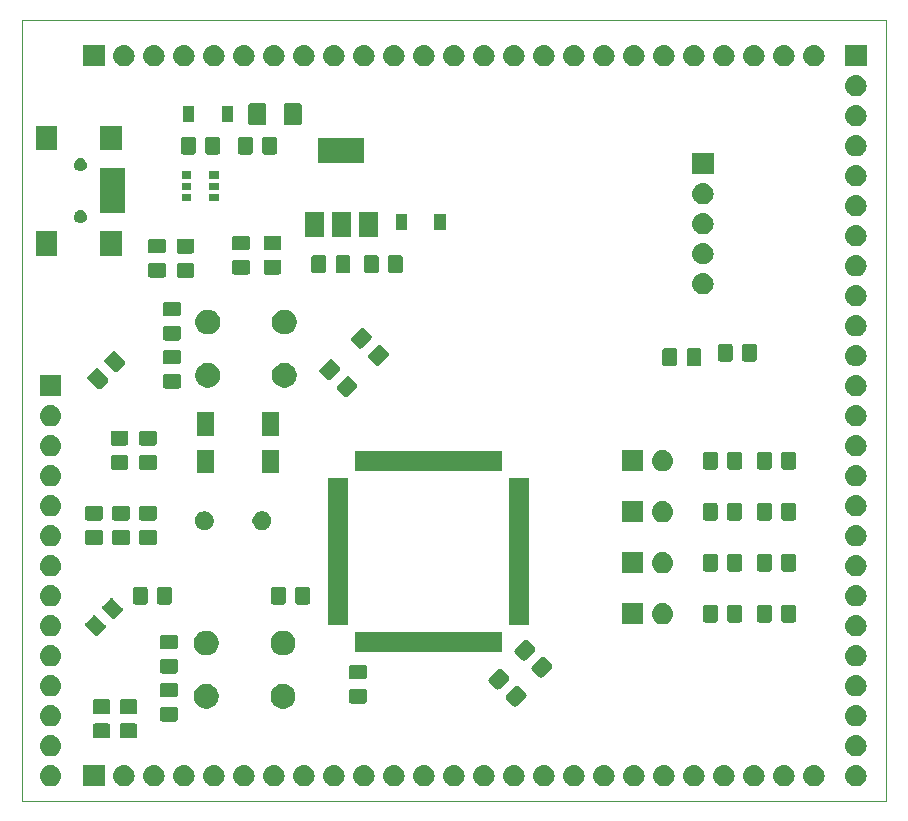
<source format=gbr>
%TF.GenerationSoftware,KiCad,Pcbnew,(5.1.4)-1*%
%TF.CreationDate,2020-02-09T20:37:11+05:30*%
%TF.ProjectId,stm32breakout,73746d33-3262-4726-9561-6b6f75742e6b,rev?*%
%TF.SameCoordinates,Original*%
%TF.FileFunction,Soldermask,Top*%
%TF.FilePolarity,Negative*%
%FSLAX46Y46*%
G04 Gerber Fmt 4.6, Leading zero omitted, Abs format (unit mm)*
G04 Created by KiCad (PCBNEW (5.1.4)-1) date 2020-02-09 20:37:11*
%MOMM*%
%LPD*%
G04 APERTURE LIST*
%ADD10C,0.050000*%
%ADD11C,0.150000*%
G04 APERTURE END LIST*
D10*
X113919000Y-49022000D02*
X114427000Y-49022000D01*
X113919000Y-115189000D02*
X113919000Y-49022000D01*
X187071000Y-115189000D02*
X113919000Y-115189000D01*
X187071000Y-49022000D02*
X187071000Y-115189000D01*
X114427000Y-49022000D02*
X187071000Y-49022000D01*
D11*
G36*
X148065443Y-112135519D02*
G01*
X148131627Y-112142037D01*
X148301466Y-112193557D01*
X148457991Y-112277222D01*
X148493729Y-112306552D01*
X148595186Y-112389814D01*
X148678448Y-112491271D01*
X148707778Y-112527009D01*
X148791443Y-112683534D01*
X148842963Y-112853373D01*
X148860359Y-113030000D01*
X148842963Y-113206627D01*
X148791443Y-113376466D01*
X148707778Y-113532991D01*
X148678448Y-113568729D01*
X148595186Y-113670186D01*
X148493729Y-113753448D01*
X148457991Y-113782778D01*
X148301466Y-113866443D01*
X148131627Y-113917963D01*
X148065443Y-113924481D01*
X147999260Y-113931000D01*
X147910740Y-113931000D01*
X147844557Y-113924481D01*
X147778373Y-113917963D01*
X147608534Y-113866443D01*
X147452009Y-113782778D01*
X147416271Y-113753448D01*
X147314814Y-113670186D01*
X147231552Y-113568729D01*
X147202222Y-113532991D01*
X147118557Y-113376466D01*
X147067037Y-113206627D01*
X147049641Y-113030000D01*
X147067037Y-112853373D01*
X147118557Y-112683534D01*
X147202222Y-112527009D01*
X147231552Y-112491271D01*
X147314814Y-112389814D01*
X147416271Y-112306552D01*
X147452009Y-112277222D01*
X147608534Y-112193557D01*
X147778373Y-112142037D01*
X147844557Y-112135519D01*
X147910740Y-112129000D01*
X147999260Y-112129000D01*
X148065443Y-112135519D01*
X148065443Y-112135519D01*
G37*
G36*
X173465443Y-112135519D02*
G01*
X173531627Y-112142037D01*
X173701466Y-112193557D01*
X173857991Y-112277222D01*
X173893729Y-112306552D01*
X173995186Y-112389814D01*
X174078448Y-112491271D01*
X174107778Y-112527009D01*
X174191443Y-112683534D01*
X174242963Y-112853373D01*
X174260359Y-113030000D01*
X174242963Y-113206627D01*
X174191443Y-113376466D01*
X174107778Y-113532991D01*
X174078448Y-113568729D01*
X173995186Y-113670186D01*
X173893729Y-113753448D01*
X173857991Y-113782778D01*
X173701466Y-113866443D01*
X173531627Y-113917963D01*
X173465443Y-113924481D01*
X173399260Y-113931000D01*
X173310740Y-113931000D01*
X173244557Y-113924481D01*
X173178373Y-113917963D01*
X173008534Y-113866443D01*
X172852009Y-113782778D01*
X172816271Y-113753448D01*
X172714814Y-113670186D01*
X172631552Y-113568729D01*
X172602222Y-113532991D01*
X172518557Y-113376466D01*
X172467037Y-113206627D01*
X172449641Y-113030000D01*
X172467037Y-112853373D01*
X172518557Y-112683534D01*
X172602222Y-112527009D01*
X172631552Y-112491271D01*
X172714814Y-112389814D01*
X172816271Y-112306552D01*
X172852009Y-112277222D01*
X173008534Y-112193557D01*
X173178373Y-112142037D01*
X173244557Y-112135519D01*
X173310740Y-112129000D01*
X173399260Y-112129000D01*
X173465443Y-112135519D01*
X173465443Y-112135519D01*
G37*
G36*
X140445443Y-112135519D02*
G01*
X140511627Y-112142037D01*
X140681466Y-112193557D01*
X140837991Y-112277222D01*
X140873729Y-112306552D01*
X140975186Y-112389814D01*
X141058448Y-112491271D01*
X141087778Y-112527009D01*
X141171443Y-112683534D01*
X141222963Y-112853373D01*
X141240359Y-113030000D01*
X141222963Y-113206627D01*
X141171443Y-113376466D01*
X141087778Y-113532991D01*
X141058448Y-113568729D01*
X140975186Y-113670186D01*
X140873729Y-113753448D01*
X140837991Y-113782778D01*
X140681466Y-113866443D01*
X140511627Y-113917963D01*
X140445443Y-113924481D01*
X140379260Y-113931000D01*
X140290740Y-113931000D01*
X140224557Y-113924481D01*
X140158373Y-113917963D01*
X139988534Y-113866443D01*
X139832009Y-113782778D01*
X139796271Y-113753448D01*
X139694814Y-113670186D01*
X139611552Y-113568729D01*
X139582222Y-113532991D01*
X139498557Y-113376466D01*
X139447037Y-113206627D01*
X139429641Y-113030000D01*
X139447037Y-112853373D01*
X139498557Y-112683534D01*
X139582222Y-112527009D01*
X139611552Y-112491271D01*
X139694814Y-112389814D01*
X139796271Y-112306552D01*
X139832009Y-112277222D01*
X139988534Y-112193557D01*
X140158373Y-112142037D01*
X140224557Y-112135519D01*
X140290740Y-112129000D01*
X140379260Y-112129000D01*
X140445443Y-112135519D01*
X140445443Y-112135519D01*
G37*
G36*
X142985443Y-112135519D02*
G01*
X143051627Y-112142037D01*
X143221466Y-112193557D01*
X143377991Y-112277222D01*
X143413729Y-112306552D01*
X143515186Y-112389814D01*
X143598448Y-112491271D01*
X143627778Y-112527009D01*
X143711443Y-112683534D01*
X143762963Y-112853373D01*
X143780359Y-113030000D01*
X143762963Y-113206627D01*
X143711443Y-113376466D01*
X143627778Y-113532991D01*
X143598448Y-113568729D01*
X143515186Y-113670186D01*
X143413729Y-113753448D01*
X143377991Y-113782778D01*
X143221466Y-113866443D01*
X143051627Y-113917963D01*
X142985443Y-113924481D01*
X142919260Y-113931000D01*
X142830740Y-113931000D01*
X142764557Y-113924481D01*
X142698373Y-113917963D01*
X142528534Y-113866443D01*
X142372009Y-113782778D01*
X142336271Y-113753448D01*
X142234814Y-113670186D01*
X142151552Y-113568729D01*
X142122222Y-113532991D01*
X142038557Y-113376466D01*
X141987037Y-113206627D01*
X141969641Y-113030000D01*
X141987037Y-112853373D01*
X142038557Y-112683534D01*
X142122222Y-112527009D01*
X142151552Y-112491271D01*
X142234814Y-112389814D01*
X142336271Y-112306552D01*
X142372009Y-112277222D01*
X142528534Y-112193557D01*
X142698373Y-112142037D01*
X142764557Y-112135519D01*
X142830740Y-112129000D01*
X142919260Y-112129000D01*
X142985443Y-112135519D01*
X142985443Y-112135519D01*
G37*
G36*
X145525443Y-112135519D02*
G01*
X145591627Y-112142037D01*
X145761466Y-112193557D01*
X145917991Y-112277222D01*
X145953729Y-112306552D01*
X146055186Y-112389814D01*
X146138448Y-112491271D01*
X146167778Y-112527009D01*
X146251443Y-112683534D01*
X146302963Y-112853373D01*
X146320359Y-113030000D01*
X146302963Y-113206627D01*
X146251443Y-113376466D01*
X146167778Y-113532991D01*
X146138448Y-113568729D01*
X146055186Y-113670186D01*
X145953729Y-113753448D01*
X145917991Y-113782778D01*
X145761466Y-113866443D01*
X145591627Y-113917963D01*
X145525443Y-113924481D01*
X145459260Y-113931000D01*
X145370740Y-113931000D01*
X145304557Y-113924481D01*
X145238373Y-113917963D01*
X145068534Y-113866443D01*
X144912009Y-113782778D01*
X144876271Y-113753448D01*
X144774814Y-113670186D01*
X144691552Y-113568729D01*
X144662222Y-113532991D01*
X144578557Y-113376466D01*
X144527037Y-113206627D01*
X144509641Y-113030000D01*
X144527037Y-112853373D01*
X144578557Y-112683534D01*
X144662222Y-112527009D01*
X144691552Y-112491271D01*
X144774814Y-112389814D01*
X144876271Y-112306552D01*
X144912009Y-112277222D01*
X145068534Y-112193557D01*
X145238373Y-112142037D01*
X145304557Y-112135519D01*
X145370740Y-112129000D01*
X145459260Y-112129000D01*
X145525443Y-112135519D01*
X145525443Y-112135519D01*
G37*
G36*
X150605443Y-112135519D02*
G01*
X150671627Y-112142037D01*
X150841466Y-112193557D01*
X150997991Y-112277222D01*
X151033729Y-112306552D01*
X151135186Y-112389814D01*
X151218448Y-112491271D01*
X151247778Y-112527009D01*
X151331443Y-112683534D01*
X151382963Y-112853373D01*
X151400359Y-113030000D01*
X151382963Y-113206627D01*
X151331443Y-113376466D01*
X151247778Y-113532991D01*
X151218448Y-113568729D01*
X151135186Y-113670186D01*
X151033729Y-113753448D01*
X150997991Y-113782778D01*
X150841466Y-113866443D01*
X150671627Y-113917963D01*
X150605443Y-113924481D01*
X150539260Y-113931000D01*
X150450740Y-113931000D01*
X150384557Y-113924481D01*
X150318373Y-113917963D01*
X150148534Y-113866443D01*
X149992009Y-113782778D01*
X149956271Y-113753448D01*
X149854814Y-113670186D01*
X149771552Y-113568729D01*
X149742222Y-113532991D01*
X149658557Y-113376466D01*
X149607037Y-113206627D01*
X149589641Y-113030000D01*
X149607037Y-112853373D01*
X149658557Y-112683534D01*
X149742222Y-112527009D01*
X149771552Y-112491271D01*
X149854814Y-112389814D01*
X149956271Y-112306552D01*
X149992009Y-112277222D01*
X150148534Y-112193557D01*
X150318373Y-112142037D01*
X150384557Y-112135519D01*
X150450740Y-112129000D01*
X150539260Y-112129000D01*
X150605443Y-112135519D01*
X150605443Y-112135519D01*
G37*
G36*
X153145443Y-112135519D02*
G01*
X153211627Y-112142037D01*
X153381466Y-112193557D01*
X153537991Y-112277222D01*
X153573729Y-112306552D01*
X153675186Y-112389814D01*
X153758448Y-112491271D01*
X153787778Y-112527009D01*
X153871443Y-112683534D01*
X153922963Y-112853373D01*
X153940359Y-113030000D01*
X153922963Y-113206627D01*
X153871443Y-113376466D01*
X153787778Y-113532991D01*
X153758448Y-113568729D01*
X153675186Y-113670186D01*
X153573729Y-113753448D01*
X153537991Y-113782778D01*
X153381466Y-113866443D01*
X153211627Y-113917963D01*
X153145443Y-113924481D01*
X153079260Y-113931000D01*
X152990740Y-113931000D01*
X152924557Y-113924481D01*
X152858373Y-113917963D01*
X152688534Y-113866443D01*
X152532009Y-113782778D01*
X152496271Y-113753448D01*
X152394814Y-113670186D01*
X152311552Y-113568729D01*
X152282222Y-113532991D01*
X152198557Y-113376466D01*
X152147037Y-113206627D01*
X152129641Y-113030000D01*
X152147037Y-112853373D01*
X152198557Y-112683534D01*
X152282222Y-112527009D01*
X152311552Y-112491271D01*
X152394814Y-112389814D01*
X152496271Y-112306552D01*
X152532009Y-112277222D01*
X152688534Y-112193557D01*
X152858373Y-112142037D01*
X152924557Y-112135519D01*
X152990740Y-112129000D01*
X153079260Y-112129000D01*
X153145443Y-112135519D01*
X153145443Y-112135519D01*
G37*
G36*
X155685443Y-112135519D02*
G01*
X155751627Y-112142037D01*
X155921466Y-112193557D01*
X156077991Y-112277222D01*
X156113729Y-112306552D01*
X156215186Y-112389814D01*
X156298448Y-112491271D01*
X156327778Y-112527009D01*
X156411443Y-112683534D01*
X156462963Y-112853373D01*
X156480359Y-113030000D01*
X156462963Y-113206627D01*
X156411443Y-113376466D01*
X156327778Y-113532991D01*
X156298448Y-113568729D01*
X156215186Y-113670186D01*
X156113729Y-113753448D01*
X156077991Y-113782778D01*
X155921466Y-113866443D01*
X155751627Y-113917963D01*
X155685443Y-113924481D01*
X155619260Y-113931000D01*
X155530740Y-113931000D01*
X155464557Y-113924481D01*
X155398373Y-113917963D01*
X155228534Y-113866443D01*
X155072009Y-113782778D01*
X155036271Y-113753448D01*
X154934814Y-113670186D01*
X154851552Y-113568729D01*
X154822222Y-113532991D01*
X154738557Y-113376466D01*
X154687037Y-113206627D01*
X154669641Y-113030000D01*
X154687037Y-112853373D01*
X154738557Y-112683534D01*
X154822222Y-112527009D01*
X154851552Y-112491271D01*
X154934814Y-112389814D01*
X155036271Y-112306552D01*
X155072009Y-112277222D01*
X155228534Y-112193557D01*
X155398373Y-112142037D01*
X155464557Y-112135519D01*
X155530740Y-112129000D01*
X155619260Y-112129000D01*
X155685443Y-112135519D01*
X155685443Y-112135519D01*
G37*
G36*
X158225443Y-112135519D02*
G01*
X158291627Y-112142037D01*
X158461466Y-112193557D01*
X158617991Y-112277222D01*
X158653729Y-112306552D01*
X158755186Y-112389814D01*
X158838448Y-112491271D01*
X158867778Y-112527009D01*
X158951443Y-112683534D01*
X159002963Y-112853373D01*
X159020359Y-113030000D01*
X159002963Y-113206627D01*
X158951443Y-113376466D01*
X158867778Y-113532991D01*
X158838448Y-113568729D01*
X158755186Y-113670186D01*
X158653729Y-113753448D01*
X158617991Y-113782778D01*
X158461466Y-113866443D01*
X158291627Y-113917963D01*
X158225443Y-113924481D01*
X158159260Y-113931000D01*
X158070740Y-113931000D01*
X158004557Y-113924481D01*
X157938373Y-113917963D01*
X157768534Y-113866443D01*
X157612009Y-113782778D01*
X157576271Y-113753448D01*
X157474814Y-113670186D01*
X157391552Y-113568729D01*
X157362222Y-113532991D01*
X157278557Y-113376466D01*
X157227037Y-113206627D01*
X157209641Y-113030000D01*
X157227037Y-112853373D01*
X157278557Y-112683534D01*
X157362222Y-112527009D01*
X157391552Y-112491271D01*
X157474814Y-112389814D01*
X157576271Y-112306552D01*
X157612009Y-112277222D01*
X157768534Y-112193557D01*
X157938373Y-112142037D01*
X158004557Y-112135519D01*
X158070740Y-112129000D01*
X158159260Y-112129000D01*
X158225443Y-112135519D01*
X158225443Y-112135519D01*
G37*
G36*
X160765443Y-112135519D02*
G01*
X160831627Y-112142037D01*
X161001466Y-112193557D01*
X161157991Y-112277222D01*
X161193729Y-112306552D01*
X161295186Y-112389814D01*
X161378448Y-112491271D01*
X161407778Y-112527009D01*
X161491443Y-112683534D01*
X161542963Y-112853373D01*
X161560359Y-113030000D01*
X161542963Y-113206627D01*
X161491443Y-113376466D01*
X161407778Y-113532991D01*
X161378448Y-113568729D01*
X161295186Y-113670186D01*
X161193729Y-113753448D01*
X161157991Y-113782778D01*
X161001466Y-113866443D01*
X160831627Y-113917963D01*
X160765443Y-113924481D01*
X160699260Y-113931000D01*
X160610740Y-113931000D01*
X160544557Y-113924481D01*
X160478373Y-113917963D01*
X160308534Y-113866443D01*
X160152009Y-113782778D01*
X160116271Y-113753448D01*
X160014814Y-113670186D01*
X159931552Y-113568729D01*
X159902222Y-113532991D01*
X159818557Y-113376466D01*
X159767037Y-113206627D01*
X159749641Y-113030000D01*
X159767037Y-112853373D01*
X159818557Y-112683534D01*
X159902222Y-112527009D01*
X159931552Y-112491271D01*
X160014814Y-112389814D01*
X160116271Y-112306552D01*
X160152009Y-112277222D01*
X160308534Y-112193557D01*
X160478373Y-112142037D01*
X160544557Y-112135519D01*
X160610740Y-112129000D01*
X160699260Y-112129000D01*
X160765443Y-112135519D01*
X160765443Y-112135519D01*
G37*
G36*
X163305443Y-112135519D02*
G01*
X163371627Y-112142037D01*
X163541466Y-112193557D01*
X163697991Y-112277222D01*
X163733729Y-112306552D01*
X163835186Y-112389814D01*
X163918448Y-112491271D01*
X163947778Y-112527009D01*
X164031443Y-112683534D01*
X164082963Y-112853373D01*
X164100359Y-113030000D01*
X164082963Y-113206627D01*
X164031443Y-113376466D01*
X163947778Y-113532991D01*
X163918448Y-113568729D01*
X163835186Y-113670186D01*
X163733729Y-113753448D01*
X163697991Y-113782778D01*
X163541466Y-113866443D01*
X163371627Y-113917963D01*
X163305443Y-113924481D01*
X163239260Y-113931000D01*
X163150740Y-113931000D01*
X163084557Y-113924481D01*
X163018373Y-113917963D01*
X162848534Y-113866443D01*
X162692009Y-113782778D01*
X162656271Y-113753448D01*
X162554814Y-113670186D01*
X162471552Y-113568729D01*
X162442222Y-113532991D01*
X162358557Y-113376466D01*
X162307037Y-113206627D01*
X162289641Y-113030000D01*
X162307037Y-112853373D01*
X162358557Y-112683534D01*
X162442222Y-112527009D01*
X162471552Y-112491271D01*
X162554814Y-112389814D01*
X162656271Y-112306552D01*
X162692009Y-112277222D01*
X162848534Y-112193557D01*
X163018373Y-112142037D01*
X163084557Y-112135519D01*
X163150740Y-112129000D01*
X163239260Y-112129000D01*
X163305443Y-112135519D01*
X163305443Y-112135519D01*
G37*
G36*
X165845443Y-112135519D02*
G01*
X165911627Y-112142037D01*
X166081466Y-112193557D01*
X166237991Y-112277222D01*
X166273729Y-112306552D01*
X166375186Y-112389814D01*
X166458448Y-112491271D01*
X166487778Y-112527009D01*
X166571443Y-112683534D01*
X166622963Y-112853373D01*
X166640359Y-113030000D01*
X166622963Y-113206627D01*
X166571443Y-113376466D01*
X166487778Y-113532991D01*
X166458448Y-113568729D01*
X166375186Y-113670186D01*
X166273729Y-113753448D01*
X166237991Y-113782778D01*
X166081466Y-113866443D01*
X165911627Y-113917963D01*
X165845443Y-113924481D01*
X165779260Y-113931000D01*
X165690740Y-113931000D01*
X165624557Y-113924481D01*
X165558373Y-113917963D01*
X165388534Y-113866443D01*
X165232009Y-113782778D01*
X165196271Y-113753448D01*
X165094814Y-113670186D01*
X165011552Y-113568729D01*
X164982222Y-113532991D01*
X164898557Y-113376466D01*
X164847037Y-113206627D01*
X164829641Y-113030000D01*
X164847037Y-112853373D01*
X164898557Y-112683534D01*
X164982222Y-112527009D01*
X165011552Y-112491271D01*
X165094814Y-112389814D01*
X165196271Y-112306552D01*
X165232009Y-112277222D01*
X165388534Y-112193557D01*
X165558373Y-112142037D01*
X165624557Y-112135519D01*
X165690740Y-112129000D01*
X165779260Y-112129000D01*
X165845443Y-112135519D01*
X165845443Y-112135519D01*
G37*
G36*
X168385443Y-112135519D02*
G01*
X168451627Y-112142037D01*
X168621466Y-112193557D01*
X168777991Y-112277222D01*
X168813729Y-112306552D01*
X168915186Y-112389814D01*
X168998448Y-112491271D01*
X169027778Y-112527009D01*
X169111443Y-112683534D01*
X169162963Y-112853373D01*
X169180359Y-113030000D01*
X169162963Y-113206627D01*
X169111443Y-113376466D01*
X169027778Y-113532991D01*
X168998448Y-113568729D01*
X168915186Y-113670186D01*
X168813729Y-113753448D01*
X168777991Y-113782778D01*
X168621466Y-113866443D01*
X168451627Y-113917963D01*
X168385443Y-113924481D01*
X168319260Y-113931000D01*
X168230740Y-113931000D01*
X168164557Y-113924481D01*
X168098373Y-113917963D01*
X167928534Y-113866443D01*
X167772009Y-113782778D01*
X167736271Y-113753448D01*
X167634814Y-113670186D01*
X167551552Y-113568729D01*
X167522222Y-113532991D01*
X167438557Y-113376466D01*
X167387037Y-113206627D01*
X167369641Y-113030000D01*
X167387037Y-112853373D01*
X167438557Y-112683534D01*
X167522222Y-112527009D01*
X167551552Y-112491271D01*
X167634814Y-112389814D01*
X167736271Y-112306552D01*
X167772009Y-112277222D01*
X167928534Y-112193557D01*
X168098373Y-112142037D01*
X168164557Y-112135519D01*
X168230740Y-112129000D01*
X168319260Y-112129000D01*
X168385443Y-112135519D01*
X168385443Y-112135519D01*
G37*
G36*
X170925443Y-112135519D02*
G01*
X170991627Y-112142037D01*
X171161466Y-112193557D01*
X171317991Y-112277222D01*
X171353729Y-112306552D01*
X171455186Y-112389814D01*
X171538448Y-112491271D01*
X171567778Y-112527009D01*
X171651443Y-112683534D01*
X171702963Y-112853373D01*
X171720359Y-113030000D01*
X171702963Y-113206627D01*
X171651443Y-113376466D01*
X171567778Y-113532991D01*
X171538448Y-113568729D01*
X171455186Y-113670186D01*
X171353729Y-113753448D01*
X171317991Y-113782778D01*
X171161466Y-113866443D01*
X170991627Y-113917963D01*
X170925443Y-113924481D01*
X170859260Y-113931000D01*
X170770740Y-113931000D01*
X170704557Y-113924481D01*
X170638373Y-113917963D01*
X170468534Y-113866443D01*
X170312009Y-113782778D01*
X170276271Y-113753448D01*
X170174814Y-113670186D01*
X170091552Y-113568729D01*
X170062222Y-113532991D01*
X169978557Y-113376466D01*
X169927037Y-113206627D01*
X169909641Y-113030000D01*
X169927037Y-112853373D01*
X169978557Y-112683534D01*
X170062222Y-112527009D01*
X170091552Y-112491271D01*
X170174814Y-112389814D01*
X170276271Y-112306552D01*
X170312009Y-112277222D01*
X170468534Y-112193557D01*
X170638373Y-112142037D01*
X170704557Y-112135519D01*
X170770740Y-112129000D01*
X170859260Y-112129000D01*
X170925443Y-112135519D01*
X170925443Y-112135519D01*
G37*
G36*
X178545443Y-112135519D02*
G01*
X178611627Y-112142037D01*
X178781466Y-112193557D01*
X178937991Y-112277222D01*
X178973729Y-112306552D01*
X179075186Y-112389814D01*
X179158448Y-112491271D01*
X179187778Y-112527009D01*
X179271443Y-112683534D01*
X179322963Y-112853373D01*
X179340359Y-113030000D01*
X179322963Y-113206627D01*
X179271443Y-113376466D01*
X179187778Y-113532991D01*
X179158448Y-113568729D01*
X179075186Y-113670186D01*
X178973729Y-113753448D01*
X178937991Y-113782778D01*
X178781466Y-113866443D01*
X178611627Y-113917963D01*
X178545443Y-113924481D01*
X178479260Y-113931000D01*
X178390740Y-113931000D01*
X178324557Y-113924481D01*
X178258373Y-113917963D01*
X178088534Y-113866443D01*
X177932009Y-113782778D01*
X177896271Y-113753448D01*
X177794814Y-113670186D01*
X177711552Y-113568729D01*
X177682222Y-113532991D01*
X177598557Y-113376466D01*
X177547037Y-113206627D01*
X177529641Y-113030000D01*
X177547037Y-112853373D01*
X177598557Y-112683534D01*
X177682222Y-112527009D01*
X177711552Y-112491271D01*
X177794814Y-112389814D01*
X177896271Y-112306552D01*
X177932009Y-112277222D01*
X178088534Y-112193557D01*
X178258373Y-112142037D01*
X178324557Y-112135519D01*
X178390740Y-112129000D01*
X178479260Y-112129000D01*
X178545443Y-112135519D01*
X178545443Y-112135519D01*
G37*
G36*
X184641443Y-112135519D02*
G01*
X184707627Y-112142037D01*
X184877466Y-112193557D01*
X185033991Y-112277222D01*
X185069729Y-112306552D01*
X185171186Y-112389814D01*
X185254448Y-112491271D01*
X185283778Y-112527009D01*
X185367443Y-112683534D01*
X185418963Y-112853373D01*
X185436359Y-113030000D01*
X185418963Y-113206627D01*
X185367443Y-113376466D01*
X185283778Y-113532991D01*
X185254448Y-113568729D01*
X185171186Y-113670186D01*
X185069729Y-113753448D01*
X185033991Y-113782778D01*
X184877466Y-113866443D01*
X184707627Y-113917963D01*
X184641443Y-113924481D01*
X184575260Y-113931000D01*
X184486740Y-113931000D01*
X184420557Y-113924481D01*
X184354373Y-113917963D01*
X184184534Y-113866443D01*
X184028009Y-113782778D01*
X183992271Y-113753448D01*
X183890814Y-113670186D01*
X183807552Y-113568729D01*
X183778222Y-113532991D01*
X183694557Y-113376466D01*
X183643037Y-113206627D01*
X183625641Y-113030000D01*
X183643037Y-112853373D01*
X183694557Y-112683534D01*
X183778222Y-112527009D01*
X183807552Y-112491271D01*
X183890814Y-112389814D01*
X183992271Y-112306552D01*
X184028009Y-112277222D01*
X184184534Y-112193557D01*
X184354373Y-112142037D01*
X184420557Y-112135519D01*
X184486740Y-112129000D01*
X184575260Y-112129000D01*
X184641443Y-112135519D01*
X184641443Y-112135519D01*
G37*
G36*
X116442443Y-112135519D02*
G01*
X116508627Y-112142037D01*
X116678466Y-112193557D01*
X116834991Y-112277222D01*
X116870729Y-112306552D01*
X116972186Y-112389814D01*
X117055448Y-112491271D01*
X117084778Y-112527009D01*
X117168443Y-112683534D01*
X117219963Y-112853373D01*
X117237359Y-113030000D01*
X117219963Y-113206627D01*
X117168443Y-113376466D01*
X117084778Y-113532991D01*
X117055448Y-113568729D01*
X116972186Y-113670186D01*
X116870729Y-113753448D01*
X116834991Y-113782778D01*
X116678466Y-113866443D01*
X116508627Y-113917963D01*
X116442443Y-113924481D01*
X116376260Y-113931000D01*
X116287740Y-113931000D01*
X116221557Y-113924481D01*
X116155373Y-113917963D01*
X115985534Y-113866443D01*
X115829009Y-113782778D01*
X115793271Y-113753448D01*
X115691814Y-113670186D01*
X115608552Y-113568729D01*
X115579222Y-113532991D01*
X115495557Y-113376466D01*
X115444037Y-113206627D01*
X115426641Y-113030000D01*
X115444037Y-112853373D01*
X115495557Y-112683534D01*
X115579222Y-112527009D01*
X115608552Y-112491271D01*
X115691814Y-112389814D01*
X115793271Y-112306552D01*
X115829009Y-112277222D01*
X115985534Y-112193557D01*
X116155373Y-112142037D01*
X116221557Y-112135519D01*
X116287740Y-112129000D01*
X116376260Y-112129000D01*
X116442443Y-112135519D01*
X116442443Y-112135519D01*
G37*
G36*
X120916000Y-113931000D02*
G01*
X119114000Y-113931000D01*
X119114000Y-112129000D01*
X120916000Y-112129000D01*
X120916000Y-113931000D01*
X120916000Y-113931000D01*
G37*
G36*
X122665443Y-112135519D02*
G01*
X122731627Y-112142037D01*
X122901466Y-112193557D01*
X123057991Y-112277222D01*
X123093729Y-112306552D01*
X123195186Y-112389814D01*
X123278448Y-112491271D01*
X123307778Y-112527009D01*
X123391443Y-112683534D01*
X123442963Y-112853373D01*
X123460359Y-113030000D01*
X123442963Y-113206627D01*
X123391443Y-113376466D01*
X123307778Y-113532991D01*
X123278448Y-113568729D01*
X123195186Y-113670186D01*
X123093729Y-113753448D01*
X123057991Y-113782778D01*
X122901466Y-113866443D01*
X122731627Y-113917963D01*
X122665443Y-113924481D01*
X122599260Y-113931000D01*
X122510740Y-113931000D01*
X122444557Y-113924481D01*
X122378373Y-113917963D01*
X122208534Y-113866443D01*
X122052009Y-113782778D01*
X122016271Y-113753448D01*
X121914814Y-113670186D01*
X121831552Y-113568729D01*
X121802222Y-113532991D01*
X121718557Y-113376466D01*
X121667037Y-113206627D01*
X121649641Y-113030000D01*
X121667037Y-112853373D01*
X121718557Y-112683534D01*
X121802222Y-112527009D01*
X121831552Y-112491271D01*
X121914814Y-112389814D01*
X122016271Y-112306552D01*
X122052009Y-112277222D01*
X122208534Y-112193557D01*
X122378373Y-112142037D01*
X122444557Y-112135519D01*
X122510740Y-112129000D01*
X122599260Y-112129000D01*
X122665443Y-112135519D01*
X122665443Y-112135519D01*
G37*
G36*
X125205443Y-112135519D02*
G01*
X125271627Y-112142037D01*
X125441466Y-112193557D01*
X125597991Y-112277222D01*
X125633729Y-112306552D01*
X125735186Y-112389814D01*
X125818448Y-112491271D01*
X125847778Y-112527009D01*
X125931443Y-112683534D01*
X125982963Y-112853373D01*
X126000359Y-113030000D01*
X125982963Y-113206627D01*
X125931443Y-113376466D01*
X125847778Y-113532991D01*
X125818448Y-113568729D01*
X125735186Y-113670186D01*
X125633729Y-113753448D01*
X125597991Y-113782778D01*
X125441466Y-113866443D01*
X125271627Y-113917963D01*
X125205443Y-113924481D01*
X125139260Y-113931000D01*
X125050740Y-113931000D01*
X124984557Y-113924481D01*
X124918373Y-113917963D01*
X124748534Y-113866443D01*
X124592009Y-113782778D01*
X124556271Y-113753448D01*
X124454814Y-113670186D01*
X124371552Y-113568729D01*
X124342222Y-113532991D01*
X124258557Y-113376466D01*
X124207037Y-113206627D01*
X124189641Y-113030000D01*
X124207037Y-112853373D01*
X124258557Y-112683534D01*
X124342222Y-112527009D01*
X124371552Y-112491271D01*
X124454814Y-112389814D01*
X124556271Y-112306552D01*
X124592009Y-112277222D01*
X124748534Y-112193557D01*
X124918373Y-112142037D01*
X124984557Y-112135519D01*
X125050740Y-112129000D01*
X125139260Y-112129000D01*
X125205443Y-112135519D01*
X125205443Y-112135519D01*
G37*
G36*
X127745443Y-112135519D02*
G01*
X127811627Y-112142037D01*
X127981466Y-112193557D01*
X128137991Y-112277222D01*
X128173729Y-112306552D01*
X128275186Y-112389814D01*
X128358448Y-112491271D01*
X128387778Y-112527009D01*
X128471443Y-112683534D01*
X128522963Y-112853373D01*
X128540359Y-113030000D01*
X128522963Y-113206627D01*
X128471443Y-113376466D01*
X128387778Y-113532991D01*
X128358448Y-113568729D01*
X128275186Y-113670186D01*
X128173729Y-113753448D01*
X128137991Y-113782778D01*
X127981466Y-113866443D01*
X127811627Y-113917963D01*
X127745443Y-113924481D01*
X127679260Y-113931000D01*
X127590740Y-113931000D01*
X127524557Y-113924481D01*
X127458373Y-113917963D01*
X127288534Y-113866443D01*
X127132009Y-113782778D01*
X127096271Y-113753448D01*
X126994814Y-113670186D01*
X126911552Y-113568729D01*
X126882222Y-113532991D01*
X126798557Y-113376466D01*
X126747037Y-113206627D01*
X126729641Y-113030000D01*
X126747037Y-112853373D01*
X126798557Y-112683534D01*
X126882222Y-112527009D01*
X126911552Y-112491271D01*
X126994814Y-112389814D01*
X127096271Y-112306552D01*
X127132009Y-112277222D01*
X127288534Y-112193557D01*
X127458373Y-112142037D01*
X127524557Y-112135519D01*
X127590740Y-112129000D01*
X127679260Y-112129000D01*
X127745443Y-112135519D01*
X127745443Y-112135519D01*
G37*
G36*
X132825443Y-112135519D02*
G01*
X132891627Y-112142037D01*
X133061466Y-112193557D01*
X133217991Y-112277222D01*
X133253729Y-112306552D01*
X133355186Y-112389814D01*
X133438448Y-112491271D01*
X133467778Y-112527009D01*
X133551443Y-112683534D01*
X133602963Y-112853373D01*
X133620359Y-113030000D01*
X133602963Y-113206627D01*
X133551443Y-113376466D01*
X133467778Y-113532991D01*
X133438448Y-113568729D01*
X133355186Y-113670186D01*
X133253729Y-113753448D01*
X133217991Y-113782778D01*
X133061466Y-113866443D01*
X132891627Y-113917963D01*
X132825443Y-113924481D01*
X132759260Y-113931000D01*
X132670740Y-113931000D01*
X132604557Y-113924481D01*
X132538373Y-113917963D01*
X132368534Y-113866443D01*
X132212009Y-113782778D01*
X132176271Y-113753448D01*
X132074814Y-113670186D01*
X131991552Y-113568729D01*
X131962222Y-113532991D01*
X131878557Y-113376466D01*
X131827037Y-113206627D01*
X131809641Y-113030000D01*
X131827037Y-112853373D01*
X131878557Y-112683534D01*
X131962222Y-112527009D01*
X131991552Y-112491271D01*
X132074814Y-112389814D01*
X132176271Y-112306552D01*
X132212009Y-112277222D01*
X132368534Y-112193557D01*
X132538373Y-112142037D01*
X132604557Y-112135519D01*
X132670740Y-112129000D01*
X132759260Y-112129000D01*
X132825443Y-112135519D01*
X132825443Y-112135519D01*
G37*
G36*
X176005443Y-112135519D02*
G01*
X176071627Y-112142037D01*
X176241466Y-112193557D01*
X176397991Y-112277222D01*
X176433729Y-112306552D01*
X176535186Y-112389814D01*
X176618448Y-112491271D01*
X176647778Y-112527009D01*
X176731443Y-112683534D01*
X176782963Y-112853373D01*
X176800359Y-113030000D01*
X176782963Y-113206627D01*
X176731443Y-113376466D01*
X176647778Y-113532991D01*
X176618448Y-113568729D01*
X176535186Y-113670186D01*
X176433729Y-113753448D01*
X176397991Y-113782778D01*
X176241466Y-113866443D01*
X176071627Y-113917963D01*
X176005443Y-113924481D01*
X175939260Y-113931000D01*
X175850740Y-113931000D01*
X175784557Y-113924481D01*
X175718373Y-113917963D01*
X175548534Y-113866443D01*
X175392009Y-113782778D01*
X175356271Y-113753448D01*
X175254814Y-113670186D01*
X175171552Y-113568729D01*
X175142222Y-113532991D01*
X175058557Y-113376466D01*
X175007037Y-113206627D01*
X174989641Y-113030000D01*
X175007037Y-112853373D01*
X175058557Y-112683534D01*
X175142222Y-112527009D01*
X175171552Y-112491271D01*
X175254814Y-112389814D01*
X175356271Y-112306552D01*
X175392009Y-112277222D01*
X175548534Y-112193557D01*
X175718373Y-112142037D01*
X175784557Y-112135519D01*
X175850740Y-112129000D01*
X175939260Y-112129000D01*
X176005443Y-112135519D01*
X176005443Y-112135519D01*
G37*
G36*
X181085443Y-112135519D02*
G01*
X181151627Y-112142037D01*
X181321466Y-112193557D01*
X181477991Y-112277222D01*
X181513729Y-112306552D01*
X181615186Y-112389814D01*
X181698448Y-112491271D01*
X181727778Y-112527009D01*
X181811443Y-112683534D01*
X181862963Y-112853373D01*
X181880359Y-113030000D01*
X181862963Y-113206627D01*
X181811443Y-113376466D01*
X181727778Y-113532991D01*
X181698448Y-113568729D01*
X181615186Y-113670186D01*
X181513729Y-113753448D01*
X181477991Y-113782778D01*
X181321466Y-113866443D01*
X181151627Y-113917963D01*
X181085443Y-113924481D01*
X181019260Y-113931000D01*
X180930740Y-113931000D01*
X180864557Y-113924481D01*
X180798373Y-113917963D01*
X180628534Y-113866443D01*
X180472009Y-113782778D01*
X180436271Y-113753448D01*
X180334814Y-113670186D01*
X180251552Y-113568729D01*
X180222222Y-113532991D01*
X180138557Y-113376466D01*
X180087037Y-113206627D01*
X180069641Y-113030000D01*
X180087037Y-112853373D01*
X180138557Y-112683534D01*
X180222222Y-112527009D01*
X180251552Y-112491271D01*
X180334814Y-112389814D01*
X180436271Y-112306552D01*
X180472009Y-112277222D01*
X180628534Y-112193557D01*
X180798373Y-112142037D01*
X180864557Y-112135519D01*
X180930740Y-112129000D01*
X181019260Y-112129000D01*
X181085443Y-112135519D01*
X181085443Y-112135519D01*
G37*
G36*
X137905443Y-112135519D02*
G01*
X137971627Y-112142037D01*
X138141466Y-112193557D01*
X138297991Y-112277222D01*
X138333729Y-112306552D01*
X138435186Y-112389814D01*
X138518448Y-112491271D01*
X138547778Y-112527009D01*
X138631443Y-112683534D01*
X138682963Y-112853373D01*
X138700359Y-113030000D01*
X138682963Y-113206627D01*
X138631443Y-113376466D01*
X138547778Y-113532991D01*
X138518448Y-113568729D01*
X138435186Y-113670186D01*
X138333729Y-113753448D01*
X138297991Y-113782778D01*
X138141466Y-113866443D01*
X137971627Y-113917963D01*
X137905443Y-113924481D01*
X137839260Y-113931000D01*
X137750740Y-113931000D01*
X137684557Y-113924481D01*
X137618373Y-113917963D01*
X137448534Y-113866443D01*
X137292009Y-113782778D01*
X137256271Y-113753448D01*
X137154814Y-113670186D01*
X137071552Y-113568729D01*
X137042222Y-113532991D01*
X136958557Y-113376466D01*
X136907037Y-113206627D01*
X136889641Y-113030000D01*
X136907037Y-112853373D01*
X136958557Y-112683534D01*
X137042222Y-112527009D01*
X137071552Y-112491271D01*
X137154814Y-112389814D01*
X137256271Y-112306552D01*
X137292009Y-112277222D01*
X137448534Y-112193557D01*
X137618373Y-112142037D01*
X137684557Y-112135519D01*
X137750740Y-112129000D01*
X137839260Y-112129000D01*
X137905443Y-112135519D01*
X137905443Y-112135519D01*
G37*
G36*
X130285443Y-112135519D02*
G01*
X130351627Y-112142037D01*
X130521466Y-112193557D01*
X130677991Y-112277222D01*
X130713729Y-112306552D01*
X130815186Y-112389814D01*
X130898448Y-112491271D01*
X130927778Y-112527009D01*
X131011443Y-112683534D01*
X131062963Y-112853373D01*
X131080359Y-113030000D01*
X131062963Y-113206627D01*
X131011443Y-113376466D01*
X130927778Y-113532991D01*
X130898448Y-113568729D01*
X130815186Y-113670186D01*
X130713729Y-113753448D01*
X130677991Y-113782778D01*
X130521466Y-113866443D01*
X130351627Y-113917963D01*
X130285443Y-113924481D01*
X130219260Y-113931000D01*
X130130740Y-113931000D01*
X130064557Y-113924481D01*
X129998373Y-113917963D01*
X129828534Y-113866443D01*
X129672009Y-113782778D01*
X129636271Y-113753448D01*
X129534814Y-113670186D01*
X129451552Y-113568729D01*
X129422222Y-113532991D01*
X129338557Y-113376466D01*
X129287037Y-113206627D01*
X129269641Y-113030000D01*
X129287037Y-112853373D01*
X129338557Y-112683534D01*
X129422222Y-112527009D01*
X129451552Y-112491271D01*
X129534814Y-112389814D01*
X129636271Y-112306552D01*
X129672009Y-112277222D01*
X129828534Y-112193557D01*
X129998373Y-112142037D01*
X130064557Y-112135519D01*
X130130740Y-112129000D01*
X130219260Y-112129000D01*
X130285443Y-112135519D01*
X130285443Y-112135519D01*
G37*
G36*
X135365443Y-112135519D02*
G01*
X135431627Y-112142037D01*
X135601466Y-112193557D01*
X135757991Y-112277222D01*
X135793729Y-112306552D01*
X135895186Y-112389814D01*
X135978448Y-112491271D01*
X136007778Y-112527009D01*
X136091443Y-112683534D01*
X136142963Y-112853373D01*
X136160359Y-113030000D01*
X136142963Y-113206627D01*
X136091443Y-113376466D01*
X136007778Y-113532991D01*
X135978448Y-113568729D01*
X135895186Y-113670186D01*
X135793729Y-113753448D01*
X135757991Y-113782778D01*
X135601466Y-113866443D01*
X135431627Y-113917963D01*
X135365443Y-113924481D01*
X135299260Y-113931000D01*
X135210740Y-113931000D01*
X135144557Y-113924481D01*
X135078373Y-113917963D01*
X134908534Y-113866443D01*
X134752009Y-113782778D01*
X134716271Y-113753448D01*
X134614814Y-113670186D01*
X134531552Y-113568729D01*
X134502222Y-113532991D01*
X134418557Y-113376466D01*
X134367037Y-113206627D01*
X134349641Y-113030000D01*
X134367037Y-112853373D01*
X134418557Y-112683534D01*
X134502222Y-112527009D01*
X134531552Y-112491271D01*
X134614814Y-112389814D01*
X134716271Y-112306552D01*
X134752009Y-112277222D01*
X134908534Y-112193557D01*
X135078373Y-112142037D01*
X135144557Y-112135519D01*
X135210740Y-112129000D01*
X135299260Y-112129000D01*
X135365443Y-112135519D01*
X135365443Y-112135519D01*
G37*
G36*
X184641442Y-109595518D02*
G01*
X184707627Y-109602037D01*
X184877466Y-109653557D01*
X185033991Y-109737222D01*
X185067964Y-109765103D01*
X185171186Y-109849814D01*
X185254448Y-109951271D01*
X185283778Y-109987009D01*
X185367443Y-110143534D01*
X185418963Y-110313373D01*
X185436359Y-110490000D01*
X185418963Y-110666627D01*
X185367443Y-110836466D01*
X185283778Y-110992991D01*
X185254448Y-111028729D01*
X185171186Y-111130186D01*
X185069729Y-111213448D01*
X185033991Y-111242778D01*
X184877466Y-111326443D01*
X184707627Y-111377963D01*
X184641443Y-111384481D01*
X184575260Y-111391000D01*
X184486740Y-111391000D01*
X184420557Y-111384481D01*
X184354373Y-111377963D01*
X184184534Y-111326443D01*
X184028009Y-111242778D01*
X183992271Y-111213448D01*
X183890814Y-111130186D01*
X183807552Y-111028729D01*
X183778222Y-110992991D01*
X183694557Y-110836466D01*
X183643037Y-110666627D01*
X183625641Y-110490000D01*
X183643037Y-110313373D01*
X183694557Y-110143534D01*
X183778222Y-109987009D01*
X183807552Y-109951271D01*
X183890814Y-109849814D01*
X183994036Y-109765103D01*
X184028009Y-109737222D01*
X184184534Y-109653557D01*
X184354373Y-109602037D01*
X184420558Y-109595518D01*
X184486740Y-109589000D01*
X184575260Y-109589000D01*
X184641442Y-109595518D01*
X184641442Y-109595518D01*
G37*
G36*
X116442442Y-109595518D02*
G01*
X116508627Y-109602037D01*
X116678466Y-109653557D01*
X116834991Y-109737222D01*
X116868964Y-109765103D01*
X116972186Y-109849814D01*
X117055448Y-109951271D01*
X117084778Y-109987009D01*
X117168443Y-110143534D01*
X117219963Y-110313373D01*
X117237359Y-110490000D01*
X117219963Y-110666627D01*
X117168443Y-110836466D01*
X117084778Y-110992991D01*
X117055448Y-111028729D01*
X116972186Y-111130186D01*
X116870729Y-111213448D01*
X116834991Y-111242778D01*
X116678466Y-111326443D01*
X116508627Y-111377963D01*
X116442443Y-111384481D01*
X116376260Y-111391000D01*
X116287740Y-111391000D01*
X116221557Y-111384481D01*
X116155373Y-111377963D01*
X115985534Y-111326443D01*
X115829009Y-111242778D01*
X115793271Y-111213448D01*
X115691814Y-111130186D01*
X115608552Y-111028729D01*
X115579222Y-110992991D01*
X115495557Y-110836466D01*
X115444037Y-110666627D01*
X115426641Y-110490000D01*
X115444037Y-110313373D01*
X115495557Y-110143534D01*
X115579222Y-109987009D01*
X115608552Y-109951271D01*
X115691814Y-109849814D01*
X115795036Y-109765103D01*
X115829009Y-109737222D01*
X115985534Y-109653557D01*
X116155373Y-109602037D01*
X116221558Y-109595518D01*
X116287740Y-109589000D01*
X116376260Y-109589000D01*
X116442442Y-109595518D01*
X116442442Y-109595518D01*
G37*
G36*
X121238674Y-108616465D02*
G01*
X121276367Y-108627899D01*
X121311103Y-108646466D01*
X121341548Y-108671452D01*
X121366534Y-108701897D01*
X121385101Y-108736633D01*
X121396535Y-108774326D01*
X121401000Y-108819661D01*
X121401000Y-109656339D01*
X121396535Y-109701674D01*
X121385101Y-109739367D01*
X121366534Y-109774103D01*
X121341548Y-109804548D01*
X121311103Y-109829534D01*
X121276367Y-109848101D01*
X121238674Y-109859535D01*
X121193339Y-109864000D01*
X120106661Y-109864000D01*
X120061326Y-109859535D01*
X120023633Y-109848101D01*
X119988897Y-109829534D01*
X119958452Y-109804548D01*
X119933466Y-109774103D01*
X119914899Y-109739367D01*
X119903465Y-109701674D01*
X119899000Y-109656339D01*
X119899000Y-108819661D01*
X119903465Y-108774326D01*
X119914899Y-108736633D01*
X119933466Y-108701897D01*
X119958452Y-108671452D01*
X119988897Y-108646466D01*
X120023633Y-108627899D01*
X120061326Y-108616465D01*
X120106661Y-108612000D01*
X121193339Y-108612000D01*
X121238674Y-108616465D01*
X121238674Y-108616465D01*
G37*
G36*
X123524674Y-108607465D02*
G01*
X123562367Y-108618899D01*
X123597103Y-108637466D01*
X123627548Y-108662452D01*
X123652534Y-108692897D01*
X123671101Y-108727633D01*
X123682535Y-108765326D01*
X123687000Y-108810661D01*
X123687000Y-109647339D01*
X123682535Y-109692674D01*
X123671101Y-109730367D01*
X123652534Y-109765103D01*
X123627548Y-109795548D01*
X123597103Y-109820534D01*
X123562367Y-109839101D01*
X123524674Y-109850535D01*
X123479339Y-109855000D01*
X122392661Y-109855000D01*
X122347326Y-109850535D01*
X122309633Y-109839101D01*
X122274897Y-109820534D01*
X122244452Y-109795548D01*
X122219466Y-109765103D01*
X122200899Y-109730367D01*
X122189465Y-109692674D01*
X122185000Y-109647339D01*
X122185000Y-108810661D01*
X122189465Y-108765326D01*
X122200899Y-108727633D01*
X122219466Y-108692897D01*
X122244452Y-108662452D01*
X122274897Y-108637466D01*
X122309633Y-108618899D01*
X122347326Y-108607465D01*
X122392661Y-108603000D01*
X123479339Y-108603000D01*
X123524674Y-108607465D01*
X123524674Y-108607465D01*
G37*
G36*
X116442442Y-107055518D02*
G01*
X116508627Y-107062037D01*
X116678466Y-107113557D01*
X116834991Y-107197222D01*
X116841093Y-107202230D01*
X116972186Y-107309814D01*
X117050024Y-107404661D01*
X117084778Y-107447009D01*
X117168443Y-107603534D01*
X117219963Y-107773373D01*
X117237359Y-107950000D01*
X117219963Y-108126627D01*
X117171413Y-108286674D01*
X117168442Y-108296468D01*
X117151567Y-108328038D01*
X117084778Y-108452991D01*
X117055448Y-108488729D01*
X116972186Y-108590186D01*
X116884128Y-108662452D01*
X116834991Y-108702778D01*
X116678466Y-108786443D01*
X116508627Y-108837963D01*
X116442442Y-108844482D01*
X116376260Y-108851000D01*
X116287740Y-108851000D01*
X116221558Y-108844482D01*
X116155373Y-108837963D01*
X115985534Y-108786443D01*
X115829009Y-108702778D01*
X115779872Y-108662452D01*
X115691814Y-108590186D01*
X115608552Y-108488729D01*
X115579222Y-108452991D01*
X115512433Y-108328038D01*
X115495558Y-108296468D01*
X115492587Y-108286674D01*
X115444037Y-108126627D01*
X115426641Y-107950000D01*
X115444037Y-107773373D01*
X115495557Y-107603534D01*
X115579222Y-107447009D01*
X115613976Y-107404661D01*
X115691814Y-107309814D01*
X115822907Y-107202230D01*
X115829009Y-107197222D01*
X115985534Y-107113557D01*
X116155373Y-107062037D01*
X116221558Y-107055518D01*
X116287740Y-107049000D01*
X116376260Y-107049000D01*
X116442442Y-107055518D01*
X116442442Y-107055518D01*
G37*
G36*
X184641442Y-107055518D02*
G01*
X184707627Y-107062037D01*
X184877466Y-107113557D01*
X185033991Y-107197222D01*
X185040093Y-107202230D01*
X185171186Y-107309814D01*
X185249024Y-107404661D01*
X185283778Y-107447009D01*
X185367443Y-107603534D01*
X185418963Y-107773373D01*
X185436359Y-107950000D01*
X185418963Y-108126627D01*
X185370413Y-108286674D01*
X185367442Y-108296468D01*
X185350567Y-108328038D01*
X185283778Y-108452991D01*
X185254448Y-108488729D01*
X185171186Y-108590186D01*
X185083128Y-108662452D01*
X185033991Y-108702778D01*
X184877466Y-108786443D01*
X184707627Y-108837963D01*
X184641442Y-108844482D01*
X184575260Y-108851000D01*
X184486740Y-108851000D01*
X184420558Y-108844482D01*
X184354373Y-108837963D01*
X184184534Y-108786443D01*
X184028009Y-108702778D01*
X183978872Y-108662452D01*
X183890814Y-108590186D01*
X183807552Y-108488729D01*
X183778222Y-108452991D01*
X183711433Y-108328038D01*
X183694558Y-108296468D01*
X183691587Y-108286674D01*
X183643037Y-108126627D01*
X183625641Y-107950000D01*
X183643037Y-107773373D01*
X183694557Y-107603534D01*
X183778222Y-107447009D01*
X183812976Y-107404661D01*
X183890814Y-107309814D01*
X184021907Y-107202230D01*
X184028009Y-107197222D01*
X184184534Y-107113557D01*
X184354373Y-107062037D01*
X184420558Y-107055518D01*
X184486740Y-107049000D01*
X184575260Y-107049000D01*
X184641442Y-107055518D01*
X184641442Y-107055518D01*
G37*
G36*
X126953674Y-107201465D02*
G01*
X126991367Y-107212899D01*
X127026103Y-107231466D01*
X127056548Y-107256452D01*
X127081534Y-107286897D01*
X127100101Y-107321633D01*
X127111535Y-107359326D01*
X127116000Y-107404661D01*
X127116000Y-108241339D01*
X127111535Y-108286674D01*
X127100101Y-108324367D01*
X127081534Y-108359103D01*
X127056548Y-108389548D01*
X127026103Y-108414534D01*
X126991367Y-108433101D01*
X126953674Y-108444535D01*
X126908339Y-108449000D01*
X125821661Y-108449000D01*
X125776326Y-108444535D01*
X125738633Y-108433101D01*
X125703897Y-108414534D01*
X125673452Y-108389548D01*
X125648466Y-108359103D01*
X125629899Y-108324367D01*
X125618465Y-108286674D01*
X125614000Y-108241339D01*
X125614000Y-107404661D01*
X125618465Y-107359326D01*
X125629899Y-107321633D01*
X125648466Y-107286897D01*
X125673452Y-107256452D01*
X125703897Y-107231466D01*
X125738633Y-107212899D01*
X125776326Y-107201465D01*
X125821661Y-107197000D01*
X126908339Y-107197000D01*
X126953674Y-107201465D01*
X126953674Y-107201465D01*
G37*
G36*
X121238674Y-106566465D02*
G01*
X121276367Y-106577899D01*
X121311103Y-106596466D01*
X121341548Y-106621452D01*
X121366534Y-106651897D01*
X121385101Y-106686633D01*
X121396535Y-106724326D01*
X121401000Y-106769661D01*
X121401000Y-107606339D01*
X121396535Y-107651674D01*
X121385101Y-107689367D01*
X121366534Y-107724103D01*
X121341548Y-107754548D01*
X121311103Y-107779534D01*
X121276367Y-107798101D01*
X121238674Y-107809535D01*
X121193339Y-107814000D01*
X120106661Y-107814000D01*
X120061326Y-107809535D01*
X120023633Y-107798101D01*
X119988897Y-107779534D01*
X119958452Y-107754548D01*
X119933466Y-107724103D01*
X119914899Y-107689367D01*
X119903465Y-107651674D01*
X119899000Y-107606339D01*
X119899000Y-106769661D01*
X119903465Y-106724326D01*
X119914899Y-106686633D01*
X119933466Y-106651897D01*
X119958452Y-106621452D01*
X119988897Y-106596466D01*
X120023633Y-106577899D01*
X120061326Y-106566465D01*
X120106661Y-106562000D01*
X121193339Y-106562000D01*
X121238674Y-106566465D01*
X121238674Y-106566465D01*
G37*
G36*
X123524674Y-106557465D02*
G01*
X123562367Y-106568899D01*
X123597103Y-106587466D01*
X123627548Y-106612452D01*
X123652534Y-106642897D01*
X123671101Y-106677633D01*
X123682535Y-106715326D01*
X123687000Y-106760661D01*
X123687000Y-107597339D01*
X123682535Y-107642674D01*
X123671101Y-107680367D01*
X123652534Y-107715103D01*
X123627548Y-107745548D01*
X123597103Y-107770534D01*
X123562367Y-107789101D01*
X123524674Y-107800535D01*
X123479339Y-107805000D01*
X122392661Y-107805000D01*
X122347326Y-107800535D01*
X122309633Y-107789101D01*
X122274897Y-107770534D01*
X122244452Y-107745548D01*
X122219466Y-107715103D01*
X122200899Y-107680367D01*
X122189465Y-107642674D01*
X122185000Y-107597339D01*
X122185000Y-106760661D01*
X122189465Y-106715326D01*
X122200899Y-106677633D01*
X122219466Y-106642897D01*
X122244452Y-106612452D01*
X122274897Y-106587466D01*
X122309633Y-106568899D01*
X122347326Y-106557465D01*
X122392661Y-106553000D01*
X123479339Y-106553000D01*
X123524674Y-106557465D01*
X123524674Y-106557465D01*
G37*
G36*
X136323564Y-105288389D02*
G01*
X136483559Y-105354661D01*
X136514835Y-105367616D01*
X136686973Y-105482635D01*
X136833365Y-105629027D01*
X136916013Y-105752718D01*
X136948385Y-105801167D01*
X137027611Y-105992436D01*
X137068000Y-106195484D01*
X137068000Y-106402516D01*
X137027611Y-106605564D01*
X136994031Y-106686633D01*
X136948384Y-106796835D01*
X136833365Y-106968973D01*
X136686973Y-107115365D01*
X136514835Y-107230384D01*
X136514834Y-107230385D01*
X136514833Y-107230385D01*
X136323564Y-107309611D01*
X136120516Y-107350000D01*
X135913484Y-107350000D01*
X135710436Y-107309611D01*
X135519167Y-107230385D01*
X135519166Y-107230385D01*
X135519165Y-107230384D01*
X135347027Y-107115365D01*
X135200635Y-106968973D01*
X135085616Y-106796835D01*
X135039969Y-106686633D01*
X135006389Y-106605564D01*
X134966000Y-106402516D01*
X134966000Y-106195484D01*
X135006389Y-105992436D01*
X135085615Y-105801167D01*
X135117988Y-105752718D01*
X135200635Y-105629027D01*
X135347027Y-105482635D01*
X135519165Y-105367616D01*
X135550441Y-105354661D01*
X135710436Y-105288389D01*
X135913484Y-105248000D01*
X136120516Y-105248000D01*
X136323564Y-105288389D01*
X136323564Y-105288389D01*
G37*
G36*
X129823564Y-105288389D02*
G01*
X129983559Y-105354661D01*
X130014835Y-105367616D01*
X130186973Y-105482635D01*
X130333365Y-105629027D01*
X130416013Y-105752718D01*
X130448385Y-105801167D01*
X130527611Y-105992436D01*
X130568000Y-106195484D01*
X130568000Y-106402516D01*
X130527611Y-106605564D01*
X130494031Y-106686633D01*
X130448384Y-106796835D01*
X130333365Y-106968973D01*
X130186973Y-107115365D01*
X130014835Y-107230384D01*
X130014834Y-107230385D01*
X130014833Y-107230385D01*
X129823564Y-107309611D01*
X129620516Y-107350000D01*
X129413484Y-107350000D01*
X129210436Y-107309611D01*
X129019167Y-107230385D01*
X129019166Y-107230385D01*
X129019165Y-107230384D01*
X128847027Y-107115365D01*
X128700635Y-106968973D01*
X128585616Y-106796835D01*
X128539969Y-106686633D01*
X128506389Y-106605564D01*
X128466000Y-106402516D01*
X128466000Y-106195484D01*
X128506389Y-105992436D01*
X128585615Y-105801167D01*
X128617988Y-105752718D01*
X128700635Y-105629027D01*
X128847027Y-105482635D01*
X129019165Y-105367616D01*
X129050441Y-105354661D01*
X129210436Y-105288389D01*
X129413484Y-105248000D01*
X129620516Y-105248000D01*
X129823564Y-105288389D01*
X129823564Y-105288389D01*
G37*
G36*
X155882151Y-105413252D02*
G01*
X155919844Y-105424686D01*
X155954580Y-105443253D01*
X155989793Y-105472151D01*
X156581417Y-106063775D01*
X156610315Y-106098988D01*
X156628882Y-106133724D01*
X156640316Y-106171417D01*
X156644176Y-106210612D01*
X156640316Y-106249807D01*
X156628882Y-106287500D01*
X156610315Y-106322236D01*
X156581417Y-106357449D01*
X155813017Y-107125849D01*
X155777804Y-107154747D01*
X155743068Y-107173314D01*
X155705375Y-107184748D01*
X155666180Y-107188608D01*
X155626985Y-107184748D01*
X155589292Y-107173314D01*
X155554556Y-107154747D01*
X155519343Y-107125849D01*
X154927719Y-106534225D01*
X154898821Y-106499012D01*
X154880254Y-106464276D01*
X154868820Y-106426583D01*
X154864960Y-106387388D01*
X154868820Y-106348193D01*
X154880254Y-106310500D01*
X154898821Y-106275764D01*
X154927719Y-106240551D01*
X155696119Y-105472151D01*
X155731332Y-105443253D01*
X155766068Y-105424686D01*
X155803761Y-105413252D01*
X155842956Y-105409392D01*
X155882151Y-105413252D01*
X155882151Y-105413252D01*
G37*
G36*
X142955674Y-105677465D02*
G01*
X142993367Y-105688899D01*
X143028103Y-105707466D01*
X143058548Y-105732452D01*
X143083534Y-105762897D01*
X143102101Y-105797633D01*
X143113535Y-105835326D01*
X143118000Y-105880661D01*
X143118000Y-106717339D01*
X143113535Y-106762674D01*
X143102101Y-106800367D01*
X143083534Y-106835103D01*
X143058548Y-106865548D01*
X143028103Y-106890534D01*
X142993367Y-106909101D01*
X142955674Y-106920535D01*
X142910339Y-106925000D01*
X141823661Y-106925000D01*
X141778326Y-106920535D01*
X141740633Y-106909101D01*
X141705897Y-106890534D01*
X141675452Y-106865548D01*
X141650466Y-106835103D01*
X141631899Y-106800367D01*
X141620465Y-106762674D01*
X141616000Y-106717339D01*
X141616000Y-105880661D01*
X141620465Y-105835326D01*
X141631899Y-105797633D01*
X141650466Y-105762897D01*
X141675452Y-105732452D01*
X141705897Y-105707466D01*
X141740633Y-105688899D01*
X141778326Y-105677465D01*
X141823661Y-105673000D01*
X142910339Y-105673000D01*
X142955674Y-105677465D01*
X142955674Y-105677465D01*
G37*
G36*
X126953674Y-105151465D02*
G01*
X126991367Y-105162899D01*
X127026103Y-105181466D01*
X127056548Y-105206452D01*
X127081534Y-105236897D01*
X127100101Y-105271633D01*
X127111535Y-105309326D01*
X127116000Y-105354661D01*
X127116000Y-106191339D01*
X127111535Y-106236674D01*
X127100101Y-106274367D01*
X127081534Y-106309103D01*
X127056548Y-106339548D01*
X127026103Y-106364534D01*
X126991367Y-106383101D01*
X126953674Y-106394535D01*
X126908339Y-106399000D01*
X125821661Y-106399000D01*
X125776326Y-106394535D01*
X125738633Y-106383101D01*
X125703897Y-106364534D01*
X125673452Y-106339548D01*
X125648466Y-106309103D01*
X125629899Y-106274367D01*
X125618465Y-106236674D01*
X125614000Y-106191339D01*
X125614000Y-105354661D01*
X125618465Y-105309326D01*
X125629899Y-105271633D01*
X125648466Y-105236897D01*
X125673452Y-105206452D01*
X125703897Y-105181466D01*
X125738633Y-105162899D01*
X125776326Y-105151465D01*
X125821661Y-105147000D01*
X126908339Y-105147000D01*
X126953674Y-105151465D01*
X126953674Y-105151465D01*
G37*
G36*
X184641443Y-104515519D02*
G01*
X184707627Y-104522037D01*
X184877466Y-104573557D01*
X185033991Y-104657222D01*
X185066810Y-104684156D01*
X185171186Y-104769814D01*
X185249466Y-104865200D01*
X185283778Y-104907009D01*
X185367443Y-105063534D01*
X185418963Y-105233373D01*
X185436359Y-105410000D01*
X185418963Y-105586627D01*
X185367443Y-105756466D01*
X185283778Y-105912991D01*
X185257367Y-105945173D01*
X185171186Y-106050186D01*
X185077797Y-106126827D01*
X185033991Y-106162778D01*
X184877466Y-106246443D01*
X184707627Y-106297963D01*
X184641442Y-106304482D01*
X184575260Y-106311000D01*
X184486740Y-106311000D01*
X184420558Y-106304482D01*
X184354373Y-106297963D01*
X184184534Y-106246443D01*
X184028009Y-106162778D01*
X183984203Y-106126827D01*
X183890814Y-106050186D01*
X183804633Y-105945173D01*
X183778222Y-105912991D01*
X183694557Y-105756466D01*
X183643037Y-105586627D01*
X183625641Y-105410000D01*
X183643037Y-105233373D01*
X183694557Y-105063534D01*
X183778222Y-104907009D01*
X183812534Y-104865200D01*
X183890814Y-104769814D01*
X183995190Y-104684156D01*
X184028009Y-104657222D01*
X184184534Y-104573557D01*
X184354373Y-104522037D01*
X184420557Y-104515519D01*
X184486740Y-104509000D01*
X184575260Y-104509000D01*
X184641443Y-104515519D01*
X184641443Y-104515519D01*
G37*
G36*
X116442443Y-104515519D02*
G01*
X116508627Y-104522037D01*
X116678466Y-104573557D01*
X116834991Y-104657222D01*
X116867810Y-104684156D01*
X116972186Y-104769814D01*
X117050466Y-104865200D01*
X117084778Y-104907009D01*
X117168443Y-105063534D01*
X117219963Y-105233373D01*
X117237359Y-105410000D01*
X117219963Y-105586627D01*
X117168443Y-105756466D01*
X117084778Y-105912991D01*
X117058367Y-105945173D01*
X116972186Y-106050186D01*
X116878797Y-106126827D01*
X116834991Y-106162778D01*
X116678466Y-106246443D01*
X116508627Y-106297963D01*
X116442442Y-106304482D01*
X116376260Y-106311000D01*
X116287740Y-106311000D01*
X116221558Y-106304482D01*
X116155373Y-106297963D01*
X115985534Y-106246443D01*
X115829009Y-106162778D01*
X115785203Y-106126827D01*
X115691814Y-106050186D01*
X115605633Y-105945173D01*
X115579222Y-105912991D01*
X115495557Y-105756466D01*
X115444037Y-105586627D01*
X115426641Y-105410000D01*
X115444037Y-105233373D01*
X115495557Y-105063534D01*
X115579222Y-104907009D01*
X115613534Y-104865200D01*
X115691814Y-104769814D01*
X115796190Y-104684156D01*
X115829009Y-104657222D01*
X115985534Y-104573557D01*
X116155373Y-104522037D01*
X116221557Y-104515519D01*
X116287740Y-104509000D01*
X116376260Y-104509000D01*
X116442443Y-104515519D01*
X116442443Y-104515519D01*
G37*
G36*
X154432583Y-103963684D02*
G01*
X154470276Y-103975118D01*
X154505012Y-103993685D01*
X154540225Y-104022583D01*
X155131849Y-104614207D01*
X155160747Y-104649420D01*
X155179314Y-104684156D01*
X155190748Y-104721849D01*
X155194608Y-104761044D01*
X155190748Y-104800239D01*
X155179314Y-104837932D01*
X155160747Y-104872668D01*
X155131849Y-104907881D01*
X154363449Y-105676281D01*
X154328236Y-105705179D01*
X154293500Y-105723746D01*
X154255807Y-105735180D01*
X154216612Y-105739040D01*
X154177417Y-105735180D01*
X154139724Y-105723746D01*
X154104988Y-105705179D01*
X154069775Y-105676281D01*
X153478151Y-105084657D01*
X153449253Y-105049444D01*
X153430686Y-105014708D01*
X153419252Y-104977015D01*
X153415392Y-104937820D01*
X153419252Y-104898625D01*
X153430686Y-104860932D01*
X153449253Y-104826196D01*
X153478151Y-104790983D01*
X154246551Y-104022583D01*
X154281764Y-103993685D01*
X154316500Y-103975118D01*
X154354193Y-103963684D01*
X154393388Y-103959824D01*
X154432583Y-103963684D01*
X154432583Y-103963684D01*
G37*
G36*
X142955674Y-103627465D02*
G01*
X142993367Y-103638899D01*
X143028103Y-103657466D01*
X143058548Y-103682452D01*
X143083534Y-103712897D01*
X143102101Y-103747633D01*
X143113535Y-103785326D01*
X143118000Y-103830661D01*
X143118000Y-104667339D01*
X143113535Y-104712674D01*
X143102101Y-104750367D01*
X143083534Y-104785103D01*
X143058548Y-104815548D01*
X143028103Y-104840534D01*
X142993367Y-104859101D01*
X142955674Y-104870535D01*
X142910339Y-104875000D01*
X141823661Y-104875000D01*
X141778326Y-104870535D01*
X141740633Y-104859101D01*
X141705897Y-104840534D01*
X141675452Y-104815548D01*
X141650466Y-104785103D01*
X141631899Y-104750367D01*
X141620465Y-104712674D01*
X141616000Y-104667339D01*
X141616000Y-103830661D01*
X141620465Y-103785326D01*
X141631899Y-103747633D01*
X141650466Y-103712897D01*
X141675452Y-103682452D01*
X141705897Y-103657466D01*
X141740633Y-103638899D01*
X141778326Y-103627465D01*
X141823661Y-103623000D01*
X142910339Y-103623000D01*
X142955674Y-103627465D01*
X142955674Y-103627465D01*
G37*
G36*
X158078367Y-102963036D02*
G01*
X158116060Y-102974470D01*
X158150796Y-102993037D01*
X158186009Y-103021935D01*
X158777633Y-103613559D01*
X158806531Y-103648772D01*
X158825098Y-103683508D01*
X158836532Y-103721201D01*
X158840392Y-103760396D01*
X158836532Y-103799591D01*
X158825098Y-103837284D01*
X158806531Y-103872020D01*
X158777633Y-103907233D01*
X158009233Y-104675633D01*
X157974020Y-104704531D01*
X157939284Y-104723098D01*
X157901591Y-104734532D01*
X157862396Y-104738392D01*
X157823201Y-104734532D01*
X157785508Y-104723098D01*
X157750772Y-104704531D01*
X157715559Y-104675633D01*
X157123935Y-104084009D01*
X157095037Y-104048796D01*
X157076470Y-104014060D01*
X157065036Y-103976367D01*
X157061176Y-103937172D01*
X157065036Y-103897977D01*
X157076470Y-103860284D01*
X157095037Y-103825548D01*
X157123935Y-103790335D01*
X157892335Y-103021935D01*
X157927548Y-102993037D01*
X157962284Y-102974470D01*
X157999977Y-102963036D01*
X158039172Y-102959176D01*
X158078367Y-102963036D01*
X158078367Y-102963036D01*
G37*
G36*
X126953674Y-103137465D02*
G01*
X126991367Y-103148899D01*
X127026103Y-103167466D01*
X127056548Y-103192452D01*
X127081534Y-103222897D01*
X127100101Y-103257633D01*
X127111535Y-103295326D01*
X127116000Y-103340661D01*
X127116000Y-104177339D01*
X127111535Y-104222674D01*
X127100101Y-104260367D01*
X127081534Y-104295103D01*
X127056548Y-104325548D01*
X127026103Y-104350534D01*
X126991367Y-104369101D01*
X126953674Y-104380535D01*
X126908339Y-104385000D01*
X125821661Y-104385000D01*
X125776326Y-104380535D01*
X125738633Y-104369101D01*
X125703897Y-104350534D01*
X125673452Y-104325548D01*
X125648466Y-104295103D01*
X125629899Y-104260367D01*
X125618465Y-104222674D01*
X125614000Y-104177339D01*
X125614000Y-103340661D01*
X125618465Y-103295326D01*
X125629899Y-103257633D01*
X125648466Y-103222897D01*
X125673452Y-103192452D01*
X125703897Y-103167466D01*
X125738633Y-103148899D01*
X125776326Y-103137465D01*
X125821661Y-103133000D01*
X126908339Y-103133000D01*
X126953674Y-103137465D01*
X126953674Y-103137465D01*
G37*
G36*
X184641442Y-101975518D02*
G01*
X184707627Y-101982037D01*
X184877466Y-102033557D01*
X185033991Y-102117222D01*
X185069729Y-102146552D01*
X185171186Y-102229814D01*
X185237671Y-102310828D01*
X185283778Y-102367009D01*
X185367443Y-102523534D01*
X185418963Y-102693373D01*
X185436359Y-102870000D01*
X185418963Y-103046627D01*
X185367443Y-103216466D01*
X185283778Y-103372991D01*
X185257367Y-103405173D01*
X185171186Y-103510186D01*
X185100810Y-103567941D01*
X185033991Y-103622778D01*
X184877466Y-103706443D01*
X184707627Y-103757963D01*
X184641443Y-103764481D01*
X184575260Y-103771000D01*
X184486740Y-103771000D01*
X184420557Y-103764481D01*
X184354373Y-103757963D01*
X184184534Y-103706443D01*
X184028009Y-103622778D01*
X183961190Y-103567941D01*
X183890814Y-103510186D01*
X183804633Y-103405173D01*
X183778222Y-103372991D01*
X183694557Y-103216466D01*
X183643037Y-103046627D01*
X183625641Y-102870000D01*
X183643037Y-102693373D01*
X183694557Y-102523534D01*
X183778222Y-102367009D01*
X183824329Y-102310828D01*
X183890814Y-102229814D01*
X183992271Y-102146552D01*
X184028009Y-102117222D01*
X184184534Y-102033557D01*
X184354373Y-101982037D01*
X184420558Y-101975518D01*
X184486740Y-101969000D01*
X184575260Y-101969000D01*
X184641442Y-101975518D01*
X184641442Y-101975518D01*
G37*
G36*
X116442442Y-101975518D02*
G01*
X116508627Y-101982037D01*
X116678466Y-102033557D01*
X116834991Y-102117222D01*
X116870729Y-102146552D01*
X116972186Y-102229814D01*
X117038671Y-102310828D01*
X117084778Y-102367009D01*
X117168443Y-102523534D01*
X117219963Y-102693373D01*
X117237359Y-102870000D01*
X117219963Y-103046627D01*
X117168443Y-103216466D01*
X117084778Y-103372991D01*
X117058367Y-103405173D01*
X116972186Y-103510186D01*
X116901810Y-103567941D01*
X116834991Y-103622778D01*
X116678466Y-103706443D01*
X116508627Y-103757963D01*
X116442443Y-103764481D01*
X116376260Y-103771000D01*
X116287740Y-103771000D01*
X116221557Y-103764481D01*
X116155373Y-103757963D01*
X115985534Y-103706443D01*
X115829009Y-103622778D01*
X115762190Y-103567941D01*
X115691814Y-103510186D01*
X115605633Y-103405173D01*
X115579222Y-103372991D01*
X115495557Y-103216466D01*
X115444037Y-103046627D01*
X115426641Y-102870000D01*
X115444037Y-102693373D01*
X115495557Y-102523534D01*
X115579222Y-102367009D01*
X115625329Y-102310828D01*
X115691814Y-102229814D01*
X115793271Y-102146552D01*
X115829009Y-102117222D01*
X115985534Y-102033557D01*
X116155373Y-101982037D01*
X116221558Y-101975518D01*
X116287740Y-101969000D01*
X116376260Y-101969000D01*
X116442442Y-101975518D01*
X116442442Y-101975518D01*
G37*
G36*
X156628799Y-101513468D02*
G01*
X156666492Y-101524902D01*
X156701228Y-101543469D01*
X156736441Y-101572367D01*
X157328065Y-102163991D01*
X157356963Y-102199204D01*
X157375530Y-102233940D01*
X157386964Y-102271633D01*
X157390824Y-102310828D01*
X157386964Y-102350023D01*
X157375530Y-102387716D01*
X157356963Y-102422452D01*
X157328065Y-102457665D01*
X156559665Y-103226065D01*
X156524452Y-103254963D01*
X156489716Y-103273530D01*
X156452023Y-103284964D01*
X156412828Y-103288824D01*
X156373633Y-103284964D01*
X156335940Y-103273530D01*
X156301204Y-103254963D01*
X156265991Y-103226065D01*
X155674367Y-102634441D01*
X155645469Y-102599228D01*
X155626902Y-102564492D01*
X155615468Y-102526799D01*
X155611608Y-102487604D01*
X155615468Y-102448409D01*
X155626902Y-102410716D01*
X155645469Y-102375980D01*
X155674367Y-102340767D01*
X156442767Y-101572367D01*
X156477980Y-101543469D01*
X156512716Y-101524902D01*
X156550409Y-101513468D01*
X156589604Y-101509608D01*
X156628799Y-101513468D01*
X156628799Y-101513468D01*
G37*
G36*
X136323564Y-100788389D02*
G01*
X136512503Y-100866650D01*
X136514835Y-100867616D01*
X136686973Y-100982635D01*
X136833365Y-101129027D01*
X136911074Y-101245326D01*
X136948385Y-101301167D01*
X137027611Y-101492436D01*
X137068000Y-101695484D01*
X137068000Y-101902516D01*
X137027611Y-102105564D01*
X136948385Y-102296833D01*
X136948384Y-102296835D01*
X136833365Y-102468973D01*
X136686973Y-102615365D01*
X136514835Y-102730384D01*
X136514834Y-102730385D01*
X136514833Y-102730385D01*
X136323564Y-102809611D01*
X136120516Y-102850000D01*
X135913484Y-102850000D01*
X135710436Y-102809611D01*
X135519167Y-102730385D01*
X135519166Y-102730385D01*
X135519165Y-102730384D01*
X135347027Y-102615365D01*
X135200635Y-102468973D01*
X135085616Y-102296835D01*
X135085615Y-102296833D01*
X135006389Y-102105564D01*
X134966000Y-101902516D01*
X134966000Y-101695484D01*
X135006389Y-101492436D01*
X135085615Y-101301167D01*
X135122927Y-101245326D01*
X135200635Y-101129027D01*
X135347027Y-100982635D01*
X135519165Y-100867616D01*
X135521497Y-100866650D01*
X135710436Y-100788389D01*
X135913484Y-100748000D01*
X136120516Y-100748000D01*
X136323564Y-100788389D01*
X136323564Y-100788389D01*
G37*
G36*
X129823564Y-100788389D02*
G01*
X130012503Y-100866650D01*
X130014835Y-100867616D01*
X130186973Y-100982635D01*
X130333365Y-101129027D01*
X130411074Y-101245326D01*
X130448385Y-101301167D01*
X130527611Y-101492436D01*
X130568000Y-101695484D01*
X130568000Y-101902516D01*
X130527611Y-102105564D01*
X130448385Y-102296833D01*
X130448384Y-102296835D01*
X130333365Y-102468973D01*
X130186973Y-102615365D01*
X130014835Y-102730384D01*
X130014834Y-102730385D01*
X130014833Y-102730385D01*
X129823564Y-102809611D01*
X129620516Y-102850000D01*
X129413484Y-102850000D01*
X129210436Y-102809611D01*
X129019167Y-102730385D01*
X129019166Y-102730385D01*
X129019165Y-102730384D01*
X128847027Y-102615365D01*
X128700635Y-102468973D01*
X128585616Y-102296835D01*
X128585615Y-102296833D01*
X128506389Y-102105564D01*
X128466000Y-101902516D01*
X128466000Y-101695484D01*
X128506389Y-101492436D01*
X128585615Y-101301167D01*
X128622927Y-101245326D01*
X128700635Y-101129027D01*
X128847027Y-100982635D01*
X129019165Y-100867616D01*
X129021497Y-100866650D01*
X129210436Y-100788389D01*
X129413484Y-100748000D01*
X129620516Y-100748000D01*
X129823564Y-100788389D01*
X129823564Y-100788389D01*
G37*
G36*
X142506295Y-100860323D02*
G01*
X142513309Y-100862451D01*
X142527077Y-100869810D01*
X142549716Y-100879187D01*
X142573749Y-100883967D01*
X142598253Y-100883967D01*
X142622286Y-100879186D01*
X142644923Y-100869810D01*
X142658691Y-100862451D01*
X142665705Y-100860323D01*
X142679140Y-100859000D01*
X142992860Y-100859000D01*
X143006295Y-100860323D01*
X143013309Y-100862451D01*
X143027077Y-100869810D01*
X143049716Y-100879187D01*
X143073749Y-100883967D01*
X143098253Y-100883967D01*
X143122286Y-100879186D01*
X143144923Y-100869810D01*
X143158691Y-100862451D01*
X143165705Y-100860323D01*
X143179140Y-100859000D01*
X143492860Y-100859000D01*
X143506295Y-100860323D01*
X143513309Y-100862451D01*
X143527077Y-100869810D01*
X143549716Y-100879187D01*
X143573749Y-100883967D01*
X143598253Y-100883967D01*
X143622286Y-100879186D01*
X143644923Y-100869810D01*
X143658691Y-100862451D01*
X143665705Y-100860323D01*
X143679140Y-100859000D01*
X143992860Y-100859000D01*
X144006295Y-100860323D01*
X144013309Y-100862451D01*
X144027077Y-100869810D01*
X144049716Y-100879187D01*
X144073749Y-100883967D01*
X144098253Y-100883967D01*
X144122286Y-100879186D01*
X144144923Y-100869810D01*
X144158691Y-100862451D01*
X144165705Y-100860323D01*
X144179140Y-100859000D01*
X144492860Y-100859000D01*
X144506295Y-100860323D01*
X144513309Y-100862451D01*
X144527077Y-100869810D01*
X144549716Y-100879187D01*
X144573749Y-100883967D01*
X144598253Y-100883967D01*
X144622286Y-100879186D01*
X144644923Y-100869810D01*
X144658691Y-100862451D01*
X144665705Y-100860323D01*
X144679140Y-100859000D01*
X144992860Y-100859000D01*
X145006295Y-100860323D01*
X145013309Y-100862451D01*
X145027077Y-100869810D01*
X145049716Y-100879187D01*
X145073749Y-100883967D01*
X145098253Y-100883967D01*
X145122286Y-100879186D01*
X145144923Y-100869810D01*
X145158691Y-100862451D01*
X145165705Y-100860323D01*
X145179140Y-100859000D01*
X145492860Y-100859000D01*
X145506295Y-100860323D01*
X145513309Y-100862451D01*
X145527077Y-100869810D01*
X145549716Y-100879187D01*
X145573749Y-100883967D01*
X145598253Y-100883967D01*
X145622286Y-100879186D01*
X145644923Y-100869810D01*
X145658691Y-100862451D01*
X145665705Y-100860323D01*
X145679140Y-100859000D01*
X145992860Y-100859000D01*
X146006295Y-100860323D01*
X146013309Y-100862451D01*
X146027077Y-100869810D01*
X146049716Y-100879187D01*
X146073749Y-100883967D01*
X146098253Y-100883967D01*
X146122286Y-100879186D01*
X146144923Y-100869810D01*
X146158691Y-100862451D01*
X146165705Y-100860323D01*
X146179140Y-100859000D01*
X146492860Y-100859000D01*
X146506295Y-100860323D01*
X146513309Y-100862451D01*
X146527077Y-100869810D01*
X146549716Y-100879187D01*
X146573749Y-100883967D01*
X146598253Y-100883967D01*
X146622286Y-100879186D01*
X146644923Y-100869810D01*
X146658691Y-100862451D01*
X146665705Y-100860323D01*
X146679140Y-100859000D01*
X146992860Y-100859000D01*
X147006295Y-100860323D01*
X147013309Y-100862451D01*
X147027077Y-100869810D01*
X147049716Y-100879187D01*
X147073749Y-100883967D01*
X147098253Y-100883967D01*
X147122286Y-100879186D01*
X147144923Y-100869810D01*
X147158691Y-100862451D01*
X147165705Y-100860323D01*
X147179140Y-100859000D01*
X147492860Y-100859000D01*
X147506295Y-100860323D01*
X147513309Y-100862451D01*
X147527077Y-100869810D01*
X147549716Y-100879187D01*
X147573749Y-100883967D01*
X147598253Y-100883967D01*
X147622286Y-100879186D01*
X147644923Y-100869810D01*
X147658691Y-100862451D01*
X147665705Y-100860323D01*
X147679140Y-100859000D01*
X147992860Y-100859000D01*
X148006295Y-100860323D01*
X148013309Y-100862451D01*
X148027077Y-100869810D01*
X148049716Y-100879187D01*
X148073749Y-100883967D01*
X148098253Y-100883967D01*
X148122286Y-100879186D01*
X148144923Y-100869810D01*
X148158691Y-100862451D01*
X148165705Y-100860323D01*
X148179140Y-100859000D01*
X148492860Y-100859000D01*
X148506295Y-100860323D01*
X148513309Y-100862451D01*
X148527077Y-100869810D01*
X148549716Y-100879187D01*
X148573749Y-100883967D01*
X148598253Y-100883967D01*
X148622286Y-100879186D01*
X148644923Y-100869810D01*
X148658691Y-100862451D01*
X148665705Y-100860323D01*
X148679140Y-100859000D01*
X148992860Y-100859000D01*
X149006295Y-100860323D01*
X149013309Y-100862451D01*
X149027077Y-100869810D01*
X149049716Y-100879187D01*
X149073749Y-100883967D01*
X149098253Y-100883967D01*
X149122286Y-100879186D01*
X149144923Y-100869810D01*
X149158691Y-100862451D01*
X149165705Y-100860323D01*
X149179140Y-100859000D01*
X149492860Y-100859000D01*
X149506295Y-100860323D01*
X149513309Y-100862451D01*
X149527077Y-100869810D01*
X149549716Y-100879187D01*
X149573749Y-100883967D01*
X149598253Y-100883967D01*
X149622286Y-100879186D01*
X149644923Y-100869810D01*
X149658691Y-100862451D01*
X149665705Y-100860323D01*
X149679140Y-100859000D01*
X149992860Y-100859000D01*
X150006295Y-100860323D01*
X150013309Y-100862451D01*
X150027077Y-100869810D01*
X150049716Y-100879187D01*
X150073749Y-100883967D01*
X150098253Y-100883967D01*
X150122286Y-100879186D01*
X150144923Y-100869810D01*
X150158691Y-100862451D01*
X150165705Y-100860323D01*
X150179140Y-100859000D01*
X150492860Y-100859000D01*
X150506295Y-100860323D01*
X150513309Y-100862451D01*
X150527077Y-100869810D01*
X150549716Y-100879187D01*
X150573749Y-100883967D01*
X150598253Y-100883967D01*
X150622286Y-100879186D01*
X150644923Y-100869810D01*
X150658691Y-100862451D01*
X150665705Y-100860323D01*
X150679140Y-100859000D01*
X150992860Y-100859000D01*
X151006295Y-100860323D01*
X151013309Y-100862451D01*
X151027077Y-100869810D01*
X151049716Y-100879187D01*
X151073749Y-100883967D01*
X151098253Y-100883967D01*
X151122286Y-100879186D01*
X151144923Y-100869810D01*
X151158691Y-100862451D01*
X151165705Y-100860323D01*
X151179140Y-100859000D01*
X151492860Y-100859000D01*
X151506295Y-100860323D01*
X151513309Y-100862451D01*
X151527077Y-100869810D01*
X151549716Y-100879187D01*
X151573749Y-100883967D01*
X151598253Y-100883967D01*
X151622286Y-100879186D01*
X151644923Y-100869810D01*
X151658691Y-100862451D01*
X151665705Y-100860323D01*
X151679140Y-100859000D01*
X151992860Y-100859000D01*
X152006295Y-100860323D01*
X152013309Y-100862451D01*
X152027077Y-100869810D01*
X152049716Y-100879187D01*
X152073749Y-100883967D01*
X152098253Y-100883967D01*
X152122286Y-100879186D01*
X152144923Y-100869810D01*
X152158691Y-100862451D01*
X152165705Y-100860323D01*
X152179140Y-100859000D01*
X152492860Y-100859000D01*
X152506295Y-100860323D01*
X152513309Y-100862451D01*
X152527077Y-100869810D01*
X152549716Y-100879187D01*
X152573749Y-100883967D01*
X152598253Y-100883967D01*
X152622286Y-100879186D01*
X152644923Y-100869810D01*
X152658691Y-100862451D01*
X152665705Y-100860323D01*
X152679140Y-100859000D01*
X152992860Y-100859000D01*
X153006295Y-100860323D01*
X153013309Y-100862451D01*
X153027077Y-100869810D01*
X153049716Y-100879187D01*
X153073749Y-100883967D01*
X153098253Y-100883967D01*
X153122286Y-100879186D01*
X153144923Y-100869810D01*
X153158691Y-100862451D01*
X153165705Y-100860323D01*
X153179140Y-100859000D01*
X153492860Y-100859000D01*
X153506295Y-100860323D01*
X153513309Y-100862451D01*
X153527077Y-100869810D01*
X153549716Y-100879187D01*
X153573749Y-100883967D01*
X153598253Y-100883967D01*
X153622286Y-100879186D01*
X153644923Y-100869810D01*
X153658691Y-100862451D01*
X153665705Y-100860323D01*
X153679140Y-100859000D01*
X153992860Y-100859000D01*
X154006295Y-100860323D01*
X154013309Y-100862451D01*
X154027077Y-100869810D01*
X154049716Y-100879187D01*
X154073749Y-100883967D01*
X154098253Y-100883967D01*
X154122286Y-100879186D01*
X154144923Y-100869810D01*
X154158691Y-100862451D01*
X154165705Y-100860323D01*
X154179140Y-100859000D01*
X154492860Y-100859000D01*
X154506295Y-100860323D01*
X154513310Y-100862451D01*
X154519776Y-100865908D01*
X154525442Y-100870558D01*
X154530092Y-100876224D01*
X154533549Y-100882690D01*
X154535677Y-100889705D01*
X154537000Y-100903140D01*
X154537000Y-102516860D01*
X154535677Y-102530295D01*
X154533549Y-102537310D01*
X154530092Y-102543776D01*
X154525442Y-102549442D01*
X154519776Y-102554092D01*
X154513310Y-102557549D01*
X154506295Y-102559677D01*
X154492860Y-102561000D01*
X154179140Y-102561000D01*
X154165705Y-102559677D01*
X154158691Y-102557549D01*
X154144923Y-102550190D01*
X154122284Y-102540813D01*
X154098251Y-102536033D01*
X154073747Y-102536033D01*
X154049714Y-102540814D01*
X154027077Y-102550190D01*
X154013309Y-102557549D01*
X154006295Y-102559677D01*
X153992860Y-102561000D01*
X153679140Y-102561000D01*
X153665705Y-102559677D01*
X153658691Y-102557549D01*
X153644923Y-102550190D01*
X153622284Y-102540813D01*
X153598251Y-102536033D01*
X153573747Y-102536033D01*
X153549714Y-102540814D01*
X153527077Y-102550190D01*
X153513309Y-102557549D01*
X153506295Y-102559677D01*
X153492860Y-102561000D01*
X153179140Y-102561000D01*
X153165705Y-102559677D01*
X153158691Y-102557549D01*
X153144923Y-102550190D01*
X153122284Y-102540813D01*
X153098251Y-102536033D01*
X153073747Y-102536033D01*
X153049714Y-102540814D01*
X153027077Y-102550190D01*
X153013309Y-102557549D01*
X153006295Y-102559677D01*
X152992860Y-102561000D01*
X152679140Y-102561000D01*
X152665705Y-102559677D01*
X152658691Y-102557549D01*
X152644923Y-102550190D01*
X152622284Y-102540813D01*
X152598251Y-102536033D01*
X152573747Y-102536033D01*
X152549714Y-102540814D01*
X152527077Y-102550190D01*
X152513309Y-102557549D01*
X152506295Y-102559677D01*
X152492860Y-102561000D01*
X152179140Y-102561000D01*
X152165705Y-102559677D01*
X152158691Y-102557549D01*
X152144923Y-102550190D01*
X152122284Y-102540813D01*
X152098251Y-102536033D01*
X152073747Y-102536033D01*
X152049714Y-102540814D01*
X152027077Y-102550190D01*
X152013309Y-102557549D01*
X152006295Y-102559677D01*
X151992860Y-102561000D01*
X151679140Y-102561000D01*
X151665705Y-102559677D01*
X151658691Y-102557549D01*
X151644923Y-102550190D01*
X151622284Y-102540813D01*
X151598251Y-102536033D01*
X151573747Y-102536033D01*
X151549714Y-102540814D01*
X151527077Y-102550190D01*
X151513309Y-102557549D01*
X151506295Y-102559677D01*
X151492860Y-102561000D01*
X151179140Y-102561000D01*
X151165705Y-102559677D01*
X151158691Y-102557549D01*
X151144923Y-102550190D01*
X151122284Y-102540813D01*
X151098251Y-102536033D01*
X151073747Y-102536033D01*
X151049714Y-102540814D01*
X151027077Y-102550190D01*
X151013309Y-102557549D01*
X151006295Y-102559677D01*
X150992860Y-102561000D01*
X150679140Y-102561000D01*
X150665705Y-102559677D01*
X150658691Y-102557549D01*
X150644923Y-102550190D01*
X150622284Y-102540813D01*
X150598251Y-102536033D01*
X150573747Y-102536033D01*
X150549714Y-102540814D01*
X150527077Y-102550190D01*
X150513309Y-102557549D01*
X150506295Y-102559677D01*
X150492860Y-102561000D01*
X150179140Y-102561000D01*
X150165705Y-102559677D01*
X150158691Y-102557549D01*
X150144923Y-102550190D01*
X150122284Y-102540813D01*
X150098251Y-102536033D01*
X150073747Y-102536033D01*
X150049714Y-102540814D01*
X150027077Y-102550190D01*
X150013309Y-102557549D01*
X150006295Y-102559677D01*
X149992860Y-102561000D01*
X149679140Y-102561000D01*
X149665705Y-102559677D01*
X149658691Y-102557549D01*
X149644923Y-102550190D01*
X149622284Y-102540813D01*
X149598251Y-102536033D01*
X149573747Y-102536033D01*
X149549714Y-102540814D01*
X149527077Y-102550190D01*
X149513309Y-102557549D01*
X149506295Y-102559677D01*
X149492860Y-102561000D01*
X149179140Y-102561000D01*
X149165705Y-102559677D01*
X149158691Y-102557549D01*
X149144923Y-102550190D01*
X149122284Y-102540813D01*
X149098251Y-102536033D01*
X149073747Y-102536033D01*
X149049714Y-102540814D01*
X149027077Y-102550190D01*
X149013309Y-102557549D01*
X149006295Y-102559677D01*
X148992860Y-102561000D01*
X148679140Y-102561000D01*
X148665705Y-102559677D01*
X148658691Y-102557549D01*
X148644923Y-102550190D01*
X148622284Y-102540813D01*
X148598251Y-102536033D01*
X148573747Y-102536033D01*
X148549714Y-102540814D01*
X148527077Y-102550190D01*
X148513309Y-102557549D01*
X148506295Y-102559677D01*
X148492860Y-102561000D01*
X148179140Y-102561000D01*
X148165705Y-102559677D01*
X148158691Y-102557549D01*
X148144923Y-102550190D01*
X148122284Y-102540813D01*
X148098251Y-102536033D01*
X148073747Y-102536033D01*
X148049714Y-102540814D01*
X148027077Y-102550190D01*
X148013309Y-102557549D01*
X148006295Y-102559677D01*
X147992860Y-102561000D01*
X147679140Y-102561000D01*
X147665705Y-102559677D01*
X147658691Y-102557549D01*
X147644923Y-102550190D01*
X147622284Y-102540813D01*
X147598251Y-102536033D01*
X147573747Y-102536033D01*
X147549714Y-102540814D01*
X147527077Y-102550190D01*
X147513309Y-102557549D01*
X147506295Y-102559677D01*
X147492860Y-102561000D01*
X147179140Y-102561000D01*
X147165705Y-102559677D01*
X147158691Y-102557549D01*
X147144923Y-102550190D01*
X147122284Y-102540813D01*
X147098251Y-102536033D01*
X147073747Y-102536033D01*
X147049714Y-102540814D01*
X147027077Y-102550190D01*
X147013309Y-102557549D01*
X147006295Y-102559677D01*
X146992860Y-102561000D01*
X146679140Y-102561000D01*
X146665705Y-102559677D01*
X146658691Y-102557549D01*
X146644923Y-102550190D01*
X146622284Y-102540813D01*
X146598251Y-102536033D01*
X146573747Y-102536033D01*
X146549714Y-102540814D01*
X146527077Y-102550190D01*
X146513309Y-102557549D01*
X146506295Y-102559677D01*
X146492860Y-102561000D01*
X146179140Y-102561000D01*
X146165705Y-102559677D01*
X146158691Y-102557549D01*
X146144923Y-102550190D01*
X146122284Y-102540813D01*
X146098251Y-102536033D01*
X146073747Y-102536033D01*
X146049714Y-102540814D01*
X146027077Y-102550190D01*
X146013309Y-102557549D01*
X146006295Y-102559677D01*
X145992860Y-102561000D01*
X145679140Y-102561000D01*
X145665705Y-102559677D01*
X145658691Y-102557549D01*
X145644923Y-102550190D01*
X145622284Y-102540813D01*
X145598251Y-102536033D01*
X145573747Y-102536033D01*
X145549714Y-102540814D01*
X145527077Y-102550190D01*
X145513309Y-102557549D01*
X145506295Y-102559677D01*
X145492860Y-102561000D01*
X145179140Y-102561000D01*
X145165705Y-102559677D01*
X145158691Y-102557549D01*
X145144923Y-102550190D01*
X145122284Y-102540813D01*
X145098251Y-102536033D01*
X145073747Y-102536033D01*
X145049714Y-102540814D01*
X145027077Y-102550190D01*
X145013309Y-102557549D01*
X145006295Y-102559677D01*
X144992860Y-102561000D01*
X144679140Y-102561000D01*
X144665705Y-102559677D01*
X144658691Y-102557549D01*
X144644923Y-102550190D01*
X144622284Y-102540813D01*
X144598251Y-102536033D01*
X144573747Y-102536033D01*
X144549714Y-102540814D01*
X144527077Y-102550190D01*
X144513309Y-102557549D01*
X144506295Y-102559677D01*
X144492860Y-102561000D01*
X144179140Y-102561000D01*
X144165705Y-102559677D01*
X144158691Y-102557549D01*
X144144923Y-102550190D01*
X144122284Y-102540813D01*
X144098251Y-102536033D01*
X144073747Y-102536033D01*
X144049714Y-102540814D01*
X144027077Y-102550190D01*
X144013309Y-102557549D01*
X144006295Y-102559677D01*
X143992860Y-102561000D01*
X143679140Y-102561000D01*
X143665705Y-102559677D01*
X143658691Y-102557549D01*
X143644923Y-102550190D01*
X143622284Y-102540813D01*
X143598251Y-102536033D01*
X143573747Y-102536033D01*
X143549714Y-102540814D01*
X143527077Y-102550190D01*
X143513309Y-102557549D01*
X143506295Y-102559677D01*
X143492860Y-102561000D01*
X143179140Y-102561000D01*
X143165705Y-102559677D01*
X143158691Y-102557549D01*
X143144923Y-102550190D01*
X143122284Y-102540813D01*
X143098251Y-102536033D01*
X143073747Y-102536033D01*
X143049714Y-102540814D01*
X143027077Y-102550190D01*
X143013309Y-102557549D01*
X143006295Y-102559677D01*
X142992860Y-102561000D01*
X142679140Y-102561000D01*
X142665705Y-102559677D01*
X142658691Y-102557549D01*
X142644923Y-102550190D01*
X142622284Y-102540813D01*
X142598251Y-102536033D01*
X142573747Y-102536033D01*
X142549714Y-102540814D01*
X142527077Y-102550190D01*
X142513309Y-102557549D01*
X142506295Y-102559677D01*
X142492860Y-102561000D01*
X142179140Y-102561000D01*
X142165705Y-102559677D01*
X142158690Y-102557549D01*
X142152224Y-102554092D01*
X142146558Y-102549442D01*
X142141908Y-102543776D01*
X142138451Y-102537310D01*
X142136323Y-102530295D01*
X142135000Y-102516860D01*
X142135000Y-100903140D01*
X142136323Y-100889705D01*
X142138451Y-100882690D01*
X142141908Y-100876224D01*
X142146558Y-100870558D01*
X142152224Y-100865908D01*
X142158690Y-100862451D01*
X142165705Y-100860323D01*
X142179140Y-100859000D01*
X142492860Y-100859000D01*
X142506295Y-100860323D01*
X142506295Y-100860323D01*
G37*
G36*
X126953674Y-101087465D02*
G01*
X126991367Y-101098899D01*
X127026103Y-101117466D01*
X127056548Y-101142452D01*
X127081534Y-101172897D01*
X127100101Y-101207633D01*
X127111535Y-101245326D01*
X127116000Y-101290661D01*
X127116000Y-102127339D01*
X127111535Y-102172674D01*
X127100101Y-102210367D01*
X127081534Y-102245103D01*
X127056548Y-102275548D01*
X127026103Y-102300534D01*
X126991367Y-102319101D01*
X126953674Y-102330535D01*
X126908339Y-102335000D01*
X125821661Y-102335000D01*
X125776326Y-102330535D01*
X125738633Y-102319101D01*
X125703897Y-102300534D01*
X125673452Y-102275548D01*
X125648466Y-102245103D01*
X125629899Y-102210367D01*
X125618465Y-102172674D01*
X125614000Y-102127339D01*
X125614000Y-101290661D01*
X125618465Y-101245326D01*
X125629899Y-101207633D01*
X125648466Y-101172897D01*
X125673452Y-101142452D01*
X125703897Y-101117466D01*
X125738633Y-101098899D01*
X125776326Y-101087465D01*
X125821661Y-101083000D01*
X126908339Y-101083000D01*
X126953674Y-101087465D01*
X126953674Y-101087465D01*
G37*
G36*
X116442443Y-99435519D02*
G01*
X116508627Y-99442037D01*
X116678466Y-99493557D01*
X116834991Y-99577222D01*
X116870729Y-99606552D01*
X116972186Y-99689814D01*
X117040246Y-99772747D01*
X117084778Y-99827009D01*
X117168443Y-99983534D01*
X117219963Y-100153373D01*
X117237359Y-100330000D01*
X117219963Y-100506627D01*
X117168443Y-100676466D01*
X117084778Y-100832991D01*
X117057155Y-100866650D01*
X116972186Y-100970186D01*
X116870729Y-101053448D01*
X116834991Y-101082778D01*
X116678466Y-101166443D01*
X116508627Y-101217963D01*
X116442443Y-101224481D01*
X116376260Y-101231000D01*
X116287740Y-101231000D01*
X116221558Y-101224482D01*
X116155373Y-101217963D01*
X115985534Y-101166443D01*
X115829009Y-101082778D01*
X115793271Y-101053448D01*
X115691814Y-100970186D01*
X115606845Y-100866650D01*
X115579222Y-100832991D01*
X115495557Y-100676466D01*
X115444037Y-100506627D01*
X115426641Y-100330000D01*
X115444037Y-100153373D01*
X115495557Y-99983534D01*
X115579222Y-99827009D01*
X115623754Y-99772747D01*
X115691814Y-99689814D01*
X115793271Y-99606552D01*
X115829009Y-99577222D01*
X115985534Y-99493557D01*
X116155373Y-99442037D01*
X116221558Y-99435518D01*
X116287740Y-99429000D01*
X116376260Y-99429000D01*
X116442443Y-99435519D01*
X116442443Y-99435519D01*
G37*
G36*
X184641443Y-99435519D02*
G01*
X184707627Y-99442037D01*
X184877466Y-99493557D01*
X185033991Y-99577222D01*
X185069729Y-99606552D01*
X185171186Y-99689814D01*
X185239246Y-99772747D01*
X185283778Y-99827009D01*
X185367443Y-99983534D01*
X185418963Y-100153373D01*
X185436359Y-100330000D01*
X185418963Y-100506627D01*
X185367443Y-100676466D01*
X185283778Y-100832991D01*
X185256155Y-100866650D01*
X185171186Y-100970186D01*
X185069729Y-101053448D01*
X185033991Y-101082778D01*
X184877466Y-101166443D01*
X184707627Y-101217963D01*
X184641443Y-101224481D01*
X184575260Y-101231000D01*
X184486740Y-101231000D01*
X184420558Y-101224482D01*
X184354373Y-101217963D01*
X184184534Y-101166443D01*
X184028009Y-101082778D01*
X183992271Y-101053448D01*
X183890814Y-100970186D01*
X183805845Y-100866650D01*
X183778222Y-100832991D01*
X183694557Y-100676466D01*
X183643037Y-100506627D01*
X183625641Y-100330000D01*
X183643037Y-100153373D01*
X183694557Y-99983534D01*
X183778222Y-99827009D01*
X183822754Y-99772747D01*
X183890814Y-99689814D01*
X183992271Y-99606552D01*
X184028009Y-99577222D01*
X184184534Y-99493557D01*
X184354373Y-99442037D01*
X184420558Y-99435518D01*
X184486740Y-99429000D01*
X184575260Y-99429000D01*
X184641443Y-99435519D01*
X184641443Y-99435519D01*
G37*
G36*
X120092807Y-99444252D02*
G01*
X120130500Y-99455686D01*
X120165236Y-99474253D01*
X120200449Y-99503151D01*
X120968849Y-100271551D01*
X120997747Y-100306764D01*
X121016314Y-100341500D01*
X121027748Y-100379193D01*
X121031608Y-100418388D01*
X121027748Y-100457583D01*
X121016314Y-100495276D01*
X120997747Y-100530012D01*
X120968849Y-100565225D01*
X120377225Y-101156849D01*
X120342012Y-101185747D01*
X120307276Y-101204314D01*
X120269583Y-101215748D01*
X120230388Y-101219608D01*
X120191193Y-101215748D01*
X120153500Y-101204314D01*
X120118764Y-101185747D01*
X120083551Y-101156849D01*
X119315151Y-100388449D01*
X119286253Y-100353236D01*
X119267686Y-100318500D01*
X119256252Y-100280807D01*
X119252392Y-100241612D01*
X119256252Y-100202417D01*
X119267686Y-100164724D01*
X119286253Y-100129988D01*
X119315151Y-100094775D01*
X119906775Y-99503151D01*
X119941988Y-99474253D01*
X119976724Y-99455686D01*
X120014417Y-99444252D01*
X120053612Y-99440392D01*
X120092807Y-99444252D01*
X120092807Y-99444252D01*
G37*
G36*
X156831295Y-87835323D02*
G01*
X156838310Y-87837451D01*
X156844776Y-87840908D01*
X156850442Y-87845558D01*
X156855092Y-87851224D01*
X156858549Y-87857690D01*
X156860677Y-87864705D01*
X156862000Y-87878140D01*
X156862000Y-88191860D01*
X156860677Y-88205295D01*
X156858549Y-88212309D01*
X156851190Y-88226077D01*
X156841813Y-88248716D01*
X156837033Y-88272749D01*
X156837033Y-88297253D01*
X156841814Y-88321286D01*
X156851190Y-88343923D01*
X156858549Y-88357691D01*
X156860677Y-88364705D01*
X156862000Y-88378140D01*
X156862000Y-88691860D01*
X156860677Y-88705295D01*
X156858549Y-88712309D01*
X156851190Y-88726077D01*
X156841813Y-88748716D01*
X156837033Y-88772749D01*
X156837033Y-88797253D01*
X156841814Y-88821286D01*
X156851190Y-88843923D01*
X156858549Y-88857691D01*
X156860677Y-88864705D01*
X156862000Y-88878140D01*
X156862000Y-89191860D01*
X156860677Y-89205295D01*
X156858549Y-89212309D01*
X156851190Y-89226077D01*
X156841813Y-89248716D01*
X156837033Y-89272749D01*
X156837033Y-89297253D01*
X156841814Y-89321286D01*
X156851190Y-89343923D01*
X156858549Y-89357691D01*
X156860677Y-89364705D01*
X156862000Y-89378140D01*
X156862000Y-89691860D01*
X156860677Y-89705295D01*
X156858549Y-89712309D01*
X156851190Y-89726077D01*
X156841813Y-89748716D01*
X156837033Y-89772749D01*
X156837033Y-89797253D01*
X156841814Y-89821286D01*
X156851190Y-89843923D01*
X156858549Y-89857691D01*
X156860677Y-89864705D01*
X156862000Y-89878140D01*
X156862000Y-90191860D01*
X156860677Y-90205295D01*
X156858549Y-90212309D01*
X156851190Y-90226077D01*
X156841813Y-90248716D01*
X156837033Y-90272749D01*
X156837033Y-90297253D01*
X156841814Y-90321286D01*
X156851190Y-90343923D01*
X156858549Y-90357691D01*
X156860677Y-90364705D01*
X156862000Y-90378140D01*
X156862000Y-90691860D01*
X156860677Y-90705295D01*
X156858549Y-90712309D01*
X156851190Y-90726077D01*
X156841813Y-90748716D01*
X156837033Y-90772749D01*
X156837033Y-90797253D01*
X156841814Y-90821286D01*
X156851190Y-90843923D01*
X156858549Y-90857691D01*
X156860677Y-90864705D01*
X156862000Y-90878140D01*
X156862000Y-91191860D01*
X156860677Y-91205295D01*
X156858549Y-91212309D01*
X156851190Y-91226077D01*
X156841813Y-91248716D01*
X156837033Y-91272749D01*
X156837033Y-91297253D01*
X156841814Y-91321286D01*
X156851190Y-91343923D01*
X156858549Y-91357691D01*
X156860677Y-91364705D01*
X156862000Y-91378140D01*
X156862000Y-91691860D01*
X156860677Y-91705295D01*
X156858549Y-91712309D01*
X156851190Y-91726077D01*
X156841813Y-91748716D01*
X156837033Y-91772749D01*
X156837033Y-91797253D01*
X156841814Y-91821286D01*
X156851190Y-91843923D01*
X156858549Y-91857691D01*
X156860677Y-91864705D01*
X156862000Y-91878140D01*
X156862000Y-92191860D01*
X156860677Y-92205295D01*
X156858549Y-92212309D01*
X156851190Y-92226077D01*
X156841813Y-92248716D01*
X156837033Y-92272749D01*
X156837033Y-92297253D01*
X156841814Y-92321286D01*
X156851190Y-92343923D01*
X156858549Y-92357691D01*
X156860677Y-92364705D01*
X156862000Y-92378140D01*
X156862000Y-92691860D01*
X156860677Y-92705295D01*
X156858549Y-92712309D01*
X156851190Y-92726077D01*
X156841813Y-92748716D01*
X156837033Y-92772749D01*
X156837033Y-92797253D01*
X156841814Y-92821286D01*
X156851190Y-92843923D01*
X156858549Y-92857691D01*
X156860677Y-92864705D01*
X156862000Y-92878140D01*
X156862000Y-93191860D01*
X156860677Y-93205295D01*
X156858549Y-93212309D01*
X156851190Y-93226077D01*
X156841813Y-93248716D01*
X156837033Y-93272749D01*
X156837033Y-93297253D01*
X156841814Y-93321286D01*
X156851190Y-93343923D01*
X156858549Y-93357691D01*
X156860677Y-93364705D01*
X156862000Y-93378140D01*
X156862000Y-93691860D01*
X156860677Y-93705295D01*
X156858549Y-93712309D01*
X156851190Y-93726077D01*
X156841813Y-93748716D01*
X156837033Y-93772749D01*
X156837033Y-93797253D01*
X156841814Y-93821286D01*
X156851190Y-93843923D01*
X156858549Y-93857691D01*
X156860677Y-93864705D01*
X156862000Y-93878140D01*
X156862000Y-94191860D01*
X156860677Y-94205295D01*
X156858549Y-94212309D01*
X156851190Y-94226077D01*
X156841813Y-94248716D01*
X156837033Y-94272749D01*
X156837033Y-94297253D01*
X156841814Y-94321286D01*
X156851190Y-94343923D01*
X156858549Y-94357691D01*
X156860677Y-94364705D01*
X156862000Y-94378140D01*
X156862000Y-94691860D01*
X156860677Y-94705295D01*
X156858549Y-94712309D01*
X156851190Y-94726077D01*
X156841813Y-94748716D01*
X156837033Y-94772749D01*
X156837033Y-94797253D01*
X156841814Y-94821286D01*
X156851190Y-94843923D01*
X156858549Y-94857691D01*
X156860677Y-94864705D01*
X156862000Y-94878140D01*
X156862000Y-95191860D01*
X156860677Y-95205295D01*
X156858549Y-95212309D01*
X156851190Y-95226077D01*
X156841813Y-95248716D01*
X156837033Y-95272749D01*
X156837033Y-95297253D01*
X156841814Y-95321286D01*
X156851190Y-95343923D01*
X156858549Y-95357691D01*
X156860677Y-95364705D01*
X156862000Y-95378140D01*
X156862000Y-95691860D01*
X156860677Y-95705295D01*
X156858549Y-95712309D01*
X156851190Y-95726077D01*
X156841813Y-95748716D01*
X156837033Y-95772749D01*
X156837033Y-95797253D01*
X156841814Y-95821286D01*
X156851190Y-95843923D01*
X156858549Y-95857691D01*
X156860677Y-95864705D01*
X156862000Y-95878140D01*
X156862000Y-96191860D01*
X156860677Y-96205295D01*
X156858549Y-96212309D01*
X156851190Y-96226077D01*
X156841813Y-96248716D01*
X156837033Y-96272749D01*
X156837033Y-96297253D01*
X156841814Y-96321286D01*
X156851190Y-96343923D01*
X156858549Y-96357691D01*
X156860677Y-96364705D01*
X156862000Y-96378140D01*
X156862000Y-96691860D01*
X156860677Y-96705295D01*
X156858549Y-96712309D01*
X156851190Y-96726077D01*
X156841813Y-96748716D01*
X156837033Y-96772749D01*
X156837033Y-96797253D01*
X156841814Y-96821286D01*
X156851190Y-96843923D01*
X156858549Y-96857691D01*
X156860677Y-96864705D01*
X156862000Y-96878140D01*
X156862000Y-97191860D01*
X156860677Y-97205295D01*
X156858549Y-97212309D01*
X156851190Y-97226077D01*
X156841813Y-97248716D01*
X156837033Y-97272749D01*
X156837033Y-97297253D01*
X156841814Y-97321286D01*
X156851190Y-97343923D01*
X156858549Y-97357691D01*
X156860677Y-97364705D01*
X156862000Y-97378140D01*
X156862000Y-97691860D01*
X156860677Y-97705295D01*
X156858549Y-97712309D01*
X156851190Y-97726077D01*
X156841813Y-97748716D01*
X156837033Y-97772749D01*
X156837033Y-97797253D01*
X156841814Y-97821286D01*
X156851190Y-97843923D01*
X156858549Y-97857691D01*
X156860677Y-97864705D01*
X156862000Y-97878140D01*
X156862000Y-98191860D01*
X156860677Y-98205295D01*
X156858549Y-98212309D01*
X156851190Y-98226077D01*
X156841813Y-98248716D01*
X156837033Y-98272749D01*
X156837033Y-98297253D01*
X156841814Y-98321286D01*
X156851190Y-98343923D01*
X156858549Y-98357691D01*
X156860677Y-98364705D01*
X156862000Y-98378140D01*
X156862000Y-98691860D01*
X156860677Y-98705295D01*
X156858549Y-98712309D01*
X156851190Y-98726077D01*
X156841813Y-98748716D01*
X156837033Y-98772749D01*
X156837033Y-98797253D01*
X156841814Y-98821286D01*
X156851190Y-98843923D01*
X156858549Y-98857691D01*
X156860677Y-98864705D01*
X156862000Y-98878140D01*
X156862000Y-99191860D01*
X156860677Y-99205295D01*
X156858549Y-99212309D01*
X156851190Y-99226077D01*
X156841813Y-99248716D01*
X156837033Y-99272749D01*
X156837033Y-99297253D01*
X156841814Y-99321286D01*
X156851190Y-99343923D01*
X156858549Y-99357691D01*
X156860677Y-99364705D01*
X156862000Y-99378140D01*
X156862000Y-99691860D01*
X156860677Y-99705295D01*
X156858549Y-99712309D01*
X156851190Y-99726077D01*
X156841813Y-99748716D01*
X156837033Y-99772749D01*
X156837033Y-99797253D01*
X156841814Y-99821286D01*
X156851190Y-99843923D01*
X156858549Y-99857691D01*
X156860677Y-99864705D01*
X156862000Y-99878140D01*
X156862000Y-100191860D01*
X156860677Y-100205295D01*
X156858549Y-100212310D01*
X156855092Y-100218776D01*
X156850442Y-100224442D01*
X156844776Y-100229092D01*
X156838310Y-100232549D01*
X156831295Y-100234677D01*
X156817860Y-100236000D01*
X155204140Y-100236000D01*
X155190705Y-100234677D01*
X155183690Y-100232549D01*
X155177224Y-100229092D01*
X155171558Y-100224442D01*
X155166908Y-100218776D01*
X155163451Y-100212310D01*
X155161323Y-100205295D01*
X155160000Y-100191860D01*
X155160000Y-99878140D01*
X155161323Y-99864705D01*
X155163451Y-99857691D01*
X155170810Y-99843923D01*
X155180187Y-99821284D01*
X155184967Y-99797251D01*
X155184967Y-99772747D01*
X155180186Y-99748714D01*
X155170810Y-99726077D01*
X155163451Y-99712309D01*
X155161323Y-99705295D01*
X155160000Y-99691860D01*
X155160000Y-99378140D01*
X155161323Y-99364705D01*
X155163451Y-99357691D01*
X155170810Y-99343923D01*
X155180187Y-99321284D01*
X155184967Y-99297251D01*
X155184967Y-99272747D01*
X155180186Y-99248714D01*
X155170810Y-99226077D01*
X155163451Y-99212309D01*
X155161323Y-99205295D01*
X155160000Y-99191860D01*
X155160000Y-98878140D01*
X155161323Y-98864705D01*
X155163451Y-98857691D01*
X155170810Y-98843923D01*
X155180187Y-98821284D01*
X155184967Y-98797251D01*
X155184967Y-98772747D01*
X155180186Y-98748714D01*
X155170810Y-98726077D01*
X155163451Y-98712309D01*
X155161323Y-98705295D01*
X155160000Y-98691860D01*
X155160000Y-98378140D01*
X155161323Y-98364705D01*
X155163451Y-98357691D01*
X155170810Y-98343923D01*
X155180187Y-98321284D01*
X155184967Y-98297251D01*
X155184967Y-98272747D01*
X155180186Y-98248714D01*
X155170810Y-98226077D01*
X155163451Y-98212309D01*
X155161323Y-98205295D01*
X155160000Y-98191860D01*
X155160000Y-97878140D01*
X155161323Y-97864705D01*
X155163451Y-97857691D01*
X155170810Y-97843923D01*
X155180187Y-97821284D01*
X155184967Y-97797251D01*
X155184967Y-97772747D01*
X155180186Y-97748714D01*
X155170810Y-97726077D01*
X155163451Y-97712309D01*
X155161323Y-97705295D01*
X155160000Y-97691860D01*
X155160000Y-97378140D01*
X155161323Y-97364705D01*
X155163451Y-97357691D01*
X155170810Y-97343923D01*
X155180187Y-97321284D01*
X155184967Y-97297251D01*
X155184967Y-97272747D01*
X155180186Y-97248714D01*
X155170810Y-97226077D01*
X155163451Y-97212309D01*
X155161323Y-97205295D01*
X155160000Y-97191860D01*
X155160000Y-96878140D01*
X155161323Y-96864705D01*
X155163451Y-96857691D01*
X155170810Y-96843923D01*
X155180187Y-96821284D01*
X155184967Y-96797251D01*
X155184967Y-96772747D01*
X155180186Y-96748714D01*
X155170810Y-96726077D01*
X155163451Y-96712309D01*
X155161323Y-96705295D01*
X155160000Y-96691860D01*
X155160000Y-96378140D01*
X155161323Y-96364705D01*
X155163451Y-96357691D01*
X155170810Y-96343923D01*
X155180187Y-96321284D01*
X155184967Y-96297251D01*
X155184967Y-96272747D01*
X155180186Y-96248714D01*
X155170810Y-96226077D01*
X155163451Y-96212309D01*
X155161323Y-96205295D01*
X155160000Y-96191860D01*
X155160000Y-95878140D01*
X155161323Y-95864705D01*
X155163451Y-95857691D01*
X155170810Y-95843923D01*
X155180187Y-95821284D01*
X155184967Y-95797251D01*
X155184967Y-95772747D01*
X155180186Y-95748714D01*
X155170810Y-95726077D01*
X155163451Y-95712309D01*
X155161323Y-95705295D01*
X155160000Y-95691860D01*
X155160000Y-95378140D01*
X155161323Y-95364705D01*
X155163451Y-95357691D01*
X155170810Y-95343923D01*
X155180187Y-95321284D01*
X155184967Y-95297251D01*
X155184967Y-95272747D01*
X155180186Y-95248714D01*
X155170810Y-95226077D01*
X155163451Y-95212309D01*
X155161323Y-95205295D01*
X155160000Y-95191860D01*
X155160000Y-94878140D01*
X155161323Y-94864705D01*
X155163451Y-94857691D01*
X155170810Y-94843923D01*
X155180187Y-94821284D01*
X155184967Y-94797251D01*
X155184967Y-94772747D01*
X155180186Y-94748714D01*
X155170810Y-94726077D01*
X155163451Y-94712309D01*
X155161323Y-94705295D01*
X155160000Y-94691860D01*
X155160000Y-94378140D01*
X155161323Y-94364705D01*
X155163451Y-94357691D01*
X155170810Y-94343923D01*
X155180187Y-94321284D01*
X155184967Y-94297251D01*
X155184967Y-94272747D01*
X155180186Y-94248714D01*
X155170810Y-94226077D01*
X155163451Y-94212309D01*
X155161323Y-94205295D01*
X155160000Y-94191860D01*
X155160000Y-93878140D01*
X155161323Y-93864705D01*
X155163451Y-93857691D01*
X155170810Y-93843923D01*
X155180187Y-93821284D01*
X155184967Y-93797251D01*
X155184967Y-93772747D01*
X155180186Y-93748714D01*
X155170810Y-93726077D01*
X155163451Y-93712309D01*
X155161323Y-93705295D01*
X155160000Y-93691860D01*
X155160000Y-93378140D01*
X155161323Y-93364705D01*
X155163451Y-93357691D01*
X155170810Y-93343923D01*
X155180187Y-93321284D01*
X155184967Y-93297251D01*
X155184967Y-93272747D01*
X155180186Y-93248714D01*
X155170810Y-93226077D01*
X155163451Y-93212309D01*
X155161323Y-93205295D01*
X155160000Y-93191860D01*
X155160000Y-92878140D01*
X155161323Y-92864705D01*
X155163451Y-92857691D01*
X155170810Y-92843923D01*
X155180187Y-92821284D01*
X155184967Y-92797251D01*
X155184967Y-92772747D01*
X155180186Y-92748714D01*
X155170810Y-92726077D01*
X155163451Y-92712309D01*
X155161323Y-92705295D01*
X155160000Y-92691860D01*
X155160000Y-92378140D01*
X155161323Y-92364705D01*
X155163451Y-92357691D01*
X155170810Y-92343923D01*
X155180187Y-92321284D01*
X155184967Y-92297251D01*
X155184967Y-92272747D01*
X155180186Y-92248714D01*
X155170810Y-92226077D01*
X155163451Y-92212309D01*
X155161323Y-92205295D01*
X155160000Y-92191860D01*
X155160000Y-91878140D01*
X155161323Y-91864705D01*
X155163451Y-91857691D01*
X155170810Y-91843923D01*
X155180187Y-91821284D01*
X155184967Y-91797251D01*
X155184967Y-91772747D01*
X155180186Y-91748714D01*
X155170810Y-91726077D01*
X155163451Y-91712309D01*
X155161323Y-91705295D01*
X155160000Y-91691860D01*
X155160000Y-91378140D01*
X155161323Y-91364705D01*
X155163451Y-91357691D01*
X155170810Y-91343923D01*
X155180187Y-91321284D01*
X155184967Y-91297251D01*
X155184967Y-91272747D01*
X155180186Y-91248714D01*
X155170810Y-91226077D01*
X155163451Y-91212309D01*
X155161323Y-91205295D01*
X155160000Y-91191860D01*
X155160000Y-90878140D01*
X155161323Y-90864705D01*
X155163451Y-90857691D01*
X155170810Y-90843923D01*
X155180187Y-90821284D01*
X155184967Y-90797251D01*
X155184967Y-90772747D01*
X155180186Y-90748714D01*
X155170810Y-90726077D01*
X155163451Y-90712309D01*
X155161323Y-90705295D01*
X155160000Y-90691860D01*
X155160000Y-90378140D01*
X155161323Y-90364705D01*
X155163451Y-90357691D01*
X155170810Y-90343923D01*
X155180187Y-90321284D01*
X155184967Y-90297251D01*
X155184967Y-90272747D01*
X155180186Y-90248714D01*
X155170810Y-90226077D01*
X155163451Y-90212309D01*
X155161323Y-90205295D01*
X155160000Y-90191860D01*
X155160000Y-89878140D01*
X155161323Y-89864705D01*
X155163451Y-89857691D01*
X155170810Y-89843923D01*
X155180187Y-89821284D01*
X155184967Y-89797251D01*
X155184967Y-89772747D01*
X155180186Y-89748714D01*
X155170810Y-89726077D01*
X155163451Y-89712309D01*
X155161323Y-89705295D01*
X155160000Y-89691860D01*
X155160000Y-89378140D01*
X155161323Y-89364705D01*
X155163451Y-89357691D01*
X155170810Y-89343923D01*
X155180187Y-89321284D01*
X155184967Y-89297251D01*
X155184967Y-89272747D01*
X155180186Y-89248714D01*
X155170810Y-89226077D01*
X155163451Y-89212309D01*
X155161323Y-89205295D01*
X155160000Y-89191860D01*
X155160000Y-88878140D01*
X155161323Y-88864705D01*
X155163451Y-88857691D01*
X155170810Y-88843923D01*
X155180187Y-88821284D01*
X155184967Y-88797251D01*
X155184967Y-88772747D01*
X155180186Y-88748714D01*
X155170810Y-88726077D01*
X155163451Y-88712309D01*
X155161323Y-88705295D01*
X155160000Y-88691860D01*
X155160000Y-88378140D01*
X155161323Y-88364705D01*
X155163451Y-88357691D01*
X155170810Y-88343923D01*
X155180187Y-88321284D01*
X155184967Y-88297251D01*
X155184967Y-88272747D01*
X155180186Y-88248714D01*
X155170810Y-88226077D01*
X155163451Y-88212309D01*
X155161323Y-88205295D01*
X155160000Y-88191860D01*
X155160000Y-87878140D01*
X155161323Y-87864705D01*
X155163451Y-87857690D01*
X155166908Y-87851224D01*
X155171558Y-87845558D01*
X155177224Y-87840908D01*
X155183690Y-87837451D01*
X155190705Y-87835323D01*
X155204140Y-87834000D01*
X156817860Y-87834000D01*
X156831295Y-87835323D01*
X156831295Y-87835323D01*
G37*
G36*
X141481295Y-87835323D02*
G01*
X141488310Y-87837451D01*
X141494776Y-87840908D01*
X141500442Y-87845558D01*
X141505092Y-87851224D01*
X141508549Y-87857690D01*
X141510677Y-87864705D01*
X141512000Y-87878140D01*
X141512000Y-88191860D01*
X141510677Y-88205295D01*
X141508549Y-88212309D01*
X141501190Y-88226077D01*
X141491813Y-88248716D01*
X141487033Y-88272749D01*
X141487033Y-88297253D01*
X141491814Y-88321286D01*
X141501190Y-88343923D01*
X141508549Y-88357691D01*
X141510677Y-88364705D01*
X141512000Y-88378140D01*
X141512000Y-88691860D01*
X141510677Y-88705295D01*
X141508549Y-88712309D01*
X141501190Y-88726077D01*
X141491813Y-88748716D01*
X141487033Y-88772749D01*
X141487033Y-88797253D01*
X141491814Y-88821286D01*
X141501190Y-88843923D01*
X141508549Y-88857691D01*
X141510677Y-88864705D01*
X141512000Y-88878140D01*
X141512000Y-89191860D01*
X141510677Y-89205295D01*
X141508549Y-89212309D01*
X141501190Y-89226077D01*
X141491813Y-89248716D01*
X141487033Y-89272749D01*
X141487033Y-89297253D01*
X141491814Y-89321286D01*
X141501190Y-89343923D01*
X141508549Y-89357691D01*
X141510677Y-89364705D01*
X141512000Y-89378140D01*
X141512000Y-89691860D01*
X141510677Y-89705295D01*
X141508549Y-89712309D01*
X141501190Y-89726077D01*
X141491813Y-89748716D01*
X141487033Y-89772749D01*
X141487033Y-89797253D01*
X141491814Y-89821286D01*
X141501190Y-89843923D01*
X141508549Y-89857691D01*
X141510677Y-89864705D01*
X141512000Y-89878140D01*
X141512000Y-90191860D01*
X141510677Y-90205295D01*
X141508549Y-90212309D01*
X141501190Y-90226077D01*
X141491813Y-90248716D01*
X141487033Y-90272749D01*
X141487033Y-90297253D01*
X141491814Y-90321286D01*
X141501190Y-90343923D01*
X141508549Y-90357691D01*
X141510677Y-90364705D01*
X141512000Y-90378140D01*
X141512000Y-90691860D01*
X141510677Y-90705295D01*
X141508549Y-90712309D01*
X141501190Y-90726077D01*
X141491813Y-90748716D01*
X141487033Y-90772749D01*
X141487033Y-90797253D01*
X141491814Y-90821286D01*
X141501190Y-90843923D01*
X141508549Y-90857691D01*
X141510677Y-90864705D01*
X141512000Y-90878140D01*
X141512000Y-91191860D01*
X141510677Y-91205295D01*
X141508549Y-91212309D01*
X141501190Y-91226077D01*
X141491813Y-91248716D01*
X141487033Y-91272749D01*
X141487033Y-91297253D01*
X141491814Y-91321286D01*
X141501190Y-91343923D01*
X141508549Y-91357691D01*
X141510677Y-91364705D01*
X141512000Y-91378140D01*
X141512000Y-91691860D01*
X141510677Y-91705295D01*
X141508549Y-91712309D01*
X141501190Y-91726077D01*
X141491813Y-91748716D01*
X141487033Y-91772749D01*
X141487033Y-91797253D01*
X141491814Y-91821286D01*
X141501190Y-91843923D01*
X141508549Y-91857691D01*
X141510677Y-91864705D01*
X141512000Y-91878140D01*
X141512000Y-92191860D01*
X141510677Y-92205295D01*
X141508549Y-92212309D01*
X141501190Y-92226077D01*
X141491813Y-92248716D01*
X141487033Y-92272749D01*
X141487033Y-92297253D01*
X141491814Y-92321286D01*
X141501190Y-92343923D01*
X141508549Y-92357691D01*
X141510677Y-92364705D01*
X141512000Y-92378140D01*
X141512000Y-92691860D01*
X141510677Y-92705295D01*
X141508549Y-92712309D01*
X141501190Y-92726077D01*
X141491813Y-92748716D01*
X141487033Y-92772749D01*
X141487033Y-92797253D01*
X141491814Y-92821286D01*
X141501190Y-92843923D01*
X141508549Y-92857691D01*
X141510677Y-92864705D01*
X141512000Y-92878140D01*
X141512000Y-93191860D01*
X141510677Y-93205295D01*
X141508549Y-93212309D01*
X141501190Y-93226077D01*
X141491813Y-93248716D01*
X141487033Y-93272749D01*
X141487033Y-93297253D01*
X141491814Y-93321286D01*
X141501190Y-93343923D01*
X141508549Y-93357691D01*
X141510677Y-93364705D01*
X141512000Y-93378140D01*
X141512000Y-93691860D01*
X141510677Y-93705295D01*
X141508549Y-93712309D01*
X141501190Y-93726077D01*
X141491813Y-93748716D01*
X141487033Y-93772749D01*
X141487033Y-93797253D01*
X141491814Y-93821286D01*
X141501190Y-93843923D01*
X141508549Y-93857691D01*
X141510677Y-93864705D01*
X141512000Y-93878140D01*
X141512000Y-94191860D01*
X141510677Y-94205295D01*
X141508549Y-94212309D01*
X141501190Y-94226077D01*
X141491813Y-94248716D01*
X141487033Y-94272749D01*
X141487033Y-94297253D01*
X141491814Y-94321286D01*
X141501190Y-94343923D01*
X141508549Y-94357691D01*
X141510677Y-94364705D01*
X141512000Y-94378140D01*
X141512000Y-94691860D01*
X141510677Y-94705295D01*
X141508549Y-94712309D01*
X141501190Y-94726077D01*
X141491813Y-94748716D01*
X141487033Y-94772749D01*
X141487033Y-94797253D01*
X141491814Y-94821286D01*
X141501190Y-94843923D01*
X141508549Y-94857691D01*
X141510677Y-94864705D01*
X141512000Y-94878140D01*
X141512000Y-95191860D01*
X141510677Y-95205295D01*
X141508549Y-95212309D01*
X141501190Y-95226077D01*
X141491813Y-95248716D01*
X141487033Y-95272749D01*
X141487033Y-95297253D01*
X141491814Y-95321286D01*
X141501190Y-95343923D01*
X141508549Y-95357691D01*
X141510677Y-95364705D01*
X141512000Y-95378140D01*
X141512000Y-95691860D01*
X141510677Y-95705295D01*
X141508549Y-95712309D01*
X141501190Y-95726077D01*
X141491813Y-95748716D01*
X141487033Y-95772749D01*
X141487033Y-95797253D01*
X141491814Y-95821286D01*
X141501190Y-95843923D01*
X141508549Y-95857691D01*
X141510677Y-95864705D01*
X141512000Y-95878140D01*
X141512000Y-96191860D01*
X141510677Y-96205295D01*
X141508549Y-96212309D01*
X141501190Y-96226077D01*
X141491813Y-96248716D01*
X141487033Y-96272749D01*
X141487033Y-96297253D01*
X141491814Y-96321286D01*
X141501190Y-96343923D01*
X141508549Y-96357691D01*
X141510677Y-96364705D01*
X141512000Y-96378140D01*
X141512000Y-96691860D01*
X141510677Y-96705295D01*
X141508549Y-96712309D01*
X141501190Y-96726077D01*
X141491813Y-96748716D01*
X141487033Y-96772749D01*
X141487033Y-96797253D01*
X141491814Y-96821286D01*
X141501190Y-96843923D01*
X141508549Y-96857691D01*
X141510677Y-96864705D01*
X141512000Y-96878140D01*
X141512000Y-97191860D01*
X141510677Y-97205295D01*
X141508549Y-97212309D01*
X141501190Y-97226077D01*
X141491813Y-97248716D01*
X141487033Y-97272749D01*
X141487033Y-97297253D01*
X141491814Y-97321286D01*
X141501190Y-97343923D01*
X141508549Y-97357691D01*
X141510677Y-97364705D01*
X141512000Y-97378140D01*
X141512000Y-97691860D01*
X141510677Y-97705295D01*
X141508549Y-97712309D01*
X141501190Y-97726077D01*
X141491813Y-97748716D01*
X141487033Y-97772749D01*
X141487033Y-97797253D01*
X141491814Y-97821286D01*
X141501190Y-97843923D01*
X141508549Y-97857691D01*
X141510677Y-97864705D01*
X141512000Y-97878140D01*
X141512000Y-98191860D01*
X141510677Y-98205295D01*
X141508549Y-98212309D01*
X141501190Y-98226077D01*
X141491813Y-98248716D01*
X141487033Y-98272749D01*
X141487033Y-98297253D01*
X141491814Y-98321286D01*
X141501190Y-98343923D01*
X141508549Y-98357691D01*
X141510677Y-98364705D01*
X141512000Y-98378140D01*
X141512000Y-98691860D01*
X141510677Y-98705295D01*
X141508549Y-98712309D01*
X141501190Y-98726077D01*
X141491813Y-98748716D01*
X141487033Y-98772749D01*
X141487033Y-98797253D01*
X141491814Y-98821286D01*
X141501190Y-98843923D01*
X141508549Y-98857691D01*
X141510677Y-98864705D01*
X141512000Y-98878140D01*
X141512000Y-99191860D01*
X141510677Y-99205295D01*
X141508549Y-99212309D01*
X141501190Y-99226077D01*
X141491813Y-99248716D01*
X141487033Y-99272749D01*
X141487033Y-99297253D01*
X141491814Y-99321286D01*
X141501190Y-99343923D01*
X141508549Y-99357691D01*
X141510677Y-99364705D01*
X141512000Y-99378140D01*
X141512000Y-99691860D01*
X141510677Y-99705295D01*
X141508549Y-99712309D01*
X141501190Y-99726077D01*
X141491813Y-99748716D01*
X141487033Y-99772749D01*
X141487033Y-99797253D01*
X141491814Y-99821286D01*
X141501190Y-99843923D01*
X141508549Y-99857691D01*
X141510677Y-99864705D01*
X141512000Y-99878140D01*
X141512000Y-100191860D01*
X141510677Y-100205295D01*
X141508549Y-100212310D01*
X141505092Y-100218776D01*
X141500442Y-100224442D01*
X141494776Y-100229092D01*
X141488310Y-100232549D01*
X141481295Y-100234677D01*
X141467860Y-100236000D01*
X139854140Y-100236000D01*
X139840705Y-100234677D01*
X139833690Y-100232549D01*
X139827224Y-100229092D01*
X139821558Y-100224442D01*
X139816908Y-100218776D01*
X139813451Y-100212310D01*
X139811323Y-100205295D01*
X139810000Y-100191860D01*
X139810000Y-99878140D01*
X139811323Y-99864705D01*
X139813451Y-99857691D01*
X139820810Y-99843923D01*
X139830187Y-99821284D01*
X139834967Y-99797251D01*
X139834967Y-99772747D01*
X139830186Y-99748714D01*
X139820810Y-99726077D01*
X139813451Y-99712309D01*
X139811323Y-99705295D01*
X139810000Y-99691860D01*
X139810000Y-99378140D01*
X139811323Y-99364705D01*
X139813451Y-99357691D01*
X139820810Y-99343923D01*
X139830187Y-99321284D01*
X139834967Y-99297251D01*
X139834967Y-99272747D01*
X139830186Y-99248714D01*
X139820810Y-99226077D01*
X139813451Y-99212309D01*
X139811323Y-99205295D01*
X139810000Y-99191860D01*
X139810000Y-98878140D01*
X139811323Y-98864705D01*
X139813451Y-98857691D01*
X139820810Y-98843923D01*
X139830187Y-98821284D01*
X139834967Y-98797251D01*
X139834967Y-98772747D01*
X139830186Y-98748714D01*
X139820810Y-98726077D01*
X139813451Y-98712309D01*
X139811323Y-98705295D01*
X139810000Y-98691860D01*
X139810000Y-98378140D01*
X139811323Y-98364705D01*
X139813451Y-98357691D01*
X139820810Y-98343923D01*
X139830187Y-98321284D01*
X139834967Y-98297251D01*
X139834967Y-98272747D01*
X139830186Y-98248714D01*
X139820810Y-98226077D01*
X139813451Y-98212309D01*
X139811323Y-98205295D01*
X139810000Y-98191860D01*
X139810000Y-97878140D01*
X139811323Y-97864705D01*
X139813451Y-97857691D01*
X139820810Y-97843923D01*
X139830187Y-97821284D01*
X139834967Y-97797251D01*
X139834967Y-97772747D01*
X139830186Y-97748714D01*
X139820810Y-97726077D01*
X139813451Y-97712309D01*
X139811323Y-97705295D01*
X139810000Y-97691860D01*
X139810000Y-97378140D01*
X139811323Y-97364705D01*
X139813451Y-97357691D01*
X139820810Y-97343923D01*
X139830187Y-97321284D01*
X139834967Y-97297251D01*
X139834967Y-97272747D01*
X139830186Y-97248714D01*
X139820810Y-97226077D01*
X139813451Y-97212309D01*
X139811323Y-97205295D01*
X139810000Y-97191860D01*
X139810000Y-96878140D01*
X139811323Y-96864705D01*
X139813451Y-96857691D01*
X139820810Y-96843923D01*
X139830187Y-96821284D01*
X139834967Y-96797251D01*
X139834967Y-96772747D01*
X139830186Y-96748714D01*
X139820810Y-96726077D01*
X139813451Y-96712309D01*
X139811323Y-96705295D01*
X139810000Y-96691860D01*
X139810000Y-96378140D01*
X139811323Y-96364705D01*
X139813451Y-96357691D01*
X139820810Y-96343923D01*
X139830187Y-96321284D01*
X139834967Y-96297251D01*
X139834967Y-96272747D01*
X139830186Y-96248714D01*
X139820810Y-96226077D01*
X139813451Y-96212309D01*
X139811323Y-96205295D01*
X139810000Y-96191860D01*
X139810000Y-95878140D01*
X139811323Y-95864705D01*
X139813451Y-95857691D01*
X139820810Y-95843923D01*
X139830187Y-95821284D01*
X139834967Y-95797251D01*
X139834967Y-95772747D01*
X139830186Y-95748714D01*
X139820810Y-95726077D01*
X139813451Y-95712309D01*
X139811323Y-95705295D01*
X139810000Y-95691860D01*
X139810000Y-95378140D01*
X139811323Y-95364705D01*
X139813451Y-95357691D01*
X139820810Y-95343923D01*
X139830187Y-95321284D01*
X139834967Y-95297251D01*
X139834967Y-95272747D01*
X139830186Y-95248714D01*
X139820810Y-95226077D01*
X139813451Y-95212309D01*
X139811323Y-95205295D01*
X139810000Y-95191860D01*
X139810000Y-94878140D01*
X139811323Y-94864705D01*
X139813451Y-94857691D01*
X139820810Y-94843923D01*
X139830187Y-94821284D01*
X139834967Y-94797251D01*
X139834967Y-94772747D01*
X139830186Y-94748714D01*
X139820810Y-94726077D01*
X139813451Y-94712309D01*
X139811323Y-94705295D01*
X139810000Y-94691860D01*
X139810000Y-94378140D01*
X139811323Y-94364705D01*
X139813451Y-94357691D01*
X139820810Y-94343923D01*
X139830187Y-94321284D01*
X139834967Y-94297251D01*
X139834967Y-94272747D01*
X139830186Y-94248714D01*
X139820810Y-94226077D01*
X139813451Y-94212309D01*
X139811323Y-94205295D01*
X139810000Y-94191860D01*
X139810000Y-93878140D01*
X139811323Y-93864705D01*
X139813451Y-93857691D01*
X139820810Y-93843923D01*
X139830187Y-93821284D01*
X139834967Y-93797251D01*
X139834967Y-93772747D01*
X139830186Y-93748714D01*
X139820810Y-93726077D01*
X139813451Y-93712309D01*
X139811323Y-93705295D01*
X139810000Y-93691860D01*
X139810000Y-93378140D01*
X139811323Y-93364705D01*
X139813451Y-93357691D01*
X139820810Y-93343923D01*
X139830187Y-93321284D01*
X139834967Y-93297251D01*
X139834967Y-93272747D01*
X139830186Y-93248714D01*
X139820810Y-93226077D01*
X139813451Y-93212309D01*
X139811323Y-93205295D01*
X139810000Y-93191860D01*
X139810000Y-92878140D01*
X139811323Y-92864705D01*
X139813451Y-92857691D01*
X139820810Y-92843923D01*
X139830187Y-92821284D01*
X139834967Y-92797251D01*
X139834967Y-92772747D01*
X139830186Y-92748714D01*
X139820810Y-92726077D01*
X139813451Y-92712309D01*
X139811323Y-92705295D01*
X139810000Y-92691860D01*
X139810000Y-92378140D01*
X139811323Y-92364705D01*
X139813451Y-92357691D01*
X139820810Y-92343923D01*
X139830187Y-92321284D01*
X139834967Y-92297251D01*
X139834967Y-92272747D01*
X139830186Y-92248714D01*
X139820810Y-92226077D01*
X139813451Y-92212309D01*
X139811323Y-92205295D01*
X139810000Y-92191860D01*
X139810000Y-91878140D01*
X139811323Y-91864705D01*
X139813451Y-91857691D01*
X139820810Y-91843923D01*
X139830187Y-91821284D01*
X139834967Y-91797251D01*
X139834967Y-91772747D01*
X139830186Y-91748714D01*
X139820810Y-91726077D01*
X139813451Y-91712309D01*
X139811323Y-91705295D01*
X139810000Y-91691860D01*
X139810000Y-91378140D01*
X139811323Y-91364705D01*
X139813451Y-91357691D01*
X139820810Y-91343923D01*
X139830187Y-91321284D01*
X139834967Y-91297251D01*
X139834967Y-91272747D01*
X139830186Y-91248714D01*
X139820810Y-91226077D01*
X139813451Y-91212309D01*
X139811323Y-91205295D01*
X139810000Y-91191860D01*
X139810000Y-90878140D01*
X139811323Y-90864705D01*
X139813451Y-90857691D01*
X139820810Y-90843923D01*
X139830187Y-90821284D01*
X139834967Y-90797251D01*
X139834967Y-90772747D01*
X139830186Y-90748714D01*
X139820810Y-90726077D01*
X139813451Y-90712309D01*
X139811323Y-90705295D01*
X139810000Y-90691860D01*
X139810000Y-90378140D01*
X139811323Y-90364705D01*
X139813451Y-90357691D01*
X139820810Y-90343923D01*
X139830187Y-90321284D01*
X139834967Y-90297251D01*
X139834967Y-90272747D01*
X139830186Y-90248714D01*
X139820810Y-90226077D01*
X139813451Y-90212309D01*
X139811323Y-90205295D01*
X139810000Y-90191860D01*
X139810000Y-89878140D01*
X139811323Y-89864705D01*
X139813451Y-89857691D01*
X139820810Y-89843923D01*
X139830187Y-89821284D01*
X139834967Y-89797251D01*
X139834967Y-89772747D01*
X139830186Y-89748714D01*
X139820810Y-89726077D01*
X139813451Y-89712309D01*
X139811323Y-89705295D01*
X139810000Y-89691860D01*
X139810000Y-89378140D01*
X139811323Y-89364705D01*
X139813451Y-89357691D01*
X139820810Y-89343923D01*
X139830187Y-89321284D01*
X139834967Y-89297251D01*
X139834967Y-89272747D01*
X139830186Y-89248714D01*
X139820810Y-89226077D01*
X139813451Y-89212309D01*
X139811323Y-89205295D01*
X139810000Y-89191860D01*
X139810000Y-88878140D01*
X139811323Y-88864705D01*
X139813451Y-88857691D01*
X139820810Y-88843923D01*
X139830187Y-88821284D01*
X139834967Y-88797251D01*
X139834967Y-88772747D01*
X139830186Y-88748714D01*
X139820810Y-88726077D01*
X139813451Y-88712309D01*
X139811323Y-88705295D01*
X139810000Y-88691860D01*
X139810000Y-88378140D01*
X139811323Y-88364705D01*
X139813451Y-88357691D01*
X139820810Y-88343923D01*
X139830187Y-88321284D01*
X139834967Y-88297251D01*
X139834967Y-88272747D01*
X139830186Y-88248714D01*
X139820810Y-88226077D01*
X139813451Y-88212309D01*
X139811323Y-88205295D01*
X139810000Y-88191860D01*
X139810000Y-87878140D01*
X139811323Y-87864705D01*
X139813451Y-87857690D01*
X139816908Y-87851224D01*
X139821558Y-87845558D01*
X139827224Y-87840908D01*
X139833690Y-87837451D01*
X139840705Y-87835323D01*
X139854140Y-87834000D01*
X141467860Y-87834000D01*
X141481295Y-87835323D01*
X141481295Y-87835323D01*
G37*
G36*
X166509000Y-100215000D02*
G01*
X164707000Y-100215000D01*
X164707000Y-98413000D01*
X166509000Y-98413000D01*
X166509000Y-100215000D01*
X166509000Y-100215000D01*
G37*
G36*
X168258443Y-98419519D02*
G01*
X168324627Y-98426037D01*
X168494466Y-98477557D01*
X168650991Y-98561222D01*
X168659530Y-98568230D01*
X168788186Y-98673814D01*
X168853047Y-98752849D01*
X168900778Y-98811009D01*
X168984443Y-98967534D01*
X169035963Y-99137373D01*
X169053359Y-99314000D01*
X169035963Y-99490627D01*
X168984443Y-99660466D01*
X168900778Y-99816991D01*
X168886819Y-99834000D01*
X168788186Y-99954186D01*
X168709049Y-100019131D01*
X168650991Y-100066778D01*
X168494466Y-100150443D01*
X168324627Y-100201963D01*
X168258442Y-100208482D01*
X168192260Y-100215000D01*
X168103740Y-100215000D01*
X168037558Y-100208482D01*
X167971373Y-100201963D01*
X167801534Y-100150443D01*
X167645009Y-100066778D01*
X167586951Y-100019131D01*
X167507814Y-99954186D01*
X167409181Y-99834000D01*
X167395222Y-99816991D01*
X167311557Y-99660466D01*
X167260037Y-99490627D01*
X167242641Y-99314000D01*
X167260037Y-99137373D01*
X167311557Y-98967534D01*
X167395222Y-98811009D01*
X167442953Y-98752849D01*
X167507814Y-98673814D01*
X167636470Y-98568230D01*
X167645009Y-98561222D01*
X167801534Y-98477557D01*
X167971373Y-98426037D01*
X168037557Y-98419519D01*
X168103740Y-98413000D01*
X168192260Y-98413000D01*
X168258443Y-98419519D01*
X168258443Y-98419519D01*
G37*
G36*
X179288674Y-98567465D02*
G01*
X179326367Y-98578899D01*
X179361103Y-98597466D01*
X179391548Y-98622452D01*
X179416534Y-98652897D01*
X179435101Y-98687633D01*
X179446535Y-98725326D01*
X179451000Y-98770661D01*
X179451000Y-99857339D01*
X179446535Y-99902674D01*
X179435101Y-99940367D01*
X179416534Y-99975103D01*
X179391548Y-100005548D01*
X179361103Y-100030534D01*
X179326367Y-100049101D01*
X179288674Y-100060535D01*
X179243339Y-100065000D01*
X178406661Y-100065000D01*
X178361326Y-100060535D01*
X178323633Y-100049101D01*
X178288897Y-100030534D01*
X178258452Y-100005548D01*
X178233466Y-99975103D01*
X178214899Y-99940367D01*
X178203465Y-99902674D01*
X178199000Y-99857339D01*
X178199000Y-98770661D01*
X178203465Y-98725326D01*
X178214899Y-98687633D01*
X178233466Y-98652897D01*
X178258452Y-98622452D01*
X178288897Y-98597466D01*
X178323633Y-98578899D01*
X178361326Y-98567465D01*
X178406661Y-98563000D01*
X179243339Y-98563000D01*
X179288674Y-98567465D01*
X179288674Y-98567465D01*
G37*
G36*
X177238674Y-98567465D02*
G01*
X177276367Y-98578899D01*
X177311103Y-98597466D01*
X177341548Y-98622452D01*
X177366534Y-98652897D01*
X177385101Y-98687633D01*
X177396535Y-98725326D01*
X177401000Y-98770661D01*
X177401000Y-99857339D01*
X177396535Y-99902674D01*
X177385101Y-99940367D01*
X177366534Y-99975103D01*
X177341548Y-100005548D01*
X177311103Y-100030534D01*
X177276367Y-100049101D01*
X177238674Y-100060535D01*
X177193339Y-100065000D01*
X176356661Y-100065000D01*
X176311326Y-100060535D01*
X176273633Y-100049101D01*
X176238897Y-100030534D01*
X176208452Y-100005548D01*
X176183466Y-99975103D01*
X176164899Y-99940367D01*
X176153465Y-99902674D01*
X176149000Y-99857339D01*
X176149000Y-98770661D01*
X176153465Y-98725326D01*
X176164899Y-98687633D01*
X176183466Y-98652897D01*
X176208452Y-98622452D01*
X176238897Y-98597466D01*
X176273633Y-98578899D01*
X176311326Y-98567465D01*
X176356661Y-98563000D01*
X177193339Y-98563000D01*
X177238674Y-98567465D01*
X177238674Y-98567465D01*
G37*
G36*
X172666674Y-98567465D02*
G01*
X172704367Y-98578899D01*
X172739103Y-98597466D01*
X172769548Y-98622452D01*
X172794534Y-98652897D01*
X172813101Y-98687633D01*
X172824535Y-98725326D01*
X172829000Y-98770661D01*
X172829000Y-99857339D01*
X172824535Y-99902674D01*
X172813101Y-99940367D01*
X172794534Y-99975103D01*
X172769548Y-100005548D01*
X172739103Y-100030534D01*
X172704367Y-100049101D01*
X172666674Y-100060535D01*
X172621339Y-100065000D01*
X171784661Y-100065000D01*
X171739326Y-100060535D01*
X171701633Y-100049101D01*
X171666897Y-100030534D01*
X171636452Y-100005548D01*
X171611466Y-99975103D01*
X171592899Y-99940367D01*
X171581465Y-99902674D01*
X171577000Y-99857339D01*
X171577000Y-98770661D01*
X171581465Y-98725326D01*
X171592899Y-98687633D01*
X171611466Y-98652897D01*
X171636452Y-98622452D01*
X171666897Y-98597466D01*
X171701633Y-98578899D01*
X171739326Y-98567465D01*
X171784661Y-98563000D01*
X172621339Y-98563000D01*
X172666674Y-98567465D01*
X172666674Y-98567465D01*
G37*
G36*
X174716674Y-98567465D02*
G01*
X174754367Y-98578899D01*
X174789103Y-98597466D01*
X174819548Y-98622452D01*
X174844534Y-98652897D01*
X174863101Y-98687633D01*
X174874535Y-98725326D01*
X174879000Y-98770661D01*
X174879000Y-99857339D01*
X174874535Y-99902674D01*
X174863101Y-99940367D01*
X174844534Y-99975103D01*
X174819548Y-100005548D01*
X174789103Y-100030534D01*
X174754367Y-100049101D01*
X174716674Y-100060535D01*
X174671339Y-100065000D01*
X173834661Y-100065000D01*
X173789326Y-100060535D01*
X173751633Y-100049101D01*
X173716897Y-100030534D01*
X173686452Y-100005548D01*
X173661466Y-99975103D01*
X173642899Y-99940367D01*
X173631465Y-99902674D01*
X173627000Y-99857339D01*
X173627000Y-98770661D01*
X173631465Y-98725326D01*
X173642899Y-98687633D01*
X173661466Y-98652897D01*
X173686452Y-98622452D01*
X173716897Y-98597466D01*
X173751633Y-98578899D01*
X173789326Y-98567465D01*
X173834661Y-98563000D01*
X174671339Y-98563000D01*
X174716674Y-98567465D01*
X174716674Y-98567465D01*
G37*
G36*
X121542375Y-97994684D02*
G01*
X121580068Y-98006118D01*
X121614804Y-98024685D01*
X121650017Y-98053583D01*
X122418417Y-98821983D01*
X122447315Y-98857196D01*
X122465882Y-98891932D01*
X122477316Y-98929625D01*
X122481176Y-98968820D01*
X122477316Y-99008015D01*
X122465882Y-99045708D01*
X122447315Y-99080444D01*
X122418417Y-99115657D01*
X121826793Y-99707281D01*
X121791580Y-99736179D01*
X121756844Y-99754746D01*
X121719151Y-99766180D01*
X121679956Y-99770040D01*
X121640761Y-99766180D01*
X121603068Y-99754746D01*
X121568332Y-99736179D01*
X121533119Y-99707281D01*
X120764719Y-98938881D01*
X120735821Y-98903668D01*
X120717254Y-98868932D01*
X120705820Y-98831239D01*
X120701960Y-98792044D01*
X120705820Y-98752849D01*
X120717254Y-98715156D01*
X120735821Y-98680420D01*
X120764719Y-98645207D01*
X121356343Y-98053583D01*
X121391556Y-98024685D01*
X121426292Y-98006118D01*
X121463985Y-97994684D01*
X121503180Y-97990824D01*
X121542375Y-97994684D01*
X121542375Y-97994684D01*
G37*
G36*
X116442442Y-96895518D02*
G01*
X116508627Y-96902037D01*
X116678466Y-96953557D01*
X116834991Y-97037222D01*
X116843530Y-97044230D01*
X116972186Y-97149814D01*
X117041331Y-97234069D01*
X117084778Y-97287009D01*
X117168443Y-97443534D01*
X117219963Y-97613373D01*
X117237359Y-97790000D01*
X117219963Y-97966627D01*
X117168443Y-98136466D01*
X117084778Y-98292991D01*
X117081280Y-98297253D01*
X116972186Y-98430186D01*
X116893049Y-98495131D01*
X116834991Y-98542778D01*
X116678466Y-98626443D01*
X116508627Y-98677963D01*
X116447717Y-98683962D01*
X116376260Y-98691000D01*
X116287740Y-98691000D01*
X116216283Y-98683962D01*
X116155373Y-98677963D01*
X115985534Y-98626443D01*
X115829009Y-98542778D01*
X115770951Y-98495131D01*
X115691814Y-98430186D01*
X115582720Y-98297253D01*
X115579222Y-98292991D01*
X115495557Y-98136466D01*
X115444037Y-97966627D01*
X115426641Y-97790000D01*
X115444037Y-97613373D01*
X115495557Y-97443534D01*
X115579222Y-97287009D01*
X115622669Y-97234069D01*
X115691814Y-97149814D01*
X115820470Y-97044230D01*
X115829009Y-97037222D01*
X115985534Y-96953557D01*
X116155373Y-96902037D01*
X116221558Y-96895518D01*
X116287740Y-96889000D01*
X116376260Y-96889000D01*
X116442442Y-96895518D01*
X116442442Y-96895518D01*
G37*
G36*
X184641442Y-96895518D02*
G01*
X184707627Y-96902037D01*
X184877466Y-96953557D01*
X185033991Y-97037222D01*
X185042530Y-97044230D01*
X185171186Y-97149814D01*
X185240331Y-97234069D01*
X185283778Y-97287009D01*
X185367443Y-97443534D01*
X185418963Y-97613373D01*
X185436359Y-97790000D01*
X185418963Y-97966627D01*
X185367443Y-98136466D01*
X185283778Y-98292991D01*
X185280280Y-98297253D01*
X185171186Y-98430186D01*
X185092049Y-98495131D01*
X185033991Y-98542778D01*
X184877466Y-98626443D01*
X184707627Y-98677963D01*
X184646717Y-98683962D01*
X184575260Y-98691000D01*
X184486740Y-98691000D01*
X184415283Y-98683962D01*
X184354373Y-98677963D01*
X184184534Y-98626443D01*
X184028009Y-98542778D01*
X183969951Y-98495131D01*
X183890814Y-98430186D01*
X183781720Y-98297253D01*
X183778222Y-98292991D01*
X183694557Y-98136466D01*
X183643037Y-97966627D01*
X183625641Y-97790000D01*
X183643037Y-97613373D01*
X183694557Y-97443534D01*
X183778222Y-97287009D01*
X183821669Y-97234069D01*
X183890814Y-97149814D01*
X184019470Y-97044230D01*
X184028009Y-97037222D01*
X184184534Y-96953557D01*
X184354373Y-96902037D01*
X184420558Y-96895518D01*
X184486740Y-96889000D01*
X184575260Y-96889000D01*
X184641442Y-96895518D01*
X184641442Y-96895518D01*
G37*
G36*
X126447674Y-97043465D02*
G01*
X126485367Y-97054899D01*
X126520103Y-97073466D01*
X126550548Y-97098452D01*
X126575534Y-97128897D01*
X126594101Y-97163633D01*
X126605535Y-97201326D01*
X126610000Y-97246661D01*
X126610000Y-98333339D01*
X126605535Y-98378674D01*
X126594101Y-98416367D01*
X126575534Y-98451103D01*
X126550548Y-98481548D01*
X126520103Y-98506534D01*
X126485367Y-98525101D01*
X126447674Y-98536535D01*
X126402339Y-98541000D01*
X125565661Y-98541000D01*
X125520326Y-98536535D01*
X125482633Y-98525101D01*
X125447897Y-98506534D01*
X125417452Y-98481548D01*
X125392466Y-98451103D01*
X125373899Y-98416367D01*
X125362465Y-98378674D01*
X125358000Y-98333339D01*
X125358000Y-97246661D01*
X125362465Y-97201326D01*
X125373899Y-97163633D01*
X125392466Y-97128897D01*
X125417452Y-97098452D01*
X125447897Y-97073466D01*
X125482633Y-97054899D01*
X125520326Y-97043465D01*
X125565661Y-97039000D01*
X126402339Y-97039000D01*
X126447674Y-97043465D01*
X126447674Y-97043465D01*
G37*
G36*
X138149674Y-97043465D02*
G01*
X138187367Y-97054899D01*
X138222103Y-97073466D01*
X138252548Y-97098452D01*
X138277534Y-97128897D01*
X138296101Y-97163633D01*
X138307535Y-97201326D01*
X138312000Y-97246661D01*
X138312000Y-98333339D01*
X138307535Y-98378674D01*
X138296101Y-98416367D01*
X138277534Y-98451103D01*
X138252548Y-98481548D01*
X138222103Y-98506534D01*
X138187367Y-98525101D01*
X138149674Y-98536535D01*
X138104339Y-98541000D01*
X137267661Y-98541000D01*
X137222326Y-98536535D01*
X137184633Y-98525101D01*
X137149897Y-98506534D01*
X137119452Y-98481548D01*
X137094466Y-98451103D01*
X137075899Y-98416367D01*
X137064465Y-98378674D01*
X137060000Y-98333339D01*
X137060000Y-97246661D01*
X137064465Y-97201326D01*
X137075899Y-97163633D01*
X137094466Y-97128897D01*
X137119452Y-97098452D01*
X137149897Y-97073466D01*
X137184633Y-97054899D01*
X137222326Y-97043465D01*
X137267661Y-97039000D01*
X138104339Y-97039000D01*
X138149674Y-97043465D01*
X138149674Y-97043465D01*
G37*
G36*
X136099674Y-97043465D02*
G01*
X136137367Y-97054899D01*
X136172103Y-97073466D01*
X136202548Y-97098452D01*
X136227534Y-97128897D01*
X136246101Y-97163633D01*
X136257535Y-97201326D01*
X136262000Y-97246661D01*
X136262000Y-98333339D01*
X136257535Y-98378674D01*
X136246101Y-98416367D01*
X136227534Y-98451103D01*
X136202548Y-98481548D01*
X136172103Y-98506534D01*
X136137367Y-98525101D01*
X136099674Y-98536535D01*
X136054339Y-98541000D01*
X135217661Y-98541000D01*
X135172326Y-98536535D01*
X135134633Y-98525101D01*
X135099897Y-98506534D01*
X135069452Y-98481548D01*
X135044466Y-98451103D01*
X135025899Y-98416367D01*
X135014465Y-98378674D01*
X135010000Y-98333339D01*
X135010000Y-97246661D01*
X135014465Y-97201326D01*
X135025899Y-97163633D01*
X135044466Y-97128897D01*
X135069452Y-97098452D01*
X135099897Y-97073466D01*
X135134633Y-97054899D01*
X135172326Y-97043465D01*
X135217661Y-97039000D01*
X136054339Y-97039000D01*
X136099674Y-97043465D01*
X136099674Y-97043465D01*
G37*
G36*
X124397674Y-97043465D02*
G01*
X124435367Y-97054899D01*
X124470103Y-97073466D01*
X124500548Y-97098452D01*
X124525534Y-97128897D01*
X124544101Y-97163633D01*
X124555535Y-97201326D01*
X124560000Y-97246661D01*
X124560000Y-98333339D01*
X124555535Y-98378674D01*
X124544101Y-98416367D01*
X124525534Y-98451103D01*
X124500548Y-98481548D01*
X124470103Y-98506534D01*
X124435367Y-98525101D01*
X124397674Y-98536535D01*
X124352339Y-98541000D01*
X123515661Y-98541000D01*
X123470326Y-98536535D01*
X123432633Y-98525101D01*
X123397897Y-98506534D01*
X123367452Y-98481548D01*
X123342466Y-98451103D01*
X123323899Y-98416367D01*
X123312465Y-98378674D01*
X123308000Y-98333339D01*
X123308000Y-97246661D01*
X123312465Y-97201326D01*
X123323899Y-97163633D01*
X123342466Y-97128897D01*
X123367452Y-97098452D01*
X123397897Y-97073466D01*
X123432633Y-97054899D01*
X123470326Y-97043465D01*
X123515661Y-97039000D01*
X124352339Y-97039000D01*
X124397674Y-97043465D01*
X124397674Y-97043465D01*
G37*
G36*
X116442442Y-94355518D02*
G01*
X116508627Y-94362037D01*
X116678466Y-94413557D01*
X116678468Y-94413558D01*
X116717647Y-94434500D01*
X116834991Y-94497222D01*
X116859301Y-94517173D01*
X116972186Y-94609814D01*
X117039518Y-94691860D01*
X117084778Y-94747009D01*
X117168443Y-94903534D01*
X117219963Y-95073373D01*
X117237359Y-95250000D01*
X117219963Y-95426627D01*
X117185772Y-95539339D01*
X117168442Y-95596468D01*
X117136032Y-95657103D01*
X117084778Y-95752991D01*
X117068563Y-95772749D01*
X116972186Y-95890186D01*
X116870729Y-95973448D01*
X116834991Y-96002778D01*
X116678466Y-96086443D01*
X116508627Y-96137963D01*
X116442443Y-96144481D01*
X116376260Y-96151000D01*
X116287740Y-96151000D01*
X116221558Y-96144482D01*
X116155373Y-96137963D01*
X115985534Y-96086443D01*
X115829009Y-96002778D01*
X115793271Y-95973448D01*
X115691814Y-95890186D01*
X115595437Y-95772749D01*
X115579222Y-95752991D01*
X115527968Y-95657103D01*
X115495558Y-95596468D01*
X115478228Y-95539339D01*
X115444037Y-95426627D01*
X115426641Y-95250000D01*
X115444037Y-95073373D01*
X115495557Y-94903534D01*
X115579222Y-94747009D01*
X115624482Y-94691860D01*
X115691814Y-94609814D01*
X115804699Y-94517173D01*
X115829009Y-94497222D01*
X115946353Y-94434500D01*
X115985532Y-94413558D01*
X115985534Y-94413557D01*
X116155373Y-94362037D01*
X116221557Y-94355519D01*
X116287740Y-94349000D01*
X116376260Y-94349000D01*
X116442442Y-94355518D01*
X116442442Y-94355518D01*
G37*
G36*
X184641442Y-94355518D02*
G01*
X184707627Y-94362037D01*
X184877466Y-94413557D01*
X184877468Y-94413558D01*
X184916647Y-94434500D01*
X185033991Y-94497222D01*
X185058301Y-94517173D01*
X185171186Y-94609814D01*
X185238518Y-94691860D01*
X185283778Y-94747009D01*
X185367443Y-94903534D01*
X185418963Y-95073373D01*
X185436359Y-95250000D01*
X185418963Y-95426627D01*
X185384772Y-95539339D01*
X185367442Y-95596468D01*
X185335032Y-95657103D01*
X185283778Y-95752991D01*
X185267563Y-95772749D01*
X185171186Y-95890186D01*
X185069729Y-95973448D01*
X185033991Y-96002778D01*
X184877466Y-96086443D01*
X184707627Y-96137963D01*
X184641443Y-96144481D01*
X184575260Y-96151000D01*
X184486740Y-96151000D01*
X184420558Y-96144482D01*
X184354373Y-96137963D01*
X184184534Y-96086443D01*
X184028009Y-96002778D01*
X183992271Y-95973448D01*
X183890814Y-95890186D01*
X183794437Y-95772749D01*
X183778222Y-95752991D01*
X183726968Y-95657103D01*
X183694558Y-95596468D01*
X183677228Y-95539339D01*
X183643037Y-95426627D01*
X183625641Y-95250000D01*
X183643037Y-95073373D01*
X183694557Y-94903534D01*
X183778222Y-94747009D01*
X183823482Y-94691860D01*
X183890814Y-94609814D01*
X184003699Y-94517173D01*
X184028009Y-94497222D01*
X184145353Y-94434500D01*
X184184532Y-94413558D01*
X184184534Y-94413557D01*
X184354373Y-94362037D01*
X184420557Y-94355519D01*
X184486740Y-94349000D01*
X184575260Y-94349000D01*
X184641442Y-94355518D01*
X184641442Y-94355518D01*
G37*
G36*
X168258442Y-94101518D02*
G01*
X168324627Y-94108037D01*
X168494466Y-94159557D01*
X168650991Y-94243222D01*
X168659530Y-94250230D01*
X168788186Y-94355814D01*
X168852761Y-94434500D01*
X168900778Y-94493009D01*
X168984443Y-94649534D01*
X169035963Y-94819373D01*
X169053359Y-94996000D01*
X169035963Y-95172627D01*
X168984443Y-95342466D01*
X168900778Y-95498991D01*
X168877032Y-95527925D01*
X168788186Y-95636186D01*
X168709049Y-95701131D01*
X168650991Y-95748778D01*
X168494466Y-95832443D01*
X168324627Y-95883963D01*
X168261453Y-95890185D01*
X168192260Y-95897000D01*
X168103740Y-95897000D01*
X168034547Y-95890185D01*
X167971373Y-95883963D01*
X167801534Y-95832443D01*
X167645009Y-95748778D01*
X167586951Y-95701131D01*
X167507814Y-95636186D01*
X167418968Y-95527925D01*
X167395222Y-95498991D01*
X167311557Y-95342466D01*
X167260037Y-95172627D01*
X167242641Y-94996000D01*
X167260037Y-94819373D01*
X167311557Y-94649534D01*
X167395222Y-94493009D01*
X167443239Y-94434500D01*
X167507814Y-94355814D01*
X167636470Y-94250230D01*
X167645009Y-94243222D01*
X167801534Y-94159557D01*
X167971373Y-94108037D01*
X168037558Y-94101518D01*
X168103740Y-94095000D01*
X168192260Y-94095000D01*
X168258442Y-94101518D01*
X168258442Y-94101518D01*
G37*
G36*
X166509000Y-95897000D02*
G01*
X164707000Y-95897000D01*
X164707000Y-94095000D01*
X166509000Y-94095000D01*
X166509000Y-95897000D01*
X166509000Y-95897000D01*
G37*
G36*
X172675674Y-94249465D02*
G01*
X172713367Y-94260899D01*
X172748103Y-94279466D01*
X172778548Y-94304452D01*
X172803534Y-94334897D01*
X172822101Y-94369633D01*
X172833535Y-94407326D01*
X172838000Y-94452661D01*
X172838000Y-95539339D01*
X172833535Y-95584674D01*
X172822101Y-95622367D01*
X172803534Y-95657103D01*
X172778548Y-95687548D01*
X172748103Y-95712534D01*
X172713367Y-95731101D01*
X172675674Y-95742535D01*
X172630339Y-95747000D01*
X171793661Y-95747000D01*
X171748326Y-95742535D01*
X171710633Y-95731101D01*
X171675897Y-95712534D01*
X171645452Y-95687548D01*
X171620466Y-95657103D01*
X171601899Y-95622367D01*
X171590465Y-95584674D01*
X171586000Y-95539339D01*
X171586000Y-94452661D01*
X171590465Y-94407326D01*
X171601899Y-94369633D01*
X171620466Y-94334897D01*
X171645452Y-94304452D01*
X171675897Y-94279466D01*
X171710633Y-94260899D01*
X171748326Y-94249465D01*
X171793661Y-94245000D01*
X172630339Y-94245000D01*
X172675674Y-94249465D01*
X172675674Y-94249465D01*
G37*
G36*
X174725674Y-94249465D02*
G01*
X174763367Y-94260899D01*
X174798103Y-94279466D01*
X174828548Y-94304452D01*
X174853534Y-94334897D01*
X174872101Y-94369633D01*
X174883535Y-94407326D01*
X174888000Y-94452661D01*
X174888000Y-95539339D01*
X174883535Y-95584674D01*
X174872101Y-95622367D01*
X174853534Y-95657103D01*
X174828548Y-95687548D01*
X174798103Y-95712534D01*
X174763367Y-95731101D01*
X174725674Y-95742535D01*
X174680339Y-95747000D01*
X173843661Y-95747000D01*
X173798326Y-95742535D01*
X173760633Y-95731101D01*
X173725897Y-95712534D01*
X173695452Y-95687548D01*
X173670466Y-95657103D01*
X173651899Y-95622367D01*
X173640465Y-95584674D01*
X173636000Y-95539339D01*
X173636000Y-94452661D01*
X173640465Y-94407326D01*
X173651899Y-94369633D01*
X173670466Y-94334897D01*
X173695452Y-94304452D01*
X173725897Y-94279466D01*
X173760633Y-94260899D01*
X173798326Y-94249465D01*
X173843661Y-94245000D01*
X174680339Y-94245000D01*
X174725674Y-94249465D01*
X174725674Y-94249465D01*
G37*
G36*
X177247674Y-94249465D02*
G01*
X177285367Y-94260899D01*
X177320103Y-94279466D01*
X177350548Y-94304452D01*
X177375534Y-94334897D01*
X177394101Y-94369633D01*
X177405535Y-94407326D01*
X177410000Y-94452661D01*
X177410000Y-95539339D01*
X177405535Y-95584674D01*
X177394101Y-95622367D01*
X177375534Y-95657103D01*
X177350548Y-95687548D01*
X177320103Y-95712534D01*
X177285367Y-95731101D01*
X177247674Y-95742535D01*
X177202339Y-95747000D01*
X176365661Y-95747000D01*
X176320326Y-95742535D01*
X176282633Y-95731101D01*
X176247897Y-95712534D01*
X176217452Y-95687548D01*
X176192466Y-95657103D01*
X176173899Y-95622367D01*
X176162465Y-95584674D01*
X176158000Y-95539339D01*
X176158000Y-94452661D01*
X176162465Y-94407326D01*
X176173899Y-94369633D01*
X176192466Y-94334897D01*
X176217452Y-94304452D01*
X176247897Y-94279466D01*
X176282633Y-94260899D01*
X176320326Y-94249465D01*
X176365661Y-94245000D01*
X177202339Y-94245000D01*
X177247674Y-94249465D01*
X177247674Y-94249465D01*
G37*
G36*
X179297674Y-94249465D02*
G01*
X179335367Y-94260899D01*
X179370103Y-94279466D01*
X179400548Y-94304452D01*
X179425534Y-94334897D01*
X179444101Y-94369633D01*
X179455535Y-94407326D01*
X179460000Y-94452661D01*
X179460000Y-95539339D01*
X179455535Y-95584674D01*
X179444101Y-95622367D01*
X179425534Y-95657103D01*
X179400548Y-95687548D01*
X179370103Y-95712534D01*
X179335367Y-95731101D01*
X179297674Y-95742535D01*
X179252339Y-95747000D01*
X178415661Y-95747000D01*
X178370326Y-95742535D01*
X178332633Y-95731101D01*
X178297897Y-95712534D01*
X178267452Y-95687548D01*
X178242466Y-95657103D01*
X178223899Y-95622367D01*
X178212465Y-95584674D01*
X178208000Y-95539339D01*
X178208000Y-94452661D01*
X178212465Y-94407326D01*
X178223899Y-94369633D01*
X178242466Y-94334897D01*
X178267452Y-94304452D01*
X178297897Y-94279466D01*
X178332633Y-94260899D01*
X178370326Y-94249465D01*
X178415661Y-94245000D01*
X179252339Y-94245000D01*
X179297674Y-94249465D01*
X179297674Y-94249465D01*
G37*
G36*
X184641442Y-91815518D02*
G01*
X184707627Y-91822037D01*
X184877466Y-91873557D01*
X185033991Y-91957222D01*
X185069729Y-91986552D01*
X185171186Y-92069814D01*
X185225092Y-92135500D01*
X185283778Y-92207009D01*
X185367443Y-92363534D01*
X185418963Y-92533373D01*
X185436359Y-92710000D01*
X185418963Y-92886627D01*
X185367443Y-93056466D01*
X185283778Y-93212991D01*
X185264895Y-93236000D01*
X185171186Y-93350186D01*
X185108924Y-93401282D01*
X185033991Y-93462778D01*
X184877466Y-93546443D01*
X184707627Y-93597963D01*
X184641442Y-93604482D01*
X184575260Y-93611000D01*
X184486740Y-93611000D01*
X184420557Y-93604481D01*
X184354373Y-93597963D01*
X184184534Y-93546443D01*
X184028009Y-93462778D01*
X183953076Y-93401282D01*
X183890814Y-93350186D01*
X183797105Y-93236000D01*
X183778222Y-93212991D01*
X183694557Y-93056466D01*
X183643037Y-92886627D01*
X183625641Y-92710000D01*
X183643037Y-92533373D01*
X183694557Y-92363534D01*
X183778222Y-92207009D01*
X183836908Y-92135500D01*
X183890814Y-92069814D01*
X183992271Y-91986552D01*
X184028009Y-91957222D01*
X184184534Y-91873557D01*
X184354373Y-91822037D01*
X184420558Y-91815518D01*
X184486740Y-91809000D01*
X184575260Y-91809000D01*
X184641442Y-91815518D01*
X184641442Y-91815518D01*
G37*
G36*
X116442442Y-91815518D02*
G01*
X116508627Y-91822037D01*
X116678466Y-91873557D01*
X116834991Y-91957222D01*
X116870729Y-91986552D01*
X116972186Y-92069814D01*
X117026092Y-92135500D01*
X117084778Y-92207009D01*
X117168443Y-92363534D01*
X117219963Y-92533373D01*
X117237359Y-92710000D01*
X117219963Y-92886627D01*
X117168443Y-93056466D01*
X117084778Y-93212991D01*
X117065895Y-93236000D01*
X116972186Y-93350186D01*
X116909924Y-93401282D01*
X116834991Y-93462778D01*
X116678466Y-93546443D01*
X116508627Y-93597963D01*
X116442443Y-93604481D01*
X116376260Y-93611000D01*
X116287740Y-93611000D01*
X116221557Y-93604481D01*
X116155373Y-93597963D01*
X115985534Y-93546443D01*
X115829009Y-93462778D01*
X115754076Y-93401282D01*
X115691814Y-93350186D01*
X115598105Y-93236000D01*
X115579222Y-93212991D01*
X115495557Y-93056466D01*
X115444037Y-92886627D01*
X115426641Y-92710000D01*
X115444037Y-92533373D01*
X115495557Y-92363534D01*
X115579222Y-92207009D01*
X115637908Y-92135500D01*
X115691814Y-92069814D01*
X115793271Y-91986552D01*
X115829009Y-91957222D01*
X115985534Y-91873557D01*
X116155373Y-91822037D01*
X116221558Y-91815518D01*
X116287740Y-91809000D01*
X116376260Y-91809000D01*
X116442442Y-91815518D01*
X116442442Y-91815518D01*
G37*
G36*
X122889674Y-92233465D02*
G01*
X122927367Y-92244899D01*
X122962103Y-92263466D01*
X122992548Y-92288452D01*
X123017534Y-92318897D01*
X123036101Y-92353633D01*
X123047535Y-92391326D01*
X123052000Y-92436661D01*
X123052000Y-93273339D01*
X123047535Y-93318674D01*
X123036101Y-93356367D01*
X123017534Y-93391103D01*
X122992548Y-93421548D01*
X122962103Y-93446534D01*
X122927367Y-93465101D01*
X122889674Y-93476535D01*
X122844339Y-93481000D01*
X121757661Y-93481000D01*
X121712326Y-93476535D01*
X121674633Y-93465101D01*
X121639897Y-93446534D01*
X121609452Y-93421548D01*
X121584466Y-93391103D01*
X121565899Y-93356367D01*
X121554465Y-93318674D01*
X121550000Y-93273339D01*
X121550000Y-92436661D01*
X121554465Y-92391326D01*
X121565899Y-92353633D01*
X121584466Y-92318897D01*
X121609452Y-92288452D01*
X121639897Y-92263466D01*
X121674633Y-92244899D01*
X121712326Y-92233465D01*
X121757661Y-92229000D01*
X122844339Y-92229000D01*
X122889674Y-92233465D01*
X122889674Y-92233465D01*
G37*
G36*
X120603674Y-92233465D02*
G01*
X120641367Y-92244899D01*
X120676103Y-92263466D01*
X120706548Y-92288452D01*
X120731534Y-92318897D01*
X120750101Y-92353633D01*
X120761535Y-92391326D01*
X120766000Y-92436661D01*
X120766000Y-93273339D01*
X120761535Y-93318674D01*
X120750101Y-93356367D01*
X120731534Y-93391103D01*
X120706548Y-93421548D01*
X120676103Y-93446534D01*
X120641367Y-93465101D01*
X120603674Y-93476535D01*
X120558339Y-93481000D01*
X119471661Y-93481000D01*
X119426326Y-93476535D01*
X119388633Y-93465101D01*
X119353897Y-93446534D01*
X119323452Y-93421548D01*
X119298466Y-93391103D01*
X119279899Y-93356367D01*
X119268465Y-93318674D01*
X119264000Y-93273339D01*
X119264000Y-92436661D01*
X119268465Y-92391326D01*
X119279899Y-92353633D01*
X119298466Y-92318897D01*
X119323452Y-92288452D01*
X119353897Y-92263466D01*
X119388633Y-92244899D01*
X119426326Y-92233465D01*
X119471661Y-92229000D01*
X120558339Y-92229000D01*
X120603674Y-92233465D01*
X120603674Y-92233465D01*
G37*
G36*
X125175674Y-92233465D02*
G01*
X125213367Y-92244899D01*
X125248103Y-92263466D01*
X125278548Y-92288452D01*
X125303534Y-92318897D01*
X125322101Y-92353633D01*
X125333535Y-92391326D01*
X125338000Y-92436661D01*
X125338000Y-93273339D01*
X125333535Y-93318674D01*
X125322101Y-93356367D01*
X125303534Y-93391103D01*
X125278548Y-93421548D01*
X125248103Y-93446534D01*
X125213367Y-93465101D01*
X125175674Y-93476535D01*
X125130339Y-93481000D01*
X124043661Y-93481000D01*
X123998326Y-93476535D01*
X123960633Y-93465101D01*
X123925897Y-93446534D01*
X123895452Y-93421548D01*
X123870466Y-93391103D01*
X123851899Y-93356367D01*
X123840465Y-93318674D01*
X123836000Y-93273339D01*
X123836000Y-92436661D01*
X123840465Y-92391326D01*
X123851899Y-92353633D01*
X123870466Y-92318897D01*
X123895452Y-92288452D01*
X123925897Y-92263466D01*
X123960633Y-92244899D01*
X123998326Y-92233465D01*
X124043661Y-92229000D01*
X125130339Y-92229000D01*
X125175674Y-92233465D01*
X125175674Y-92233465D01*
G37*
G36*
X134472642Y-90669781D02*
G01*
X134614039Y-90728350D01*
X134618416Y-90730163D01*
X134749608Y-90817822D01*
X134861178Y-90929392D01*
X134948837Y-91060584D01*
X134948838Y-91060586D01*
X135009219Y-91206358D01*
X135040000Y-91361107D01*
X135040000Y-91518893D01*
X135009219Y-91673642D01*
X134948838Y-91819414D01*
X134948837Y-91819416D01*
X134861178Y-91950608D01*
X134749608Y-92062178D01*
X134618416Y-92149837D01*
X134618415Y-92149838D01*
X134618414Y-92149838D01*
X134472642Y-92210219D01*
X134317893Y-92241000D01*
X134160107Y-92241000D01*
X134005358Y-92210219D01*
X133859586Y-92149838D01*
X133859585Y-92149838D01*
X133859584Y-92149837D01*
X133728392Y-92062178D01*
X133616822Y-91950608D01*
X133529163Y-91819416D01*
X133529162Y-91819414D01*
X133468781Y-91673642D01*
X133438000Y-91518893D01*
X133438000Y-91361107D01*
X133468781Y-91206358D01*
X133529162Y-91060586D01*
X133529163Y-91060584D01*
X133616822Y-90929392D01*
X133728392Y-90817822D01*
X133859584Y-90730163D01*
X133863961Y-90728350D01*
X134005358Y-90669781D01*
X134160107Y-90639000D01*
X134317893Y-90639000D01*
X134472642Y-90669781D01*
X134472642Y-90669781D01*
G37*
G36*
X129592642Y-90669781D02*
G01*
X129734039Y-90728350D01*
X129738416Y-90730163D01*
X129869608Y-90817822D01*
X129981178Y-90929392D01*
X130068837Y-91060584D01*
X130068838Y-91060586D01*
X130129219Y-91206358D01*
X130160000Y-91361107D01*
X130160000Y-91518893D01*
X130129219Y-91673642D01*
X130068838Y-91819414D01*
X130068837Y-91819416D01*
X129981178Y-91950608D01*
X129869608Y-92062178D01*
X129738416Y-92149837D01*
X129738415Y-92149838D01*
X129738414Y-92149838D01*
X129592642Y-92210219D01*
X129437893Y-92241000D01*
X129280107Y-92241000D01*
X129125358Y-92210219D01*
X128979586Y-92149838D01*
X128979585Y-92149838D01*
X128979584Y-92149837D01*
X128848392Y-92062178D01*
X128736822Y-91950608D01*
X128649163Y-91819416D01*
X128649162Y-91819414D01*
X128588781Y-91673642D01*
X128558000Y-91518893D01*
X128558000Y-91361107D01*
X128588781Y-91206358D01*
X128649162Y-91060586D01*
X128649163Y-91060584D01*
X128736822Y-90929392D01*
X128848392Y-90817822D01*
X128979584Y-90730163D01*
X128983961Y-90728350D01*
X129125358Y-90669781D01*
X129280107Y-90639000D01*
X129437893Y-90639000D01*
X129592642Y-90669781D01*
X129592642Y-90669781D01*
G37*
G36*
X168258443Y-89783519D02*
G01*
X168324627Y-89790037D01*
X168494466Y-89841557D01*
X168494468Y-89841558D01*
X168512015Y-89850937D01*
X168650991Y-89925222D01*
X168659530Y-89932230D01*
X168788186Y-90037814D01*
X168867665Y-90134661D01*
X168900778Y-90175009D01*
X168913694Y-90199173D01*
X168969530Y-90303633D01*
X168984443Y-90331534D01*
X169035963Y-90501373D01*
X169053359Y-90678000D01*
X169035963Y-90854627D01*
X168984443Y-91024466D01*
X168900778Y-91180991D01*
X168877032Y-91209925D01*
X168788186Y-91318186D01*
X168709049Y-91383131D01*
X168650991Y-91430778D01*
X168494466Y-91514443D01*
X168324627Y-91565963D01*
X168258443Y-91572481D01*
X168192260Y-91579000D01*
X168103740Y-91579000D01*
X168037557Y-91572481D01*
X167971373Y-91565963D01*
X167801534Y-91514443D01*
X167645009Y-91430778D01*
X167586951Y-91383131D01*
X167507814Y-91318186D01*
X167418968Y-91209925D01*
X167395222Y-91180991D01*
X167311557Y-91024466D01*
X167260037Y-90854627D01*
X167242641Y-90678000D01*
X167260037Y-90501373D01*
X167311557Y-90331534D01*
X167326471Y-90303633D01*
X167382306Y-90199173D01*
X167395222Y-90175009D01*
X167428335Y-90134661D01*
X167507814Y-90037814D01*
X167636470Y-89932230D01*
X167645009Y-89925222D01*
X167783985Y-89850937D01*
X167801532Y-89841558D01*
X167801534Y-89841557D01*
X167971373Y-89790037D01*
X168037557Y-89783519D01*
X168103740Y-89777000D01*
X168192260Y-89777000D01*
X168258443Y-89783519D01*
X168258443Y-89783519D01*
G37*
G36*
X166509000Y-91579000D02*
G01*
X164707000Y-91579000D01*
X164707000Y-89777000D01*
X166509000Y-89777000D01*
X166509000Y-91579000D01*
X166509000Y-91579000D01*
G37*
G36*
X125175674Y-90183465D02*
G01*
X125213367Y-90194899D01*
X125248103Y-90213466D01*
X125278548Y-90238452D01*
X125303534Y-90268897D01*
X125322101Y-90303633D01*
X125333535Y-90341326D01*
X125338000Y-90386661D01*
X125338000Y-91223339D01*
X125333535Y-91268674D01*
X125322101Y-91306367D01*
X125303534Y-91341103D01*
X125278548Y-91371548D01*
X125248103Y-91396534D01*
X125213367Y-91415101D01*
X125175674Y-91426535D01*
X125130339Y-91431000D01*
X124043661Y-91431000D01*
X123998326Y-91426535D01*
X123960633Y-91415101D01*
X123925897Y-91396534D01*
X123895452Y-91371548D01*
X123870466Y-91341103D01*
X123851899Y-91306367D01*
X123840465Y-91268674D01*
X123836000Y-91223339D01*
X123836000Y-90386661D01*
X123840465Y-90341326D01*
X123851899Y-90303633D01*
X123870466Y-90268897D01*
X123895452Y-90238452D01*
X123925897Y-90213466D01*
X123960633Y-90194899D01*
X123998326Y-90183465D01*
X124043661Y-90179000D01*
X125130339Y-90179000D01*
X125175674Y-90183465D01*
X125175674Y-90183465D01*
G37*
G36*
X122889674Y-90183465D02*
G01*
X122927367Y-90194899D01*
X122962103Y-90213466D01*
X122992548Y-90238452D01*
X123017534Y-90268897D01*
X123036101Y-90303633D01*
X123047535Y-90341326D01*
X123052000Y-90386661D01*
X123052000Y-91223339D01*
X123047535Y-91268674D01*
X123036101Y-91306367D01*
X123017534Y-91341103D01*
X122992548Y-91371548D01*
X122962103Y-91396534D01*
X122927367Y-91415101D01*
X122889674Y-91426535D01*
X122844339Y-91431000D01*
X121757661Y-91431000D01*
X121712326Y-91426535D01*
X121674633Y-91415101D01*
X121639897Y-91396534D01*
X121609452Y-91371548D01*
X121584466Y-91341103D01*
X121565899Y-91306367D01*
X121554465Y-91268674D01*
X121550000Y-91223339D01*
X121550000Y-90386661D01*
X121554465Y-90341326D01*
X121565899Y-90303633D01*
X121584466Y-90268897D01*
X121609452Y-90238452D01*
X121639897Y-90213466D01*
X121674633Y-90194899D01*
X121712326Y-90183465D01*
X121757661Y-90179000D01*
X122844339Y-90179000D01*
X122889674Y-90183465D01*
X122889674Y-90183465D01*
G37*
G36*
X120603674Y-90183465D02*
G01*
X120641367Y-90194899D01*
X120676103Y-90213466D01*
X120706548Y-90238452D01*
X120731534Y-90268897D01*
X120750101Y-90303633D01*
X120761535Y-90341326D01*
X120766000Y-90386661D01*
X120766000Y-91223339D01*
X120761535Y-91268674D01*
X120750101Y-91306367D01*
X120731534Y-91341103D01*
X120706548Y-91371548D01*
X120676103Y-91396534D01*
X120641367Y-91415101D01*
X120603674Y-91426535D01*
X120558339Y-91431000D01*
X119471661Y-91431000D01*
X119426326Y-91426535D01*
X119388633Y-91415101D01*
X119353897Y-91396534D01*
X119323452Y-91371548D01*
X119298466Y-91341103D01*
X119279899Y-91306367D01*
X119268465Y-91268674D01*
X119264000Y-91223339D01*
X119264000Y-90386661D01*
X119268465Y-90341326D01*
X119279899Y-90303633D01*
X119298466Y-90268897D01*
X119323452Y-90238452D01*
X119353897Y-90213466D01*
X119388633Y-90194899D01*
X119426326Y-90183465D01*
X119471661Y-90179000D01*
X120558339Y-90179000D01*
X120603674Y-90183465D01*
X120603674Y-90183465D01*
G37*
G36*
X177247674Y-89931465D02*
G01*
X177285367Y-89942899D01*
X177320103Y-89961466D01*
X177350548Y-89986452D01*
X177375534Y-90016897D01*
X177394101Y-90051633D01*
X177405535Y-90089326D01*
X177410000Y-90134661D01*
X177410000Y-91221339D01*
X177405535Y-91266674D01*
X177394101Y-91304367D01*
X177375534Y-91339103D01*
X177350548Y-91369548D01*
X177320103Y-91394534D01*
X177285367Y-91413101D01*
X177247674Y-91424535D01*
X177202339Y-91429000D01*
X176365661Y-91429000D01*
X176320326Y-91424535D01*
X176282633Y-91413101D01*
X176247897Y-91394534D01*
X176217452Y-91369548D01*
X176192466Y-91339103D01*
X176173899Y-91304367D01*
X176162465Y-91266674D01*
X176158000Y-91221339D01*
X176158000Y-90134661D01*
X176162465Y-90089326D01*
X176173899Y-90051633D01*
X176192466Y-90016897D01*
X176217452Y-89986452D01*
X176247897Y-89961466D01*
X176282633Y-89942899D01*
X176320326Y-89931465D01*
X176365661Y-89927000D01*
X177202339Y-89927000D01*
X177247674Y-89931465D01*
X177247674Y-89931465D01*
G37*
G36*
X179297674Y-89931465D02*
G01*
X179335367Y-89942899D01*
X179370103Y-89961466D01*
X179400548Y-89986452D01*
X179425534Y-90016897D01*
X179444101Y-90051633D01*
X179455535Y-90089326D01*
X179460000Y-90134661D01*
X179460000Y-91221339D01*
X179455535Y-91266674D01*
X179444101Y-91304367D01*
X179425534Y-91339103D01*
X179400548Y-91369548D01*
X179370103Y-91394534D01*
X179335367Y-91413101D01*
X179297674Y-91424535D01*
X179252339Y-91429000D01*
X178415661Y-91429000D01*
X178370326Y-91424535D01*
X178332633Y-91413101D01*
X178297897Y-91394534D01*
X178267452Y-91369548D01*
X178242466Y-91339103D01*
X178223899Y-91304367D01*
X178212465Y-91266674D01*
X178208000Y-91221339D01*
X178208000Y-90134661D01*
X178212465Y-90089326D01*
X178223899Y-90051633D01*
X178242466Y-90016897D01*
X178267452Y-89986452D01*
X178297897Y-89961466D01*
X178332633Y-89942899D01*
X178370326Y-89931465D01*
X178415661Y-89927000D01*
X179252339Y-89927000D01*
X179297674Y-89931465D01*
X179297674Y-89931465D01*
G37*
G36*
X174707674Y-89931465D02*
G01*
X174745367Y-89942899D01*
X174780103Y-89961466D01*
X174810548Y-89986452D01*
X174835534Y-90016897D01*
X174854101Y-90051633D01*
X174865535Y-90089326D01*
X174870000Y-90134661D01*
X174870000Y-91221339D01*
X174865535Y-91266674D01*
X174854101Y-91304367D01*
X174835534Y-91339103D01*
X174810548Y-91369548D01*
X174780103Y-91394534D01*
X174745367Y-91413101D01*
X174707674Y-91424535D01*
X174662339Y-91429000D01*
X173825661Y-91429000D01*
X173780326Y-91424535D01*
X173742633Y-91413101D01*
X173707897Y-91394534D01*
X173677452Y-91369548D01*
X173652466Y-91339103D01*
X173633899Y-91304367D01*
X173622465Y-91266674D01*
X173618000Y-91221339D01*
X173618000Y-90134661D01*
X173622465Y-90089326D01*
X173633899Y-90051633D01*
X173652466Y-90016897D01*
X173677452Y-89986452D01*
X173707897Y-89961466D01*
X173742633Y-89942899D01*
X173780326Y-89931465D01*
X173825661Y-89927000D01*
X174662339Y-89927000D01*
X174707674Y-89931465D01*
X174707674Y-89931465D01*
G37*
G36*
X172657674Y-89931465D02*
G01*
X172695367Y-89942899D01*
X172730103Y-89961466D01*
X172760548Y-89986452D01*
X172785534Y-90016897D01*
X172804101Y-90051633D01*
X172815535Y-90089326D01*
X172820000Y-90134661D01*
X172820000Y-91221339D01*
X172815535Y-91266674D01*
X172804101Y-91304367D01*
X172785534Y-91339103D01*
X172760548Y-91369548D01*
X172730103Y-91394534D01*
X172695367Y-91413101D01*
X172657674Y-91424535D01*
X172612339Y-91429000D01*
X171775661Y-91429000D01*
X171730326Y-91424535D01*
X171692633Y-91413101D01*
X171657897Y-91394534D01*
X171627452Y-91369548D01*
X171602466Y-91339103D01*
X171583899Y-91304367D01*
X171572465Y-91266674D01*
X171568000Y-91221339D01*
X171568000Y-90134661D01*
X171572465Y-90089326D01*
X171583899Y-90051633D01*
X171602466Y-90016897D01*
X171627452Y-89986452D01*
X171657897Y-89961466D01*
X171692633Y-89942899D01*
X171730326Y-89931465D01*
X171775661Y-89927000D01*
X172612339Y-89927000D01*
X172657674Y-89931465D01*
X172657674Y-89931465D01*
G37*
G36*
X116442443Y-89275519D02*
G01*
X116508627Y-89282037D01*
X116678466Y-89333557D01*
X116678468Y-89333558D01*
X116723617Y-89357691D01*
X116834991Y-89417222D01*
X116856044Y-89434500D01*
X116972186Y-89529814D01*
X117055448Y-89631271D01*
X117084778Y-89667009D01*
X117168443Y-89823534D01*
X117219963Y-89993373D01*
X117237359Y-90170000D01*
X117219963Y-90346627D01*
X117168443Y-90516466D01*
X117084778Y-90672991D01*
X117058267Y-90705295D01*
X116972186Y-90810186D01*
X116870729Y-90893448D01*
X116834991Y-90922778D01*
X116678466Y-91006443D01*
X116508627Y-91057963D01*
X116442442Y-91064482D01*
X116376260Y-91071000D01*
X116287740Y-91071000D01*
X116221558Y-91064482D01*
X116155373Y-91057963D01*
X115985534Y-91006443D01*
X115829009Y-90922778D01*
X115793271Y-90893448D01*
X115691814Y-90810186D01*
X115605733Y-90705295D01*
X115579222Y-90672991D01*
X115495557Y-90516466D01*
X115444037Y-90346627D01*
X115426641Y-90170000D01*
X115444037Y-89993373D01*
X115495557Y-89823534D01*
X115579222Y-89667009D01*
X115608552Y-89631271D01*
X115691814Y-89529814D01*
X115807956Y-89434500D01*
X115829009Y-89417222D01*
X115940383Y-89357691D01*
X115985532Y-89333558D01*
X115985534Y-89333557D01*
X116155373Y-89282037D01*
X116221557Y-89275519D01*
X116287740Y-89269000D01*
X116376260Y-89269000D01*
X116442443Y-89275519D01*
X116442443Y-89275519D01*
G37*
G36*
X184641443Y-89275519D02*
G01*
X184707627Y-89282037D01*
X184877466Y-89333557D01*
X184877468Y-89333558D01*
X184922617Y-89357691D01*
X185033991Y-89417222D01*
X185055044Y-89434500D01*
X185171186Y-89529814D01*
X185254448Y-89631271D01*
X185283778Y-89667009D01*
X185367443Y-89823534D01*
X185418963Y-89993373D01*
X185436359Y-90170000D01*
X185418963Y-90346627D01*
X185367443Y-90516466D01*
X185283778Y-90672991D01*
X185257267Y-90705295D01*
X185171186Y-90810186D01*
X185069729Y-90893448D01*
X185033991Y-90922778D01*
X184877466Y-91006443D01*
X184707627Y-91057963D01*
X184641442Y-91064482D01*
X184575260Y-91071000D01*
X184486740Y-91071000D01*
X184420558Y-91064482D01*
X184354373Y-91057963D01*
X184184534Y-91006443D01*
X184028009Y-90922778D01*
X183992271Y-90893448D01*
X183890814Y-90810186D01*
X183804733Y-90705295D01*
X183778222Y-90672991D01*
X183694557Y-90516466D01*
X183643037Y-90346627D01*
X183625641Y-90170000D01*
X183643037Y-89993373D01*
X183694557Y-89823534D01*
X183778222Y-89667009D01*
X183807552Y-89631271D01*
X183890814Y-89529814D01*
X184006956Y-89434500D01*
X184028009Y-89417222D01*
X184139383Y-89357691D01*
X184184532Y-89333558D01*
X184184534Y-89333557D01*
X184354373Y-89282037D01*
X184420557Y-89275519D01*
X184486740Y-89269000D01*
X184575260Y-89269000D01*
X184641443Y-89275519D01*
X184641443Y-89275519D01*
G37*
G36*
X116442442Y-86735518D02*
G01*
X116508627Y-86742037D01*
X116678466Y-86793557D01*
X116834991Y-86877222D01*
X116866814Y-86903339D01*
X116972186Y-86989814D01*
X117033996Y-87065131D01*
X117084778Y-87127009D01*
X117168443Y-87283534D01*
X117219963Y-87453373D01*
X117237359Y-87630000D01*
X117219963Y-87806627D01*
X117168443Y-87976466D01*
X117084778Y-88132991D01*
X117055448Y-88168729D01*
X116972186Y-88270186D01*
X116882336Y-88343923D01*
X116834991Y-88382778D01*
X116678466Y-88466443D01*
X116508627Y-88517963D01*
X116442442Y-88524482D01*
X116376260Y-88531000D01*
X116287740Y-88531000D01*
X116221558Y-88524482D01*
X116155373Y-88517963D01*
X115985534Y-88466443D01*
X115829009Y-88382778D01*
X115781664Y-88343923D01*
X115691814Y-88270186D01*
X115608552Y-88168729D01*
X115579222Y-88132991D01*
X115495557Y-87976466D01*
X115444037Y-87806627D01*
X115426641Y-87630000D01*
X115444037Y-87453373D01*
X115495557Y-87283534D01*
X115579222Y-87127009D01*
X115630004Y-87065131D01*
X115691814Y-86989814D01*
X115797186Y-86903339D01*
X115829009Y-86877222D01*
X115985534Y-86793557D01*
X116155373Y-86742037D01*
X116221558Y-86735518D01*
X116287740Y-86729000D01*
X116376260Y-86729000D01*
X116442442Y-86735518D01*
X116442442Y-86735518D01*
G37*
G36*
X184641442Y-86735518D02*
G01*
X184707627Y-86742037D01*
X184877466Y-86793557D01*
X185033991Y-86877222D01*
X185065814Y-86903339D01*
X185171186Y-86989814D01*
X185232996Y-87065131D01*
X185283778Y-87127009D01*
X185367443Y-87283534D01*
X185418963Y-87453373D01*
X185436359Y-87630000D01*
X185418963Y-87806627D01*
X185367443Y-87976466D01*
X185283778Y-88132991D01*
X185254448Y-88168729D01*
X185171186Y-88270186D01*
X185081336Y-88343923D01*
X185033991Y-88382778D01*
X184877466Y-88466443D01*
X184707627Y-88517963D01*
X184641442Y-88524482D01*
X184575260Y-88531000D01*
X184486740Y-88531000D01*
X184420558Y-88524482D01*
X184354373Y-88517963D01*
X184184534Y-88466443D01*
X184028009Y-88382778D01*
X183980664Y-88343923D01*
X183890814Y-88270186D01*
X183807552Y-88168729D01*
X183778222Y-88132991D01*
X183694557Y-87976466D01*
X183643037Y-87806627D01*
X183625641Y-87630000D01*
X183643037Y-87453373D01*
X183694557Y-87283534D01*
X183778222Y-87127009D01*
X183829004Y-87065131D01*
X183890814Y-86989814D01*
X183996186Y-86903339D01*
X184028009Y-86877222D01*
X184184534Y-86793557D01*
X184354373Y-86742037D01*
X184420558Y-86735518D01*
X184486740Y-86729000D01*
X184575260Y-86729000D01*
X184641442Y-86735518D01*
X184641442Y-86735518D01*
G37*
G36*
X130158000Y-87437000D02*
G01*
X128756000Y-87437000D01*
X128756000Y-85435000D01*
X130158000Y-85435000D01*
X130158000Y-87437000D01*
X130158000Y-87437000D01*
G37*
G36*
X135658000Y-87437000D02*
G01*
X134256000Y-87437000D01*
X134256000Y-85435000D01*
X135658000Y-85435000D01*
X135658000Y-87437000D01*
X135658000Y-87437000D01*
G37*
G36*
X166509000Y-87261000D02*
G01*
X164707000Y-87261000D01*
X164707000Y-85459000D01*
X166509000Y-85459000D01*
X166509000Y-87261000D01*
X166509000Y-87261000D01*
G37*
G36*
X168258442Y-85465518D02*
G01*
X168324627Y-85472037D01*
X168494466Y-85523557D01*
X168494468Y-85523558D01*
X168550794Y-85553665D01*
X168650991Y-85607222D01*
X168659530Y-85614230D01*
X168788186Y-85719814D01*
X168867665Y-85816661D01*
X168900778Y-85857009D01*
X168984443Y-86013534D01*
X169035963Y-86183373D01*
X169053359Y-86360000D01*
X169035963Y-86536627D01*
X168984443Y-86706466D01*
X168900778Y-86862991D01*
X168877032Y-86891925D01*
X168788186Y-87000186D01*
X168709049Y-87065131D01*
X168650991Y-87112778D01*
X168650989Y-87112779D01*
X168522303Y-87181564D01*
X168494466Y-87196443D01*
X168324627Y-87247963D01*
X168258442Y-87254482D01*
X168192260Y-87261000D01*
X168103740Y-87261000D01*
X168037558Y-87254482D01*
X167971373Y-87247963D01*
X167801534Y-87196443D01*
X167773698Y-87181564D01*
X167645011Y-87112779D01*
X167645009Y-87112778D01*
X167586951Y-87065131D01*
X167507814Y-87000186D01*
X167418968Y-86891925D01*
X167395222Y-86862991D01*
X167311557Y-86706466D01*
X167260037Y-86536627D01*
X167242641Y-86360000D01*
X167260037Y-86183373D01*
X167311557Y-86013534D01*
X167395222Y-85857009D01*
X167428335Y-85816661D01*
X167507814Y-85719814D01*
X167636470Y-85614230D01*
X167645009Y-85607222D01*
X167745206Y-85553665D01*
X167801532Y-85523558D01*
X167801534Y-85523557D01*
X167971373Y-85472037D01*
X168037558Y-85465518D01*
X168103740Y-85459000D01*
X168192260Y-85459000D01*
X168258442Y-85465518D01*
X168258442Y-85465518D01*
G37*
G36*
X142506295Y-85510323D02*
G01*
X142513309Y-85512451D01*
X142527077Y-85519810D01*
X142549716Y-85529187D01*
X142573749Y-85533967D01*
X142598253Y-85533967D01*
X142622286Y-85529186D01*
X142644923Y-85519810D01*
X142658691Y-85512451D01*
X142665705Y-85510323D01*
X142679140Y-85509000D01*
X142992860Y-85509000D01*
X143006295Y-85510323D01*
X143013309Y-85512451D01*
X143027077Y-85519810D01*
X143049716Y-85529187D01*
X143073749Y-85533967D01*
X143098253Y-85533967D01*
X143122286Y-85529186D01*
X143144923Y-85519810D01*
X143158691Y-85512451D01*
X143165705Y-85510323D01*
X143179140Y-85509000D01*
X143492860Y-85509000D01*
X143506295Y-85510323D01*
X143513309Y-85512451D01*
X143527077Y-85519810D01*
X143549716Y-85529187D01*
X143573749Y-85533967D01*
X143598253Y-85533967D01*
X143622286Y-85529186D01*
X143644923Y-85519810D01*
X143658691Y-85512451D01*
X143665705Y-85510323D01*
X143679140Y-85509000D01*
X143992860Y-85509000D01*
X144006295Y-85510323D01*
X144013309Y-85512451D01*
X144027077Y-85519810D01*
X144049716Y-85529187D01*
X144073749Y-85533967D01*
X144098253Y-85533967D01*
X144122286Y-85529186D01*
X144144923Y-85519810D01*
X144158691Y-85512451D01*
X144165705Y-85510323D01*
X144179140Y-85509000D01*
X144492860Y-85509000D01*
X144506295Y-85510323D01*
X144513309Y-85512451D01*
X144527077Y-85519810D01*
X144549716Y-85529187D01*
X144573749Y-85533967D01*
X144598253Y-85533967D01*
X144622286Y-85529186D01*
X144644923Y-85519810D01*
X144658691Y-85512451D01*
X144665705Y-85510323D01*
X144679140Y-85509000D01*
X144992860Y-85509000D01*
X145006295Y-85510323D01*
X145013309Y-85512451D01*
X145027077Y-85519810D01*
X145049716Y-85529187D01*
X145073749Y-85533967D01*
X145098253Y-85533967D01*
X145122286Y-85529186D01*
X145144923Y-85519810D01*
X145158691Y-85512451D01*
X145165705Y-85510323D01*
X145179140Y-85509000D01*
X145492860Y-85509000D01*
X145506295Y-85510323D01*
X145513309Y-85512451D01*
X145527077Y-85519810D01*
X145549716Y-85529187D01*
X145573749Y-85533967D01*
X145598253Y-85533967D01*
X145622286Y-85529186D01*
X145644923Y-85519810D01*
X145658691Y-85512451D01*
X145665705Y-85510323D01*
X145679140Y-85509000D01*
X145992860Y-85509000D01*
X146006295Y-85510323D01*
X146013309Y-85512451D01*
X146027077Y-85519810D01*
X146049716Y-85529187D01*
X146073749Y-85533967D01*
X146098253Y-85533967D01*
X146122286Y-85529186D01*
X146144923Y-85519810D01*
X146158691Y-85512451D01*
X146165705Y-85510323D01*
X146179140Y-85509000D01*
X146492860Y-85509000D01*
X146506295Y-85510323D01*
X146513309Y-85512451D01*
X146527077Y-85519810D01*
X146549716Y-85529187D01*
X146573749Y-85533967D01*
X146598253Y-85533967D01*
X146622286Y-85529186D01*
X146644923Y-85519810D01*
X146658691Y-85512451D01*
X146665705Y-85510323D01*
X146679140Y-85509000D01*
X146992860Y-85509000D01*
X147006295Y-85510323D01*
X147013309Y-85512451D01*
X147027077Y-85519810D01*
X147049716Y-85529187D01*
X147073749Y-85533967D01*
X147098253Y-85533967D01*
X147122286Y-85529186D01*
X147144923Y-85519810D01*
X147158691Y-85512451D01*
X147165705Y-85510323D01*
X147179140Y-85509000D01*
X147492860Y-85509000D01*
X147506295Y-85510323D01*
X147513309Y-85512451D01*
X147527077Y-85519810D01*
X147549716Y-85529187D01*
X147573749Y-85533967D01*
X147598253Y-85533967D01*
X147622286Y-85529186D01*
X147644923Y-85519810D01*
X147658691Y-85512451D01*
X147665705Y-85510323D01*
X147679140Y-85509000D01*
X147992860Y-85509000D01*
X148006295Y-85510323D01*
X148013309Y-85512451D01*
X148027077Y-85519810D01*
X148049716Y-85529187D01*
X148073749Y-85533967D01*
X148098253Y-85533967D01*
X148122286Y-85529186D01*
X148144923Y-85519810D01*
X148158691Y-85512451D01*
X148165705Y-85510323D01*
X148179140Y-85509000D01*
X148492860Y-85509000D01*
X148506295Y-85510323D01*
X148513309Y-85512451D01*
X148527077Y-85519810D01*
X148549716Y-85529187D01*
X148573749Y-85533967D01*
X148598253Y-85533967D01*
X148622286Y-85529186D01*
X148644923Y-85519810D01*
X148658691Y-85512451D01*
X148665705Y-85510323D01*
X148679140Y-85509000D01*
X148992860Y-85509000D01*
X149006295Y-85510323D01*
X149013309Y-85512451D01*
X149027077Y-85519810D01*
X149049716Y-85529187D01*
X149073749Y-85533967D01*
X149098253Y-85533967D01*
X149122286Y-85529186D01*
X149144923Y-85519810D01*
X149158691Y-85512451D01*
X149165705Y-85510323D01*
X149179140Y-85509000D01*
X149492860Y-85509000D01*
X149506295Y-85510323D01*
X149513309Y-85512451D01*
X149527077Y-85519810D01*
X149549716Y-85529187D01*
X149573749Y-85533967D01*
X149598253Y-85533967D01*
X149622286Y-85529186D01*
X149644923Y-85519810D01*
X149658691Y-85512451D01*
X149665705Y-85510323D01*
X149679140Y-85509000D01*
X149992860Y-85509000D01*
X150006295Y-85510323D01*
X150013309Y-85512451D01*
X150027077Y-85519810D01*
X150049716Y-85529187D01*
X150073749Y-85533967D01*
X150098253Y-85533967D01*
X150122286Y-85529186D01*
X150144923Y-85519810D01*
X150158691Y-85512451D01*
X150165705Y-85510323D01*
X150179140Y-85509000D01*
X150492860Y-85509000D01*
X150506295Y-85510323D01*
X150513309Y-85512451D01*
X150527077Y-85519810D01*
X150549716Y-85529187D01*
X150573749Y-85533967D01*
X150598253Y-85533967D01*
X150622286Y-85529186D01*
X150644923Y-85519810D01*
X150658691Y-85512451D01*
X150665705Y-85510323D01*
X150679140Y-85509000D01*
X150992860Y-85509000D01*
X151006295Y-85510323D01*
X151013309Y-85512451D01*
X151027077Y-85519810D01*
X151049716Y-85529187D01*
X151073749Y-85533967D01*
X151098253Y-85533967D01*
X151122286Y-85529186D01*
X151144923Y-85519810D01*
X151158691Y-85512451D01*
X151165705Y-85510323D01*
X151179140Y-85509000D01*
X151492860Y-85509000D01*
X151506295Y-85510323D01*
X151513309Y-85512451D01*
X151527077Y-85519810D01*
X151549716Y-85529187D01*
X151573749Y-85533967D01*
X151598253Y-85533967D01*
X151622286Y-85529186D01*
X151644923Y-85519810D01*
X151658691Y-85512451D01*
X151665705Y-85510323D01*
X151679140Y-85509000D01*
X151992860Y-85509000D01*
X152006295Y-85510323D01*
X152013309Y-85512451D01*
X152027077Y-85519810D01*
X152049716Y-85529187D01*
X152073749Y-85533967D01*
X152098253Y-85533967D01*
X152122286Y-85529186D01*
X152144923Y-85519810D01*
X152158691Y-85512451D01*
X152165705Y-85510323D01*
X152179140Y-85509000D01*
X152492860Y-85509000D01*
X152506295Y-85510323D01*
X152513309Y-85512451D01*
X152527077Y-85519810D01*
X152549716Y-85529187D01*
X152573749Y-85533967D01*
X152598253Y-85533967D01*
X152622286Y-85529186D01*
X152644923Y-85519810D01*
X152658691Y-85512451D01*
X152665705Y-85510323D01*
X152679140Y-85509000D01*
X152992860Y-85509000D01*
X153006295Y-85510323D01*
X153013309Y-85512451D01*
X153027077Y-85519810D01*
X153049716Y-85529187D01*
X153073749Y-85533967D01*
X153098253Y-85533967D01*
X153122286Y-85529186D01*
X153144923Y-85519810D01*
X153158691Y-85512451D01*
X153165705Y-85510323D01*
X153179140Y-85509000D01*
X153492860Y-85509000D01*
X153506295Y-85510323D01*
X153513309Y-85512451D01*
X153527077Y-85519810D01*
X153549716Y-85529187D01*
X153573749Y-85533967D01*
X153598253Y-85533967D01*
X153622286Y-85529186D01*
X153644923Y-85519810D01*
X153658691Y-85512451D01*
X153665705Y-85510323D01*
X153679140Y-85509000D01*
X153992860Y-85509000D01*
X154006295Y-85510323D01*
X154013309Y-85512451D01*
X154027077Y-85519810D01*
X154049716Y-85529187D01*
X154073749Y-85533967D01*
X154098253Y-85533967D01*
X154122286Y-85529186D01*
X154144923Y-85519810D01*
X154158691Y-85512451D01*
X154165705Y-85510323D01*
X154179140Y-85509000D01*
X154492860Y-85509000D01*
X154506295Y-85510323D01*
X154513310Y-85512451D01*
X154519776Y-85515908D01*
X154525442Y-85520558D01*
X154530092Y-85526224D01*
X154533549Y-85532690D01*
X154535677Y-85539705D01*
X154537000Y-85553140D01*
X154537000Y-87166860D01*
X154535677Y-87180295D01*
X154533549Y-87187310D01*
X154530092Y-87193776D01*
X154525442Y-87199442D01*
X154519776Y-87204092D01*
X154513310Y-87207549D01*
X154506295Y-87209677D01*
X154492860Y-87211000D01*
X154179140Y-87211000D01*
X154165705Y-87209677D01*
X154158691Y-87207549D01*
X154144923Y-87200190D01*
X154122284Y-87190813D01*
X154098251Y-87186033D01*
X154073747Y-87186033D01*
X154049714Y-87190814D01*
X154027077Y-87200190D01*
X154013309Y-87207549D01*
X154006295Y-87209677D01*
X153992860Y-87211000D01*
X153679140Y-87211000D01*
X153665705Y-87209677D01*
X153658691Y-87207549D01*
X153644923Y-87200190D01*
X153622284Y-87190813D01*
X153598251Y-87186033D01*
X153573747Y-87186033D01*
X153549714Y-87190814D01*
X153527077Y-87200190D01*
X153513309Y-87207549D01*
X153506295Y-87209677D01*
X153492860Y-87211000D01*
X153179140Y-87211000D01*
X153165705Y-87209677D01*
X153158691Y-87207549D01*
X153144923Y-87200190D01*
X153122284Y-87190813D01*
X153098251Y-87186033D01*
X153073747Y-87186033D01*
X153049714Y-87190814D01*
X153027077Y-87200190D01*
X153013309Y-87207549D01*
X153006295Y-87209677D01*
X152992860Y-87211000D01*
X152679140Y-87211000D01*
X152665705Y-87209677D01*
X152658691Y-87207549D01*
X152644923Y-87200190D01*
X152622284Y-87190813D01*
X152598251Y-87186033D01*
X152573747Y-87186033D01*
X152549714Y-87190814D01*
X152527077Y-87200190D01*
X152513309Y-87207549D01*
X152506295Y-87209677D01*
X152492860Y-87211000D01*
X152179140Y-87211000D01*
X152165705Y-87209677D01*
X152158691Y-87207549D01*
X152144923Y-87200190D01*
X152122284Y-87190813D01*
X152098251Y-87186033D01*
X152073747Y-87186033D01*
X152049714Y-87190814D01*
X152027077Y-87200190D01*
X152013309Y-87207549D01*
X152006295Y-87209677D01*
X151992860Y-87211000D01*
X151679140Y-87211000D01*
X151665705Y-87209677D01*
X151658691Y-87207549D01*
X151644923Y-87200190D01*
X151622284Y-87190813D01*
X151598251Y-87186033D01*
X151573747Y-87186033D01*
X151549714Y-87190814D01*
X151527077Y-87200190D01*
X151513309Y-87207549D01*
X151506295Y-87209677D01*
X151492860Y-87211000D01*
X151179140Y-87211000D01*
X151165705Y-87209677D01*
X151158691Y-87207549D01*
X151144923Y-87200190D01*
X151122284Y-87190813D01*
X151098251Y-87186033D01*
X151073747Y-87186033D01*
X151049714Y-87190814D01*
X151027077Y-87200190D01*
X151013309Y-87207549D01*
X151006295Y-87209677D01*
X150992860Y-87211000D01*
X150679140Y-87211000D01*
X150665705Y-87209677D01*
X150658691Y-87207549D01*
X150644923Y-87200190D01*
X150622284Y-87190813D01*
X150598251Y-87186033D01*
X150573747Y-87186033D01*
X150549714Y-87190814D01*
X150527077Y-87200190D01*
X150513309Y-87207549D01*
X150506295Y-87209677D01*
X150492860Y-87211000D01*
X150179140Y-87211000D01*
X150165705Y-87209677D01*
X150158691Y-87207549D01*
X150144923Y-87200190D01*
X150122284Y-87190813D01*
X150098251Y-87186033D01*
X150073747Y-87186033D01*
X150049714Y-87190814D01*
X150027077Y-87200190D01*
X150013309Y-87207549D01*
X150006295Y-87209677D01*
X149992860Y-87211000D01*
X149679140Y-87211000D01*
X149665705Y-87209677D01*
X149658691Y-87207549D01*
X149644923Y-87200190D01*
X149622284Y-87190813D01*
X149598251Y-87186033D01*
X149573747Y-87186033D01*
X149549714Y-87190814D01*
X149527077Y-87200190D01*
X149513309Y-87207549D01*
X149506295Y-87209677D01*
X149492860Y-87211000D01*
X149179140Y-87211000D01*
X149165705Y-87209677D01*
X149158691Y-87207549D01*
X149144923Y-87200190D01*
X149122284Y-87190813D01*
X149098251Y-87186033D01*
X149073747Y-87186033D01*
X149049714Y-87190814D01*
X149027077Y-87200190D01*
X149013309Y-87207549D01*
X149006295Y-87209677D01*
X148992860Y-87211000D01*
X148679140Y-87211000D01*
X148665705Y-87209677D01*
X148658691Y-87207549D01*
X148644923Y-87200190D01*
X148622284Y-87190813D01*
X148598251Y-87186033D01*
X148573747Y-87186033D01*
X148549714Y-87190814D01*
X148527077Y-87200190D01*
X148513309Y-87207549D01*
X148506295Y-87209677D01*
X148492860Y-87211000D01*
X148179140Y-87211000D01*
X148165705Y-87209677D01*
X148158691Y-87207549D01*
X148144923Y-87200190D01*
X148122284Y-87190813D01*
X148098251Y-87186033D01*
X148073747Y-87186033D01*
X148049714Y-87190814D01*
X148027077Y-87200190D01*
X148013309Y-87207549D01*
X148006295Y-87209677D01*
X147992860Y-87211000D01*
X147679140Y-87211000D01*
X147665705Y-87209677D01*
X147658691Y-87207549D01*
X147644923Y-87200190D01*
X147622284Y-87190813D01*
X147598251Y-87186033D01*
X147573747Y-87186033D01*
X147549714Y-87190814D01*
X147527077Y-87200190D01*
X147513309Y-87207549D01*
X147506295Y-87209677D01*
X147492860Y-87211000D01*
X147179140Y-87211000D01*
X147165705Y-87209677D01*
X147158691Y-87207549D01*
X147144923Y-87200190D01*
X147122284Y-87190813D01*
X147098251Y-87186033D01*
X147073747Y-87186033D01*
X147049714Y-87190814D01*
X147027077Y-87200190D01*
X147013309Y-87207549D01*
X147006295Y-87209677D01*
X146992860Y-87211000D01*
X146679140Y-87211000D01*
X146665705Y-87209677D01*
X146658691Y-87207549D01*
X146644923Y-87200190D01*
X146622284Y-87190813D01*
X146598251Y-87186033D01*
X146573747Y-87186033D01*
X146549714Y-87190814D01*
X146527077Y-87200190D01*
X146513309Y-87207549D01*
X146506295Y-87209677D01*
X146492860Y-87211000D01*
X146179140Y-87211000D01*
X146165705Y-87209677D01*
X146158691Y-87207549D01*
X146144923Y-87200190D01*
X146122284Y-87190813D01*
X146098251Y-87186033D01*
X146073747Y-87186033D01*
X146049714Y-87190814D01*
X146027077Y-87200190D01*
X146013309Y-87207549D01*
X146006295Y-87209677D01*
X145992860Y-87211000D01*
X145679140Y-87211000D01*
X145665705Y-87209677D01*
X145658691Y-87207549D01*
X145644923Y-87200190D01*
X145622284Y-87190813D01*
X145598251Y-87186033D01*
X145573747Y-87186033D01*
X145549714Y-87190814D01*
X145527077Y-87200190D01*
X145513309Y-87207549D01*
X145506295Y-87209677D01*
X145492860Y-87211000D01*
X145179140Y-87211000D01*
X145165705Y-87209677D01*
X145158691Y-87207549D01*
X145144923Y-87200190D01*
X145122284Y-87190813D01*
X145098251Y-87186033D01*
X145073747Y-87186033D01*
X145049714Y-87190814D01*
X145027077Y-87200190D01*
X145013309Y-87207549D01*
X145006295Y-87209677D01*
X144992860Y-87211000D01*
X144679140Y-87211000D01*
X144665705Y-87209677D01*
X144658691Y-87207549D01*
X144644923Y-87200190D01*
X144622284Y-87190813D01*
X144598251Y-87186033D01*
X144573747Y-87186033D01*
X144549714Y-87190814D01*
X144527077Y-87200190D01*
X144513309Y-87207549D01*
X144506295Y-87209677D01*
X144492860Y-87211000D01*
X144179140Y-87211000D01*
X144165705Y-87209677D01*
X144158691Y-87207549D01*
X144144923Y-87200190D01*
X144122284Y-87190813D01*
X144098251Y-87186033D01*
X144073747Y-87186033D01*
X144049714Y-87190814D01*
X144027077Y-87200190D01*
X144013309Y-87207549D01*
X144006295Y-87209677D01*
X143992860Y-87211000D01*
X143679140Y-87211000D01*
X143665705Y-87209677D01*
X143658691Y-87207549D01*
X143644923Y-87200190D01*
X143622284Y-87190813D01*
X143598251Y-87186033D01*
X143573747Y-87186033D01*
X143549714Y-87190814D01*
X143527077Y-87200190D01*
X143513309Y-87207549D01*
X143506295Y-87209677D01*
X143492860Y-87211000D01*
X143179140Y-87211000D01*
X143165705Y-87209677D01*
X143158691Y-87207549D01*
X143144923Y-87200190D01*
X143122284Y-87190813D01*
X143098251Y-87186033D01*
X143073747Y-87186033D01*
X143049714Y-87190814D01*
X143027077Y-87200190D01*
X143013309Y-87207549D01*
X143006295Y-87209677D01*
X142992860Y-87211000D01*
X142679140Y-87211000D01*
X142665705Y-87209677D01*
X142658691Y-87207549D01*
X142644923Y-87200190D01*
X142622284Y-87190813D01*
X142598251Y-87186033D01*
X142573747Y-87186033D01*
X142549714Y-87190814D01*
X142527077Y-87200190D01*
X142513309Y-87207549D01*
X142506295Y-87209677D01*
X142492860Y-87211000D01*
X142179140Y-87211000D01*
X142165705Y-87209677D01*
X142158690Y-87207549D01*
X142152224Y-87204092D01*
X142146558Y-87199442D01*
X142141908Y-87193776D01*
X142138451Y-87187310D01*
X142136323Y-87180295D01*
X142135000Y-87166860D01*
X142135000Y-85553140D01*
X142136323Y-85539705D01*
X142138451Y-85532690D01*
X142141908Y-85526224D01*
X142146558Y-85520558D01*
X142152224Y-85515908D01*
X142158690Y-85512451D01*
X142165705Y-85510323D01*
X142179140Y-85509000D01*
X142492860Y-85509000D01*
X142506295Y-85510323D01*
X142506295Y-85510323D01*
G37*
G36*
X122762674Y-85883465D02*
G01*
X122800367Y-85894899D01*
X122835103Y-85913466D01*
X122865548Y-85938452D01*
X122890534Y-85968897D01*
X122909101Y-86003633D01*
X122920535Y-86041326D01*
X122925000Y-86086661D01*
X122925000Y-86923339D01*
X122920535Y-86968674D01*
X122909101Y-87006367D01*
X122890534Y-87041103D01*
X122865548Y-87071548D01*
X122835103Y-87096534D01*
X122800367Y-87115101D01*
X122762674Y-87126535D01*
X122717339Y-87131000D01*
X121630661Y-87131000D01*
X121585326Y-87126535D01*
X121547633Y-87115101D01*
X121512897Y-87096534D01*
X121482452Y-87071548D01*
X121457466Y-87041103D01*
X121438899Y-87006367D01*
X121427465Y-86968674D01*
X121423000Y-86923339D01*
X121423000Y-86086661D01*
X121427465Y-86041326D01*
X121438899Y-86003633D01*
X121457466Y-85968897D01*
X121482452Y-85938452D01*
X121512897Y-85913466D01*
X121547633Y-85894899D01*
X121585326Y-85883465D01*
X121630661Y-85879000D01*
X122717339Y-85879000D01*
X122762674Y-85883465D01*
X122762674Y-85883465D01*
G37*
G36*
X125175674Y-85883465D02*
G01*
X125213367Y-85894899D01*
X125248103Y-85913466D01*
X125278548Y-85938452D01*
X125303534Y-85968897D01*
X125322101Y-86003633D01*
X125333535Y-86041326D01*
X125338000Y-86086661D01*
X125338000Y-86923339D01*
X125333535Y-86968674D01*
X125322101Y-87006367D01*
X125303534Y-87041103D01*
X125278548Y-87071548D01*
X125248103Y-87096534D01*
X125213367Y-87115101D01*
X125175674Y-87126535D01*
X125130339Y-87131000D01*
X124043661Y-87131000D01*
X123998326Y-87126535D01*
X123960633Y-87115101D01*
X123925897Y-87096534D01*
X123895452Y-87071548D01*
X123870466Y-87041103D01*
X123851899Y-87006367D01*
X123840465Y-86968674D01*
X123836000Y-86923339D01*
X123836000Y-86086661D01*
X123840465Y-86041326D01*
X123851899Y-86003633D01*
X123870466Y-85968897D01*
X123895452Y-85938452D01*
X123925897Y-85913466D01*
X123960633Y-85894899D01*
X123998326Y-85883465D01*
X124043661Y-85879000D01*
X125130339Y-85879000D01*
X125175674Y-85883465D01*
X125175674Y-85883465D01*
G37*
G36*
X179297674Y-85613465D02*
G01*
X179335367Y-85624899D01*
X179370103Y-85643466D01*
X179400548Y-85668452D01*
X179425534Y-85698897D01*
X179444101Y-85733633D01*
X179455535Y-85771326D01*
X179460000Y-85816661D01*
X179460000Y-86903339D01*
X179455535Y-86948674D01*
X179444101Y-86986367D01*
X179425534Y-87021103D01*
X179400548Y-87051548D01*
X179370103Y-87076534D01*
X179335367Y-87095101D01*
X179297674Y-87106535D01*
X179252339Y-87111000D01*
X178415661Y-87111000D01*
X178370326Y-87106535D01*
X178332633Y-87095101D01*
X178297897Y-87076534D01*
X178267452Y-87051548D01*
X178242466Y-87021103D01*
X178223899Y-86986367D01*
X178212465Y-86948674D01*
X178208000Y-86903339D01*
X178208000Y-85816661D01*
X178212465Y-85771326D01*
X178223899Y-85733633D01*
X178242466Y-85698897D01*
X178267452Y-85668452D01*
X178297897Y-85643466D01*
X178332633Y-85624899D01*
X178370326Y-85613465D01*
X178415661Y-85609000D01*
X179252339Y-85609000D01*
X179297674Y-85613465D01*
X179297674Y-85613465D01*
G37*
G36*
X177247674Y-85613465D02*
G01*
X177285367Y-85624899D01*
X177320103Y-85643466D01*
X177350548Y-85668452D01*
X177375534Y-85698897D01*
X177394101Y-85733633D01*
X177405535Y-85771326D01*
X177410000Y-85816661D01*
X177410000Y-86903339D01*
X177405535Y-86948674D01*
X177394101Y-86986367D01*
X177375534Y-87021103D01*
X177350548Y-87051548D01*
X177320103Y-87076534D01*
X177285367Y-87095101D01*
X177247674Y-87106535D01*
X177202339Y-87111000D01*
X176365661Y-87111000D01*
X176320326Y-87106535D01*
X176282633Y-87095101D01*
X176247897Y-87076534D01*
X176217452Y-87051548D01*
X176192466Y-87021103D01*
X176173899Y-86986367D01*
X176162465Y-86948674D01*
X176158000Y-86903339D01*
X176158000Y-85816661D01*
X176162465Y-85771326D01*
X176173899Y-85733633D01*
X176192466Y-85698897D01*
X176217452Y-85668452D01*
X176247897Y-85643466D01*
X176282633Y-85624899D01*
X176320326Y-85613465D01*
X176365661Y-85609000D01*
X177202339Y-85609000D01*
X177247674Y-85613465D01*
X177247674Y-85613465D01*
G37*
G36*
X174725674Y-85613465D02*
G01*
X174763367Y-85624899D01*
X174798103Y-85643466D01*
X174828548Y-85668452D01*
X174853534Y-85698897D01*
X174872101Y-85733633D01*
X174883535Y-85771326D01*
X174888000Y-85816661D01*
X174888000Y-86903339D01*
X174883535Y-86948674D01*
X174872101Y-86986367D01*
X174853534Y-87021103D01*
X174828548Y-87051548D01*
X174798103Y-87076534D01*
X174763367Y-87095101D01*
X174725674Y-87106535D01*
X174680339Y-87111000D01*
X173843661Y-87111000D01*
X173798326Y-87106535D01*
X173760633Y-87095101D01*
X173725897Y-87076534D01*
X173695452Y-87051548D01*
X173670466Y-87021103D01*
X173651899Y-86986367D01*
X173640465Y-86948674D01*
X173636000Y-86903339D01*
X173636000Y-85816661D01*
X173640465Y-85771326D01*
X173651899Y-85733633D01*
X173670466Y-85698897D01*
X173695452Y-85668452D01*
X173725897Y-85643466D01*
X173760633Y-85624899D01*
X173798326Y-85613465D01*
X173843661Y-85609000D01*
X174680339Y-85609000D01*
X174725674Y-85613465D01*
X174725674Y-85613465D01*
G37*
G36*
X172675674Y-85613465D02*
G01*
X172713367Y-85624899D01*
X172748103Y-85643466D01*
X172778548Y-85668452D01*
X172803534Y-85698897D01*
X172822101Y-85733633D01*
X172833535Y-85771326D01*
X172838000Y-85816661D01*
X172838000Y-86903339D01*
X172833535Y-86948674D01*
X172822101Y-86986367D01*
X172803534Y-87021103D01*
X172778548Y-87051548D01*
X172748103Y-87076534D01*
X172713367Y-87095101D01*
X172675674Y-87106535D01*
X172630339Y-87111000D01*
X171793661Y-87111000D01*
X171748326Y-87106535D01*
X171710633Y-87095101D01*
X171675897Y-87076534D01*
X171645452Y-87051548D01*
X171620466Y-87021103D01*
X171601899Y-86986367D01*
X171590465Y-86948674D01*
X171586000Y-86903339D01*
X171586000Y-85816661D01*
X171590465Y-85771326D01*
X171601899Y-85733633D01*
X171620466Y-85698897D01*
X171645452Y-85668452D01*
X171675897Y-85643466D01*
X171710633Y-85624899D01*
X171748326Y-85613465D01*
X171793661Y-85609000D01*
X172630339Y-85609000D01*
X172675674Y-85613465D01*
X172675674Y-85613465D01*
G37*
G36*
X184641442Y-84195518D02*
G01*
X184707627Y-84202037D01*
X184877466Y-84253557D01*
X185033991Y-84337222D01*
X185069729Y-84366552D01*
X185171186Y-84449814D01*
X185254448Y-84551271D01*
X185283778Y-84587009D01*
X185367443Y-84743534D01*
X185418963Y-84913373D01*
X185436359Y-85090000D01*
X185418963Y-85266627D01*
X185367443Y-85436466D01*
X185283778Y-85592991D01*
X185270229Y-85609500D01*
X185171186Y-85730186D01*
X185069729Y-85813448D01*
X185033991Y-85842778D01*
X184877466Y-85926443D01*
X184707627Y-85977963D01*
X184641442Y-85984482D01*
X184575260Y-85991000D01*
X184486740Y-85991000D01*
X184420558Y-85984482D01*
X184354373Y-85977963D01*
X184184534Y-85926443D01*
X184028009Y-85842778D01*
X183992271Y-85813448D01*
X183890814Y-85730186D01*
X183791771Y-85609500D01*
X183778222Y-85592991D01*
X183694557Y-85436466D01*
X183643037Y-85266627D01*
X183625641Y-85090000D01*
X183643037Y-84913373D01*
X183694557Y-84743534D01*
X183778222Y-84587009D01*
X183807552Y-84551271D01*
X183890814Y-84449814D01*
X183992271Y-84366552D01*
X184028009Y-84337222D01*
X184184534Y-84253557D01*
X184354373Y-84202037D01*
X184420558Y-84195518D01*
X184486740Y-84189000D01*
X184575260Y-84189000D01*
X184641442Y-84195518D01*
X184641442Y-84195518D01*
G37*
G36*
X116442442Y-84195518D02*
G01*
X116508627Y-84202037D01*
X116678466Y-84253557D01*
X116834991Y-84337222D01*
X116870729Y-84366552D01*
X116972186Y-84449814D01*
X117055448Y-84551271D01*
X117084778Y-84587009D01*
X117168443Y-84743534D01*
X117219963Y-84913373D01*
X117237359Y-85090000D01*
X117219963Y-85266627D01*
X117168443Y-85436466D01*
X117084778Y-85592991D01*
X117071229Y-85609500D01*
X116972186Y-85730186D01*
X116870729Y-85813448D01*
X116834991Y-85842778D01*
X116678466Y-85926443D01*
X116508627Y-85977963D01*
X116442442Y-85984482D01*
X116376260Y-85991000D01*
X116287740Y-85991000D01*
X116221558Y-85984482D01*
X116155373Y-85977963D01*
X115985534Y-85926443D01*
X115829009Y-85842778D01*
X115793271Y-85813448D01*
X115691814Y-85730186D01*
X115592771Y-85609500D01*
X115579222Y-85592991D01*
X115495557Y-85436466D01*
X115444037Y-85266627D01*
X115426641Y-85090000D01*
X115444037Y-84913373D01*
X115495557Y-84743534D01*
X115579222Y-84587009D01*
X115608552Y-84551271D01*
X115691814Y-84449814D01*
X115793271Y-84366552D01*
X115829009Y-84337222D01*
X115985534Y-84253557D01*
X116155373Y-84202037D01*
X116221558Y-84195518D01*
X116287740Y-84189000D01*
X116376260Y-84189000D01*
X116442442Y-84195518D01*
X116442442Y-84195518D01*
G37*
G36*
X122762674Y-83833465D02*
G01*
X122800367Y-83844899D01*
X122835103Y-83863466D01*
X122865548Y-83888452D01*
X122890534Y-83918897D01*
X122909101Y-83953633D01*
X122920535Y-83991326D01*
X122925000Y-84036661D01*
X122925000Y-84873339D01*
X122920535Y-84918674D01*
X122909101Y-84956367D01*
X122890534Y-84991103D01*
X122865548Y-85021548D01*
X122835103Y-85046534D01*
X122800367Y-85065101D01*
X122762674Y-85076535D01*
X122717339Y-85081000D01*
X121630661Y-85081000D01*
X121585326Y-85076535D01*
X121547633Y-85065101D01*
X121512897Y-85046534D01*
X121482452Y-85021548D01*
X121457466Y-84991103D01*
X121438899Y-84956367D01*
X121427465Y-84918674D01*
X121423000Y-84873339D01*
X121423000Y-84036661D01*
X121427465Y-83991326D01*
X121438899Y-83953633D01*
X121457466Y-83918897D01*
X121482452Y-83888452D01*
X121512897Y-83863466D01*
X121547633Y-83844899D01*
X121585326Y-83833465D01*
X121630661Y-83829000D01*
X122717339Y-83829000D01*
X122762674Y-83833465D01*
X122762674Y-83833465D01*
G37*
G36*
X125175674Y-83833465D02*
G01*
X125213367Y-83844899D01*
X125248103Y-83863466D01*
X125278548Y-83888452D01*
X125303534Y-83918897D01*
X125322101Y-83953633D01*
X125333535Y-83991326D01*
X125338000Y-84036661D01*
X125338000Y-84873339D01*
X125333535Y-84918674D01*
X125322101Y-84956367D01*
X125303534Y-84991103D01*
X125278548Y-85021548D01*
X125248103Y-85046534D01*
X125213367Y-85065101D01*
X125175674Y-85076535D01*
X125130339Y-85081000D01*
X124043661Y-85081000D01*
X123998326Y-85076535D01*
X123960633Y-85065101D01*
X123925897Y-85046534D01*
X123895452Y-85021548D01*
X123870466Y-84991103D01*
X123851899Y-84956367D01*
X123840465Y-84918674D01*
X123836000Y-84873339D01*
X123836000Y-84036661D01*
X123840465Y-83991326D01*
X123851899Y-83953633D01*
X123870466Y-83918897D01*
X123895452Y-83888452D01*
X123925897Y-83863466D01*
X123960633Y-83844899D01*
X123998326Y-83833465D01*
X124043661Y-83829000D01*
X125130339Y-83829000D01*
X125175674Y-83833465D01*
X125175674Y-83833465D01*
G37*
G36*
X135658000Y-84237000D02*
G01*
X134256000Y-84237000D01*
X134256000Y-82235000D01*
X135658000Y-82235000D01*
X135658000Y-84237000D01*
X135658000Y-84237000D01*
G37*
G36*
X130158000Y-84237000D02*
G01*
X128756000Y-84237000D01*
X128756000Y-82235000D01*
X130158000Y-82235000D01*
X130158000Y-84237000D01*
X130158000Y-84237000D01*
G37*
G36*
X184641443Y-81655519D02*
G01*
X184707627Y-81662037D01*
X184877466Y-81713557D01*
X185033991Y-81797222D01*
X185069729Y-81826552D01*
X185171186Y-81909814D01*
X185254448Y-82011271D01*
X185283778Y-82047009D01*
X185367443Y-82203534D01*
X185418963Y-82373373D01*
X185436359Y-82550000D01*
X185418963Y-82726627D01*
X185367443Y-82896466D01*
X185283778Y-83052991D01*
X185254448Y-83088729D01*
X185171186Y-83190186D01*
X185069729Y-83273448D01*
X185033991Y-83302778D01*
X184877466Y-83386443D01*
X184707627Y-83437963D01*
X184641443Y-83444481D01*
X184575260Y-83451000D01*
X184486740Y-83451000D01*
X184420557Y-83444481D01*
X184354373Y-83437963D01*
X184184534Y-83386443D01*
X184028009Y-83302778D01*
X183992271Y-83273448D01*
X183890814Y-83190186D01*
X183807552Y-83088729D01*
X183778222Y-83052991D01*
X183694557Y-82896466D01*
X183643037Y-82726627D01*
X183625641Y-82550000D01*
X183643037Y-82373373D01*
X183694557Y-82203534D01*
X183778222Y-82047009D01*
X183807552Y-82011271D01*
X183890814Y-81909814D01*
X183992271Y-81826552D01*
X184028009Y-81797222D01*
X184184534Y-81713557D01*
X184354373Y-81662037D01*
X184420557Y-81655519D01*
X184486740Y-81649000D01*
X184575260Y-81649000D01*
X184641443Y-81655519D01*
X184641443Y-81655519D01*
G37*
G36*
X116442443Y-81655519D02*
G01*
X116508627Y-81662037D01*
X116678466Y-81713557D01*
X116834991Y-81797222D01*
X116870729Y-81826552D01*
X116972186Y-81909814D01*
X117055448Y-82011271D01*
X117084778Y-82047009D01*
X117168443Y-82203534D01*
X117219963Y-82373373D01*
X117237359Y-82550000D01*
X117219963Y-82726627D01*
X117168443Y-82896466D01*
X117084778Y-83052991D01*
X117055448Y-83088729D01*
X116972186Y-83190186D01*
X116870729Y-83273448D01*
X116834991Y-83302778D01*
X116678466Y-83386443D01*
X116508627Y-83437963D01*
X116442443Y-83444481D01*
X116376260Y-83451000D01*
X116287740Y-83451000D01*
X116221557Y-83444481D01*
X116155373Y-83437963D01*
X115985534Y-83386443D01*
X115829009Y-83302778D01*
X115793271Y-83273448D01*
X115691814Y-83190186D01*
X115608552Y-83088729D01*
X115579222Y-83052991D01*
X115495557Y-82896466D01*
X115444037Y-82726627D01*
X115426641Y-82550000D01*
X115444037Y-82373373D01*
X115495557Y-82203534D01*
X115579222Y-82047009D01*
X115608552Y-82011271D01*
X115691814Y-81909814D01*
X115793271Y-81826552D01*
X115829009Y-81797222D01*
X115985534Y-81713557D01*
X116155373Y-81662037D01*
X116221557Y-81655519D01*
X116287740Y-81649000D01*
X116376260Y-81649000D01*
X116442443Y-81655519D01*
X116442443Y-81655519D01*
G37*
G36*
X141568367Y-79214036D02*
G01*
X141606060Y-79225470D01*
X141640796Y-79244037D01*
X141676009Y-79272935D01*
X142267633Y-79864559D01*
X142296531Y-79899772D01*
X142315098Y-79934508D01*
X142326532Y-79972201D01*
X142330392Y-80011396D01*
X142326532Y-80050591D01*
X142315098Y-80088284D01*
X142296531Y-80123020D01*
X142267633Y-80158233D01*
X141499233Y-80926633D01*
X141464020Y-80955531D01*
X141429284Y-80974098D01*
X141391591Y-80985532D01*
X141352396Y-80989392D01*
X141313201Y-80985532D01*
X141275508Y-80974098D01*
X141240772Y-80955531D01*
X141205559Y-80926633D01*
X140613935Y-80335009D01*
X140585037Y-80299796D01*
X140566470Y-80265060D01*
X140555036Y-80227367D01*
X140551176Y-80188172D01*
X140555036Y-80148977D01*
X140566470Y-80111284D01*
X140585037Y-80076548D01*
X140613935Y-80041335D01*
X141382335Y-79272935D01*
X141417548Y-79244037D01*
X141452284Y-79225470D01*
X141489977Y-79214036D01*
X141529172Y-79210176D01*
X141568367Y-79214036D01*
X141568367Y-79214036D01*
G37*
G36*
X184641443Y-79115519D02*
G01*
X184707627Y-79122037D01*
X184877466Y-79173557D01*
X185033991Y-79257222D01*
X185053137Y-79272935D01*
X185171186Y-79369814D01*
X185247544Y-79462858D01*
X185283778Y-79507009D01*
X185367443Y-79663534D01*
X185418963Y-79833373D01*
X185436359Y-80010000D01*
X185418963Y-80186627D01*
X185367443Y-80356466D01*
X185283778Y-80512991D01*
X185254448Y-80548729D01*
X185171186Y-80650186D01*
X185069729Y-80733448D01*
X185033991Y-80762778D01*
X184877466Y-80846443D01*
X184707627Y-80897963D01*
X184641442Y-80904482D01*
X184575260Y-80911000D01*
X184486740Y-80911000D01*
X184420558Y-80904482D01*
X184354373Y-80897963D01*
X184184534Y-80846443D01*
X184028009Y-80762778D01*
X183992271Y-80733448D01*
X183890814Y-80650186D01*
X183807552Y-80548729D01*
X183778222Y-80512991D01*
X183694557Y-80356466D01*
X183643037Y-80186627D01*
X183625641Y-80010000D01*
X183643037Y-79833373D01*
X183694557Y-79663534D01*
X183778222Y-79507009D01*
X183814456Y-79462858D01*
X183890814Y-79369814D01*
X184008863Y-79272935D01*
X184028009Y-79257222D01*
X184184534Y-79173557D01*
X184354373Y-79122037D01*
X184420557Y-79115519D01*
X184486740Y-79109000D01*
X184575260Y-79109000D01*
X184641443Y-79115519D01*
X184641443Y-79115519D01*
G37*
G36*
X117233000Y-80911000D02*
G01*
X115431000Y-80911000D01*
X115431000Y-79109000D01*
X117233000Y-79109000D01*
X117233000Y-80911000D01*
X117233000Y-80911000D01*
G37*
G36*
X120294239Y-78541820D02*
G01*
X120331932Y-78553254D01*
X120366668Y-78571821D01*
X120401881Y-78600719D01*
X121170281Y-79369119D01*
X121199179Y-79404332D01*
X121217746Y-79439068D01*
X121229180Y-79476761D01*
X121233040Y-79515956D01*
X121229180Y-79555151D01*
X121217746Y-79592844D01*
X121199179Y-79627580D01*
X121170281Y-79662793D01*
X120578657Y-80254417D01*
X120543444Y-80283315D01*
X120508708Y-80301882D01*
X120471015Y-80313316D01*
X120431820Y-80317176D01*
X120392625Y-80313316D01*
X120354932Y-80301882D01*
X120320196Y-80283315D01*
X120284983Y-80254417D01*
X119516583Y-79486017D01*
X119487685Y-79450804D01*
X119469118Y-79416068D01*
X119457684Y-79378375D01*
X119453824Y-79339180D01*
X119457684Y-79299985D01*
X119469118Y-79262292D01*
X119487685Y-79227556D01*
X119516583Y-79192343D01*
X120108207Y-78600719D01*
X120143420Y-78571821D01*
X120178156Y-78553254D01*
X120215849Y-78541820D01*
X120255044Y-78537960D01*
X120294239Y-78541820D01*
X120294239Y-78541820D01*
G37*
G36*
X127207674Y-79016465D02*
G01*
X127245367Y-79027899D01*
X127280103Y-79046466D01*
X127310548Y-79071452D01*
X127335534Y-79101897D01*
X127354101Y-79136633D01*
X127365535Y-79174326D01*
X127370000Y-79219661D01*
X127370000Y-80056339D01*
X127365535Y-80101674D01*
X127354101Y-80139367D01*
X127335534Y-80174103D01*
X127310548Y-80204548D01*
X127280103Y-80229534D01*
X127245367Y-80248101D01*
X127207674Y-80259535D01*
X127162339Y-80264000D01*
X126075661Y-80264000D01*
X126030326Y-80259535D01*
X125992633Y-80248101D01*
X125957897Y-80229534D01*
X125927452Y-80204548D01*
X125902466Y-80174103D01*
X125883899Y-80139367D01*
X125872465Y-80101674D01*
X125868000Y-80056339D01*
X125868000Y-79219661D01*
X125872465Y-79174326D01*
X125883899Y-79136633D01*
X125902466Y-79101897D01*
X125927452Y-79071452D01*
X125957897Y-79046466D01*
X125992633Y-79027899D01*
X126030326Y-79016465D01*
X126075661Y-79012000D01*
X127162339Y-79012000D01*
X127207674Y-79016465D01*
X127207674Y-79016465D01*
G37*
G36*
X136450564Y-78110389D02*
G01*
X136641833Y-78189615D01*
X136641835Y-78189616D01*
X136813973Y-78304635D01*
X136960365Y-78451027D01*
X137068251Y-78612489D01*
X137075385Y-78623167D01*
X137154611Y-78814436D01*
X137195000Y-79017484D01*
X137195000Y-79224516D01*
X137154611Y-79427564D01*
X137101763Y-79555151D01*
X137075384Y-79618835D01*
X136960365Y-79790973D01*
X136813973Y-79937365D01*
X136641835Y-80052384D01*
X136641834Y-80052385D01*
X136641833Y-80052385D01*
X136450564Y-80131611D01*
X136247516Y-80172000D01*
X136040484Y-80172000D01*
X135837436Y-80131611D01*
X135646167Y-80052385D01*
X135646166Y-80052385D01*
X135646165Y-80052384D01*
X135474027Y-79937365D01*
X135327635Y-79790973D01*
X135212616Y-79618835D01*
X135186237Y-79555151D01*
X135133389Y-79427564D01*
X135093000Y-79224516D01*
X135093000Y-79017484D01*
X135133389Y-78814436D01*
X135212615Y-78623167D01*
X135219750Y-78612489D01*
X135327635Y-78451027D01*
X135474027Y-78304635D01*
X135646165Y-78189616D01*
X135646167Y-78189615D01*
X135837436Y-78110389D01*
X136040484Y-78070000D01*
X136247516Y-78070000D01*
X136450564Y-78110389D01*
X136450564Y-78110389D01*
G37*
G36*
X129950564Y-78110389D02*
G01*
X130141833Y-78189615D01*
X130141835Y-78189616D01*
X130313973Y-78304635D01*
X130460365Y-78451027D01*
X130568251Y-78612489D01*
X130575385Y-78623167D01*
X130654611Y-78814436D01*
X130695000Y-79017484D01*
X130695000Y-79224516D01*
X130654611Y-79427564D01*
X130601763Y-79555151D01*
X130575384Y-79618835D01*
X130460365Y-79790973D01*
X130313973Y-79937365D01*
X130141835Y-80052384D01*
X130141834Y-80052385D01*
X130141833Y-80052385D01*
X129950564Y-80131611D01*
X129747516Y-80172000D01*
X129540484Y-80172000D01*
X129337436Y-80131611D01*
X129146167Y-80052385D01*
X129146166Y-80052385D01*
X129146165Y-80052384D01*
X128974027Y-79937365D01*
X128827635Y-79790973D01*
X128712616Y-79618835D01*
X128686237Y-79555151D01*
X128633389Y-79427564D01*
X128593000Y-79224516D01*
X128593000Y-79017484D01*
X128633389Y-78814436D01*
X128712615Y-78623167D01*
X128719750Y-78612489D01*
X128827635Y-78451027D01*
X128974027Y-78304635D01*
X129146165Y-78189616D01*
X129146167Y-78189615D01*
X129337436Y-78110389D01*
X129540484Y-78070000D01*
X129747516Y-78070000D01*
X129950564Y-78110389D01*
X129950564Y-78110389D01*
G37*
G36*
X140118799Y-77764468D02*
G01*
X140156492Y-77775902D01*
X140191228Y-77794469D01*
X140226441Y-77823367D01*
X140818065Y-78414991D01*
X140846963Y-78450204D01*
X140865530Y-78484940D01*
X140876964Y-78522633D01*
X140880824Y-78561828D01*
X140876964Y-78601023D01*
X140865530Y-78638716D01*
X140846963Y-78673452D01*
X140818065Y-78708665D01*
X140049665Y-79477065D01*
X140014452Y-79505963D01*
X139979716Y-79524530D01*
X139942023Y-79535964D01*
X139902828Y-79539824D01*
X139863633Y-79535964D01*
X139825940Y-79524530D01*
X139791204Y-79505963D01*
X139755991Y-79477065D01*
X139164367Y-78885441D01*
X139135469Y-78850228D01*
X139116902Y-78815492D01*
X139105468Y-78777799D01*
X139101608Y-78738604D01*
X139105468Y-78699409D01*
X139116902Y-78661716D01*
X139135469Y-78626980D01*
X139164367Y-78591767D01*
X139932767Y-77823367D01*
X139967980Y-77794469D01*
X140002716Y-77775902D01*
X140040409Y-77764468D01*
X140079604Y-77760608D01*
X140118799Y-77764468D01*
X140118799Y-77764468D01*
G37*
G36*
X121743807Y-77092252D02*
G01*
X121781500Y-77103686D01*
X121816236Y-77122253D01*
X121851449Y-77151151D01*
X122619849Y-77919551D01*
X122648747Y-77954764D01*
X122667314Y-77989500D01*
X122678748Y-78027193D01*
X122682608Y-78066388D01*
X122678748Y-78105583D01*
X122667314Y-78143276D01*
X122648747Y-78178012D01*
X122619849Y-78213225D01*
X122028225Y-78804849D01*
X121993012Y-78833747D01*
X121958276Y-78852314D01*
X121920583Y-78863748D01*
X121881388Y-78867608D01*
X121842193Y-78863748D01*
X121804500Y-78852314D01*
X121769764Y-78833747D01*
X121734551Y-78804849D01*
X120966151Y-78036449D01*
X120937253Y-78001236D01*
X120918686Y-77966500D01*
X120907252Y-77928807D01*
X120903392Y-77889612D01*
X120907252Y-77850417D01*
X120918686Y-77812724D01*
X120937253Y-77777988D01*
X120966151Y-77742775D01*
X121557775Y-77151151D01*
X121592988Y-77122253D01*
X121627724Y-77103686D01*
X121665417Y-77092252D01*
X121704612Y-77088392D01*
X121743807Y-77092252D01*
X121743807Y-77092252D01*
G37*
G36*
X184641443Y-76575519D02*
G01*
X184707627Y-76582037D01*
X184877466Y-76633557D01*
X185033991Y-76717222D01*
X185058301Y-76737173D01*
X185171186Y-76829814D01*
X185249891Y-76925718D01*
X185283778Y-76967009D01*
X185283779Y-76967011D01*
X185364578Y-77118173D01*
X185367443Y-77123534D01*
X185418963Y-77293373D01*
X185436359Y-77470000D01*
X185418963Y-77646627D01*
X185367443Y-77816466D01*
X185283778Y-77972991D01*
X185265777Y-77994925D01*
X185171186Y-78110186D01*
X185079202Y-78185674D01*
X185033991Y-78222778D01*
X185033989Y-78222779D01*
X184901247Y-78293732D01*
X184877466Y-78306443D01*
X184707627Y-78357963D01*
X184641443Y-78364481D01*
X184575260Y-78371000D01*
X184486740Y-78371000D01*
X184420557Y-78364481D01*
X184354373Y-78357963D01*
X184184534Y-78306443D01*
X184160754Y-78293732D01*
X184028011Y-78222779D01*
X184028009Y-78222778D01*
X183982798Y-78185674D01*
X183890814Y-78110186D01*
X183796223Y-77994925D01*
X183778222Y-77972991D01*
X183694557Y-77816466D01*
X183643037Y-77646627D01*
X183625641Y-77470000D01*
X183643037Y-77293373D01*
X183694557Y-77123534D01*
X183697423Y-77118173D01*
X183778221Y-76967011D01*
X183778222Y-76967009D01*
X183812109Y-76925718D01*
X183890814Y-76829814D01*
X184003699Y-76737173D01*
X184028009Y-76717222D01*
X184184534Y-76633557D01*
X184354373Y-76582037D01*
X184420557Y-76575519D01*
X184486740Y-76569000D01*
X184575260Y-76569000D01*
X184641443Y-76575519D01*
X184641443Y-76575519D01*
G37*
G36*
X171278674Y-76850465D02*
G01*
X171316367Y-76861899D01*
X171351103Y-76880466D01*
X171381548Y-76905452D01*
X171406534Y-76935897D01*
X171425101Y-76970633D01*
X171436535Y-77008326D01*
X171441000Y-77053661D01*
X171441000Y-78140339D01*
X171436535Y-78185674D01*
X171425101Y-78223367D01*
X171406534Y-78258103D01*
X171381548Y-78288548D01*
X171351103Y-78313534D01*
X171316367Y-78332101D01*
X171278674Y-78343535D01*
X171233339Y-78348000D01*
X170396661Y-78348000D01*
X170351326Y-78343535D01*
X170313633Y-78332101D01*
X170278897Y-78313534D01*
X170248452Y-78288548D01*
X170223466Y-78258103D01*
X170204899Y-78223367D01*
X170193465Y-78185674D01*
X170189000Y-78140339D01*
X170189000Y-77053661D01*
X170193465Y-77008326D01*
X170204899Y-76970633D01*
X170223466Y-76935897D01*
X170248452Y-76905452D01*
X170278897Y-76880466D01*
X170313633Y-76861899D01*
X170351326Y-76850465D01*
X170396661Y-76846000D01*
X171233339Y-76846000D01*
X171278674Y-76850465D01*
X171278674Y-76850465D01*
G37*
G36*
X169228674Y-76850465D02*
G01*
X169266367Y-76861899D01*
X169301103Y-76880466D01*
X169331548Y-76905452D01*
X169356534Y-76935897D01*
X169375101Y-76970633D01*
X169386535Y-77008326D01*
X169391000Y-77053661D01*
X169391000Y-78140339D01*
X169386535Y-78185674D01*
X169375101Y-78223367D01*
X169356534Y-78258103D01*
X169331548Y-78288548D01*
X169301103Y-78313534D01*
X169266367Y-78332101D01*
X169228674Y-78343535D01*
X169183339Y-78348000D01*
X168346661Y-78348000D01*
X168301326Y-78343535D01*
X168263633Y-78332101D01*
X168228897Y-78313534D01*
X168198452Y-78288548D01*
X168173466Y-78258103D01*
X168154899Y-78223367D01*
X168143465Y-78185674D01*
X168139000Y-78140339D01*
X168139000Y-77053661D01*
X168143465Y-77008326D01*
X168154899Y-76970633D01*
X168173466Y-76935897D01*
X168198452Y-76905452D01*
X168228897Y-76880466D01*
X168263633Y-76861899D01*
X168301326Y-76850465D01*
X168346661Y-76846000D01*
X169183339Y-76846000D01*
X169228674Y-76850465D01*
X169228674Y-76850465D01*
G37*
G36*
X144235367Y-76547036D02*
G01*
X144273060Y-76558470D01*
X144307796Y-76577037D01*
X144343009Y-76605935D01*
X144934633Y-77197559D01*
X144963531Y-77232772D01*
X144982098Y-77267508D01*
X144993532Y-77305201D01*
X144997392Y-77344396D01*
X144993532Y-77383591D01*
X144982098Y-77421284D01*
X144963531Y-77456020D01*
X144934633Y-77491233D01*
X144166233Y-78259633D01*
X144131020Y-78288531D01*
X144096284Y-78307098D01*
X144058591Y-78318532D01*
X144019396Y-78322392D01*
X143980201Y-78318532D01*
X143942508Y-78307098D01*
X143907772Y-78288531D01*
X143872559Y-78259633D01*
X143280935Y-77668009D01*
X143252037Y-77632796D01*
X143233470Y-77598060D01*
X143222036Y-77560367D01*
X143218176Y-77521172D01*
X143222036Y-77481977D01*
X143233470Y-77444284D01*
X143252037Y-77409548D01*
X143280935Y-77374335D01*
X144049335Y-76605935D01*
X144084548Y-76577037D01*
X144119284Y-76558470D01*
X144156977Y-76547036D01*
X144196172Y-76543176D01*
X144235367Y-76547036D01*
X144235367Y-76547036D01*
G37*
G36*
X127207674Y-76966465D02*
G01*
X127245367Y-76977899D01*
X127280103Y-76996466D01*
X127310548Y-77021452D01*
X127335534Y-77051897D01*
X127354101Y-77086633D01*
X127365535Y-77124326D01*
X127370000Y-77169661D01*
X127370000Y-78006339D01*
X127365535Y-78051674D01*
X127354101Y-78089367D01*
X127335534Y-78124103D01*
X127310548Y-78154548D01*
X127280103Y-78179534D01*
X127245367Y-78198101D01*
X127207674Y-78209535D01*
X127162339Y-78214000D01*
X126075661Y-78214000D01*
X126030326Y-78209535D01*
X125992633Y-78198101D01*
X125957897Y-78179534D01*
X125927452Y-78154548D01*
X125902466Y-78124103D01*
X125883899Y-78089367D01*
X125872465Y-78051674D01*
X125868000Y-78006339D01*
X125868000Y-77169661D01*
X125872465Y-77124326D01*
X125883899Y-77086633D01*
X125902466Y-77051897D01*
X125927452Y-77021452D01*
X125957897Y-76996466D01*
X125992633Y-76977899D01*
X126030326Y-76966465D01*
X126075661Y-76962000D01*
X127162339Y-76962000D01*
X127207674Y-76966465D01*
X127207674Y-76966465D01*
G37*
G36*
X173927674Y-76469465D02*
G01*
X173965367Y-76480899D01*
X174000103Y-76499466D01*
X174030548Y-76524452D01*
X174055534Y-76554897D01*
X174074101Y-76589633D01*
X174085535Y-76627326D01*
X174090000Y-76672661D01*
X174090000Y-77759339D01*
X174085535Y-77804674D01*
X174074101Y-77842367D01*
X174055534Y-77877103D01*
X174030548Y-77907548D01*
X174000103Y-77932534D01*
X173965367Y-77951101D01*
X173927674Y-77962535D01*
X173882339Y-77967000D01*
X173045661Y-77967000D01*
X173000326Y-77962535D01*
X172962633Y-77951101D01*
X172927897Y-77932534D01*
X172897452Y-77907548D01*
X172872466Y-77877103D01*
X172853899Y-77842367D01*
X172842465Y-77804674D01*
X172838000Y-77759339D01*
X172838000Y-76672661D01*
X172842465Y-76627326D01*
X172853899Y-76589633D01*
X172872466Y-76554897D01*
X172897452Y-76524452D01*
X172927897Y-76499466D01*
X172962633Y-76480899D01*
X173000326Y-76469465D01*
X173045661Y-76465000D01*
X173882339Y-76465000D01*
X173927674Y-76469465D01*
X173927674Y-76469465D01*
G37*
G36*
X175977674Y-76469465D02*
G01*
X176015367Y-76480899D01*
X176050103Y-76499466D01*
X176080548Y-76524452D01*
X176105534Y-76554897D01*
X176124101Y-76589633D01*
X176135535Y-76627326D01*
X176140000Y-76672661D01*
X176140000Y-77759339D01*
X176135535Y-77804674D01*
X176124101Y-77842367D01*
X176105534Y-77877103D01*
X176080548Y-77907548D01*
X176050103Y-77932534D01*
X176015367Y-77951101D01*
X175977674Y-77962535D01*
X175932339Y-77967000D01*
X175095661Y-77967000D01*
X175050326Y-77962535D01*
X175012633Y-77951101D01*
X174977897Y-77932534D01*
X174947452Y-77907548D01*
X174922466Y-77877103D01*
X1749
... [73990 chars truncated]
</source>
